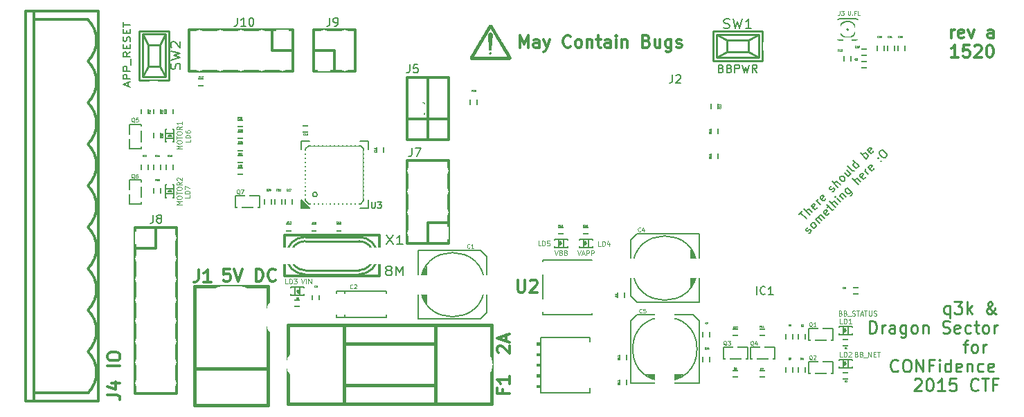
<source format=gbr>
G04 #@! TF.FileFunction,Legend,Top*
%FSLAX46Y46*%
G04 Gerber Fmt 4.6, Leading zero omitted, Abs format (unit mm)*
G04 Created by KiCad (PCBNEW (2015-05-11 BZR 5650)-product) date Mon 11 May 2015 08:58:08 PM *
%MOMM*%
G01*
G04 APERTURE LIST*
%ADD10C,0.100000*%
%ADD11C,0.150000*%
%ADD12C,0.300000*%
%ADD13C,0.250000*%
%ADD14C,0.304800*%
%ADD15C,0.127000*%
%ADD16C,0.381000*%
%ADD17C,0.254000*%
%ADD18C,0.149860*%
%ADD19C,0.299720*%
%ADD20C,0.200000*%
%ADD21C,0.002540*%
%ADD22C,0.203200*%
%ADD23C,0.119380*%
%ADD24C,0.040640*%
%ADD25C,0.099060*%
%ADD26C,0.152400*%
%ADD27R,1.600000X0.600000*%
%ADD28R,0.600000X1.600000*%
%ADD29R,1.998980X1.524000*%
%ADD30O,1.998980X1.524000*%
%ADD31R,2.199640X1.524000*%
%ADD32O,2.199640X1.524000*%
%ADD33R,3.500120X2.400300*%
%ADD34R,2.550160X2.499360*%
%ADD35R,1.000760X0.899160*%
%ADD36R,2.400300X3.500120*%
%ADD37R,0.899160X1.000760*%
%ADD38C,3.500120*%
%ADD39O,1.998980X4.000500*%
%ADD40O,4.000500X1.998980*%
%ADD41O,4.500880X1.998980*%
%ADD42R,1.700000X1.300000*%
%ADD43R,1.190000X2.340000*%
%ADD44R,1.140000X1.190000*%
%ADD45R,2.999740X2.999740*%
%ADD46C,2.999740*%
%ADD47R,0.797560X0.797560*%
%ADD48R,0.599440X1.000760*%
%ADD49R,1.000760X0.599440*%
%ADD50R,1.000760X1.000760*%
%ADD51R,1.998980X0.596900*%
%ADD52R,6.499860X5.598160*%
%ADD53R,3.200400X1.600200*%
%ADD54R,7.000240X6.499860*%
%ADD55R,0.299720X1.300480*%
%ADD56R,1.300480X0.299720*%
%ADD57R,5.499100X1.998980*%
%ADD58R,1.524000X1.998980*%
%ADD59O,1.524000X1.998980*%
G04 APERTURE END LIST*
D10*
D11*
X158635289Y-111782244D02*
X159039351Y-111378183D01*
X159544426Y-112287321D02*
X158837320Y-111580214D01*
X159982159Y-111849588D02*
X159275053Y-111142481D01*
X160285206Y-111546542D02*
X159914816Y-111176152D01*
X159813801Y-111142480D01*
X159712786Y-111176152D01*
X159611770Y-111277168D01*
X159578098Y-111378183D01*
X159578098Y-111445527D01*
X160857625Y-110906778D02*
X160823954Y-111007794D01*
X160689266Y-111142481D01*
X160588251Y-111176153D01*
X160487236Y-111142481D01*
X160217861Y-110873107D01*
X160184190Y-110772092D01*
X160217861Y-110671076D01*
X160352549Y-110536389D01*
X160453564Y-110502717D01*
X160554579Y-110536389D01*
X160621923Y-110603733D01*
X160352549Y-111007794D01*
X161228014Y-110603733D02*
X160756610Y-110132328D01*
X160891296Y-110267015D02*
X160857625Y-110166000D01*
X160857625Y-110098656D01*
X160891296Y-109997641D01*
X160958641Y-109930297D01*
X161901450Y-109862954D02*
X161867778Y-109963969D01*
X161733091Y-110098656D01*
X161632076Y-110132328D01*
X161531061Y-110098656D01*
X161261686Y-109829282D01*
X161228014Y-109728267D01*
X161261686Y-109627252D01*
X161396374Y-109492564D01*
X161497389Y-109458892D01*
X161598404Y-109492564D01*
X161665748Y-109559908D01*
X161396374Y-109963970D01*
X162743244Y-109021160D02*
X162844259Y-108987488D01*
X162978946Y-108852802D01*
X163012618Y-108751786D01*
X162978947Y-108650770D01*
X162945275Y-108617099D01*
X162844260Y-108583427D01*
X162743244Y-108617099D01*
X162642229Y-108718115D01*
X162541214Y-108751786D01*
X162440198Y-108718114D01*
X162406526Y-108684442D01*
X162372854Y-108583427D01*
X162406526Y-108482412D01*
X162507541Y-108381397D01*
X162608557Y-108347724D01*
X163383007Y-108448740D02*
X162675900Y-107741633D01*
X163686053Y-108145694D02*
X163315664Y-107775304D01*
X163214649Y-107741633D01*
X163113633Y-107775304D01*
X163012618Y-107876320D01*
X162978946Y-107977335D01*
X162978946Y-108044679D01*
X164123786Y-107707962D02*
X164022770Y-107741633D01*
X163955427Y-107741633D01*
X163854412Y-107707962D01*
X163652381Y-107505931D01*
X163618709Y-107404916D01*
X163618709Y-107337572D01*
X163652381Y-107236557D01*
X163753397Y-107135541D01*
X163854412Y-107101869D01*
X163921755Y-107101869D01*
X164022770Y-107135541D01*
X164224802Y-107337572D01*
X164258473Y-107438587D01*
X164258473Y-107505931D01*
X164224802Y-107606946D01*
X164123786Y-107707962D01*
X164494175Y-106394763D02*
X164965580Y-106866167D01*
X164191129Y-106697809D02*
X164561519Y-107068198D01*
X164662534Y-107101870D01*
X164763549Y-107068198D01*
X164864565Y-106967182D01*
X164898237Y-106866167D01*
X164898237Y-106798824D01*
X165403312Y-106428435D02*
X165302297Y-106462107D01*
X165201282Y-106428435D01*
X164595190Y-105822343D01*
X165975733Y-105856014D02*
X165268626Y-105148908D01*
X165942061Y-105822343D02*
X165908390Y-105923358D01*
X165773702Y-106058045D01*
X165672687Y-106091717D01*
X165605343Y-106091717D01*
X165504328Y-106058045D01*
X165302297Y-105856014D01*
X165268625Y-105754999D01*
X165268625Y-105687656D01*
X165302297Y-105586641D01*
X165436985Y-105451953D01*
X165538000Y-105418281D01*
X166851198Y-104980549D02*
X166144092Y-104273442D01*
X166413465Y-104542816D02*
X166447137Y-104441801D01*
X166581825Y-104307113D01*
X166682840Y-104273442D01*
X166750183Y-104273442D01*
X166851198Y-104307113D01*
X167053229Y-104509144D01*
X167086901Y-104610159D01*
X167086901Y-104677503D01*
X167053229Y-104778518D01*
X166918542Y-104913206D01*
X166817527Y-104946877D01*
X167726664Y-104037740D02*
X167692993Y-104138755D01*
X167558305Y-104273442D01*
X167457290Y-104307114D01*
X167356275Y-104273442D01*
X167086900Y-104004068D01*
X167053229Y-103903053D01*
X167086900Y-103802037D01*
X167221588Y-103667350D01*
X167322603Y-103633678D01*
X167423618Y-103667350D01*
X167490962Y-103734694D01*
X167221588Y-104138755D01*
X159865993Y-114090443D02*
X159967008Y-114056771D01*
X160101695Y-113922084D01*
X160135367Y-113821069D01*
X160101696Y-113720053D01*
X160068024Y-113686382D01*
X159967009Y-113652710D01*
X159865993Y-113686382D01*
X159764978Y-113787398D01*
X159663963Y-113821069D01*
X159562947Y-113787397D01*
X159529275Y-113753725D01*
X159495603Y-113652710D01*
X159529275Y-113551695D01*
X159630290Y-113450680D01*
X159731306Y-113417007D01*
X160606771Y-113417008D02*
X160505756Y-113450680D01*
X160438413Y-113450680D01*
X160337398Y-113417008D01*
X160135367Y-113214977D01*
X160101695Y-113113962D01*
X160101695Y-113046618D01*
X160135367Y-112945603D01*
X160236382Y-112844587D01*
X160337398Y-112810916D01*
X160404741Y-112810916D01*
X160505756Y-112844587D01*
X160707787Y-113046618D01*
X160741459Y-113147634D01*
X160741459Y-113214977D01*
X160707787Y-113315992D01*
X160606771Y-113417008D01*
X161145520Y-112878260D02*
X160674115Y-112406855D01*
X160741458Y-112474198D02*
X160741458Y-112406855D01*
X160775130Y-112305840D01*
X160876146Y-112204824D01*
X160977161Y-112171152D01*
X161078176Y-112204824D01*
X161448566Y-112575214D01*
X161078176Y-112204824D02*
X161044504Y-112103809D01*
X161078176Y-112002794D01*
X161179191Y-111901779D01*
X161280206Y-111868107D01*
X161381222Y-111901779D01*
X161751611Y-112272168D01*
X162324031Y-111632405D02*
X162290359Y-111733420D01*
X162155672Y-111868108D01*
X162054657Y-111901779D01*
X161953641Y-111868108D01*
X161684267Y-111598733D01*
X161650595Y-111497718D01*
X161684267Y-111396703D01*
X161818955Y-111262015D01*
X161919970Y-111228343D01*
X162020985Y-111262015D01*
X162088329Y-111329359D01*
X161818955Y-111733421D01*
X162122000Y-110958970D02*
X162391374Y-110689596D01*
X161987313Y-110622253D02*
X162593405Y-111228344D01*
X162694420Y-111262016D01*
X162795435Y-111228344D01*
X162862779Y-111161001D01*
X163098481Y-110925298D02*
X162391375Y-110218191D01*
X163401527Y-110622252D02*
X163031138Y-110251862D01*
X162930123Y-110218191D01*
X162829108Y-110251862D01*
X162728092Y-110352878D01*
X162694420Y-110453893D01*
X162694420Y-110521237D01*
X163738245Y-110285535D02*
X163266840Y-109814130D01*
X163031138Y-109578428D02*
X163031138Y-109645771D01*
X163098481Y-109645771D01*
X163098481Y-109578428D01*
X163031138Y-109578428D01*
X163098481Y-109645771D01*
X163603557Y-109477413D02*
X164074962Y-109948818D01*
X163670901Y-109544756D02*
X163670901Y-109477413D01*
X163704572Y-109376398D01*
X163805588Y-109275382D01*
X163906603Y-109241710D01*
X164007618Y-109275382D01*
X164378008Y-109645771D01*
X164546367Y-108534603D02*
X165118786Y-109107023D01*
X165152458Y-109208038D01*
X165152458Y-109275382D01*
X165118786Y-109376398D01*
X165017771Y-109477413D01*
X164916755Y-109511084D01*
X164984100Y-108972336D02*
X164950428Y-109073351D01*
X164815740Y-109208039D01*
X164714725Y-109241711D01*
X164647382Y-109241711D01*
X164546367Y-109208039D01*
X164344336Y-109006008D01*
X164310664Y-108904993D01*
X164310664Y-108837649D01*
X164344336Y-108736634D01*
X164479023Y-108601947D01*
X164580038Y-108568275D01*
X165893237Y-108130543D02*
X165186130Y-107423436D01*
X166196283Y-107827496D02*
X165825893Y-107457107D01*
X165724878Y-107423435D01*
X165623863Y-107457107D01*
X165522847Y-107558123D01*
X165489175Y-107659138D01*
X165489175Y-107726481D01*
X166768703Y-107187733D02*
X166735031Y-107288748D01*
X166600343Y-107423436D01*
X166499328Y-107457108D01*
X166398313Y-107423436D01*
X166128939Y-107154061D01*
X166095267Y-107053046D01*
X166128939Y-106952031D01*
X166263626Y-106817344D01*
X166364641Y-106783672D01*
X166465657Y-106817344D01*
X166533001Y-106884688D01*
X166263626Y-107288749D01*
X167139092Y-106884688D02*
X166667687Y-106413283D01*
X166802374Y-106547970D02*
X166768702Y-106446955D01*
X166768702Y-106379611D01*
X166802374Y-106278596D01*
X166869718Y-106211252D01*
X167812527Y-106143908D02*
X167778856Y-106244924D01*
X167644168Y-106379611D01*
X167543153Y-106413283D01*
X167442138Y-106379611D01*
X167172763Y-106110237D01*
X167139092Y-106009222D01*
X167172763Y-105908206D01*
X167307451Y-105773519D01*
X167408466Y-105739847D01*
X167509481Y-105773519D01*
X167576825Y-105840863D01*
X167307451Y-106244924D01*
X168654321Y-105234771D02*
X168721665Y-105234771D01*
X168721665Y-105302115D01*
X168654321Y-105302115D01*
X168654321Y-105234771D01*
X168721665Y-105302115D01*
X168283932Y-104864382D02*
X168351275Y-104864382D01*
X168351275Y-104931725D01*
X168283932Y-104931725D01*
X168283932Y-104864382D01*
X168351275Y-104931725D01*
X168485962Y-104123604D02*
X168620649Y-103988916D01*
X168721665Y-103955245D01*
X168856351Y-103955245D01*
X169024710Y-104056260D01*
X169260413Y-104291963D01*
X169361428Y-104460321D01*
X169361428Y-104595008D01*
X169327756Y-104696023D01*
X169193069Y-104830711D01*
X169092053Y-104864382D01*
X168957367Y-104864382D01*
X168789008Y-104763367D01*
X168553305Y-104527665D01*
X168452290Y-104359306D01*
X168452290Y-104224619D01*
X168485962Y-104123604D01*
D12*
X177260572Y-90156571D02*
X177260572Y-89156571D01*
X177260572Y-89442286D02*
X177332000Y-89299429D01*
X177403429Y-89228000D01*
X177546286Y-89156571D01*
X177689143Y-89156571D01*
X178760571Y-90085143D02*
X178617714Y-90156571D01*
X178332000Y-90156571D01*
X178189143Y-90085143D01*
X178117714Y-89942286D01*
X178117714Y-89370857D01*
X178189143Y-89228000D01*
X178332000Y-89156571D01*
X178617714Y-89156571D01*
X178760571Y-89228000D01*
X178832000Y-89370857D01*
X178832000Y-89513714D01*
X178117714Y-89656571D01*
X179332000Y-89156571D02*
X179689143Y-90156571D01*
X180046285Y-89156571D01*
X182403428Y-90156571D02*
X182403428Y-89370857D01*
X182331999Y-89228000D01*
X182189142Y-89156571D01*
X181903428Y-89156571D01*
X181760571Y-89228000D01*
X182403428Y-90085143D02*
X182260571Y-90156571D01*
X181903428Y-90156571D01*
X181760571Y-90085143D01*
X181689142Y-89942286D01*
X181689142Y-89799429D01*
X181760571Y-89656571D01*
X181903428Y-89585143D01*
X182260571Y-89585143D01*
X182403428Y-89513714D01*
X178117715Y-92556571D02*
X177260572Y-92556571D01*
X177689144Y-92556571D02*
X177689144Y-91056571D01*
X177546287Y-91270857D01*
X177403429Y-91413714D01*
X177260572Y-91485143D01*
X179474858Y-91056571D02*
X178760572Y-91056571D01*
X178689143Y-91770857D01*
X178760572Y-91699429D01*
X178903429Y-91628000D01*
X179260572Y-91628000D01*
X179403429Y-91699429D01*
X179474858Y-91770857D01*
X179546286Y-91913714D01*
X179546286Y-92270857D01*
X179474858Y-92413714D01*
X179403429Y-92485143D01*
X179260572Y-92556571D01*
X178903429Y-92556571D01*
X178760572Y-92485143D01*
X178689143Y-92413714D01*
X180117714Y-91199429D02*
X180189143Y-91128000D01*
X180332000Y-91056571D01*
X180689143Y-91056571D01*
X180832000Y-91128000D01*
X180903429Y-91199429D01*
X180974857Y-91342286D01*
X180974857Y-91485143D01*
X180903429Y-91699429D01*
X180046286Y-92556571D01*
X180974857Y-92556571D01*
X181903428Y-91056571D02*
X182046285Y-91056571D01*
X182189142Y-91128000D01*
X182260571Y-91199429D01*
X182332000Y-91342286D01*
X182403428Y-91628000D01*
X182403428Y-91985143D01*
X182332000Y-92270857D01*
X182260571Y-92413714D01*
X182189142Y-92485143D01*
X182046285Y-92556571D01*
X181903428Y-92556571D01*
X181760571Y-92485143D01*
X181689142Y-92413714D01*
X181617714Y-92270857D01*
X181546285Y-91985143D01*
X181546285Y-91628000D01*
X181617714Y-91342286D01*
X181689142Y-91199429D01*
X181760571Y-91128000D01*
X181903428Y-91056571D01*
D13*
X177077428Y-122994571D02*
X177077428Y-124494571D01*
X177077428Y-123923143D02*
X176934571Y-123994571D01*
X176648857Y-123994571D01*
X176505999Y-123923143D01*
X176434571Y-123851714D01*
X176363142Y-123708857D01*
X176363142Y-123280286D01*
X176434571Y-123137429D01*
X176505999Y-123066000D01*
X176648857Y-122994571D01*
X176934571Y-122994571D01*
X177077428Y-123066000D01*
X177648857Y-122494571D02*
X178577428Y-122494571D01*
X178077428Y-123066000D01*
X178291714Y-123066000D01*
X178434571Y-123137429D01*
X178506000Y-123208857D01*
X178577428Y-123351714D01*
X178577428Y-123708857D01*
X178506000Y-123851714D01*
X178434571Y-123923143D01*
X178291714Y-123994571D01*
X177863142Y-123994571D01*
X177720285Y-123923143D01*
X177648857Y-123851714D01*
X179220285Y-123994571D02*
X179220285Y-122494571D01*
X179363142Y-123423143D02*
X179791713Y-123994571D01*
X179791713Y-122994571D02*
X179220285Y-123566000D01*
X182791714Y-123994571D02*
X182720285Y-123994571D01*
X182577428Y-123923143D01*
X182363142Y-123708857D01*
X182005999Y-123280286D01*
X181863142Y-123066000D01*
X181791714Y-122851714D01*
X181791714Y-122708857D01*
X181863142Y-122566000D01*
X182005999Y-122494571D01*
X182077428Y-122494571D01*
X182220285Y-122566000D01*
X182291714Y-122708857D01*
X182291714Y-122780286D01*
X182220285Y-122923143D01*
X182148856Y-122994571D01*
X181720285Y-123280286D01*
X181648856Y-123351714D01*
X181577428Y-123494571D01*
X181577428Y-123708857D01*
X181648856Y-123851714D01*
X181720285Y-123923143D01*
X181863142Y-123994571D01*
X182077428Y-123994571D01*
X182220285Y-123923143D01*
X182291714Y-123851714D01*
X182505999Y-123566000D01*
X182577428Y-123351714D01*
X182577428Y-123208857D01*
X167291715Y-126344571D02*
X167291715Y-124844571D01*
X167648858Y-124844571D01*
X167863143Y-124916000D01*
X168006001Y-125058857D01*
X168077429Y-125201714D01*
X168148858Y-125487429D01*
X168148858Y-125701714D01*
X168077429Y-125987429D01*
X168006001Y-126130286D01*
X167863143Y-126273143D01*
X167648858Y-126344571D01*
X167291715Y-126344571D01*
X168791715Y-126344571D02*
X168791715Y-125344571D01*
X168791715Y-125630286D02*
X168863143Y-125487429D01*
X168934572Y-125416000D01*
X169077429Y-125344571D01*
X169220286Y-125344571D01*
X170363143Y-126344571D02*
X170363143Y-125558857D01*
X170291714Y-125416000D01*
X170148857Y-125344571D01*
X169863143Y-125344571D01*
X169720286Y-125416000D01*
X170363143Y-126273143D02*
X170220286Y-126344571D01*
X169863143Y-126344571D01*
X169720286Y-126273143D01*
X169648857Y-126130286D01*
X169648857Y-125987429D01*
X169720286Y-125844571D01*
X169863143Y-125773143D01*
X170220286Y-125773143D01*
X170363143Y-125701714D01*
X171720286Y-125344571D02*
X171720286Y-126558857D01*
X171648857Y-126701714D01*
X171577429Y-126773143D01*
X171434572Y-126844571D01*
X171220286Y-126844571D01*
X171077429Y-126773143D01*
X171720286Y-126273143D02*
X171577429Y-126344571D01*
X171291715Y-126344571D01*
X171148857Y-126273143D01*
X171077429Y-126201714D01*
X171006000Y-126058857D01*
X171006000Y-125630286D01*
X171077429Y-125487429D01*
X171148857Y-125416000D01*
X171291715Y-125344571D01*
X171577429Y-125344571D01*
X171720286Y-125416000D01*
X172648858Y-126344571D02*
X172506000Y-126273143D01*
X172434572Y-126201714D01*
X172363143Y-126058857D01*
X172363143Y-125630286D01*
X172434572Y-125487429D01*
X172506000Y-125416000D01*
X172648858Y-125344571D01*
X172863143Y-125344571D01*
X173006000Y-125416000D01*
X173077429Y-125487429D01*
X173148858Y-125630286D01*
X173148858Y-126058857D01*
X173077429Y-126201714D01*
X173006000Y-126273143D01*
X172863143Y-126344571D01*
X172648858Y-126344571D01*
X173791715Y-125344571D02*
X173791715Y-126344571D01*
X173791715Y-125487429D02*
X173863143Y-125416000D01*
X174006001Y-125344571D01*
X174220286Y-125344571D01*
X174363143Y-125416000D01*
X174434572Y-125558857D01*
X174434572Y-126344571D01*
X176220286Y-126273143D02*
X176434572Y-126344571D01*
X176791715Y-126344571D01*
X176934572Y-126273143D01*
X177006001Y-126201714D01*
X177077429Y-126058857D01*
X177077429Y-125916000D01*
X177006001Y-125773143D01*
X176934572Y-125701714D01*
X176791715Y-125630286D01*
X176506001Y-125558857D01*
X176363143Y-125487429D01*
X176291715Y-125416000D01*
X176220286Y-125273143D01*
X176220286Y-125130286D01*
X176291715Y-124987429D01*
X176363143Y-124916000D01*
X176506001Y-124844571D01*
X176863143Y-124844571D01*
X177077429Y-124916000D01*
X178291714Y-126273143D02*
X178148857Y-126344571D01*
X177863143Y-126344571D01*
X177720286Y-126273143D01*
X177648857Y-126130286D01*
X177648857Y-125558857D01*
X177720286Y-125416000D01*
X177863143Y-125344571D01*
X178148857Y-125344571D01*
X178291714Y-125416000D01*
X178363143Y-125558857D01*
X178363143Y-125701714D01*
X177648857Y-125844571D01*
X179648857Y-126273143D02*
X179506000Y-126344571D01*
X179220286Y-126344571D01*
X179077428Y-126273143D01*
X179006000Y-126201714D01*
X178934571Y-126058857D01*
X178934571Y-125630286D01*
X179006000Y-125487429D01*
X179077428Y-125416000D01*
X179220286Y-125344571D01*
X179506000Y-125344571D01*
X179648857Y-125416000D01*
X180077428Y-125344571D02*
X180648857Y-125344571D01*
X180291714Y-124844571D02*
X180291714Y-126130286D01*
X180363142Y-126273143D01*
X180506000Y-126344571D01*
X180648857Y-126344571D01*
X181363143Y-126344571D02*
X181220285Y-126273143D01*
X181148857Y-126201714D01*
X181077428Y-126058857D01*
X181077428Y-125630286D01*
X181148857Y-125487429D01*
X181220285Y-125416000D01*
X181363143Y-125344571D01*
X181577428Y-125344571D01*
X181720285Y-125416000D01*
X181791714Y-125487429D01*
X181863143Y-125630286D01*
X181863143Y-126058857D01*
X181791714Y-126201714D01*
X181720285Y-126273143D01*
X181577428Y-126344571D01*
X181363143Y-126344571D01*
X182506000Y-126344571D02*
X182506000Y-125344571D01*
X182506000Y-125630286D02*
X182577428Y-125487429D01*
X182648857Y-125416000D01*
X182791714Y-125344571D01*
X182934571Y-125344571D01*
X178720285Y-127694571D02*
X179291714Y-127694571D01*
X178934571Y-128694571D02*
X178934571Y-127408857D01*
X179005999Y-127266000D01*
X179148857Y-127194571D01*
X179291714Y-127194571D01*
X180006000Y-128694571D02*
X179863142Y-128623143D01*
X179791714Y-128551714D01*
X179720285Y-128408857D01*
X179720285Y-127980286D01*
X179791714Y-127837429D01*
X179863142Y-127766000D01*
X180006000Y-127694571D01*
X180220285Y-127694571D01*
X180363142Y-127766000D01*
X180434571Y-127837429D01*
X180506000Y-127980286D01*
X180506000Y-128408857D01*
X180434571Y-128551714D01*
X180363142Y-128623143D01*
X180220285Y-128694571D01*
X180006000Y-128694571D01*
X181148857Y-128694571D02*
X181148857Y-127694571D01*
X181148857Y-127980286D02*
X181220285Y-127837429D01*
X181291714Y-127766000D01*
X181434571Y-127694571D01*
X181577428Y-127694571D01*
X170756000Y-130901714D02*
X170684571Y-130973143D01*
X170470285Y-131044571D01*
X170327428Y-131044571D01*
X170113143Y-130973143D01*
X169970285Y-130830286D01*
X169898857Y-130687429D01*
X169827428Y-130401714D01*
X169827428Y-130187429D01*
X169898857Y-129901714D01*
X169970285Y-129758857D01*
X170113143Y-129616000D01*
X170327428Y-129544571D01*
X170470285Y-129544571D01*
X170684571Y-129616000D01*
X170756000Y-129687429D01*
X171684571Y-129544571D02*
X171970285Y-129544571D01*
X172113143Y-129616000D01*
X172256000Y-129758857D01*
X172327428Y-130044571D01*
X172327428Y-130544571D01*
X172256000Y-130830286D01*
X172113143Y-130973143D01*
X171970285Y-131044571D01*
X171684571Y-131044571D01*
X171541714Y-130973143D01*
X171398857Y-130830286D01*
X171327428Y-130544571D01*
X171327428Y-130044571D01*
X171398857Y-129758857D01*
X171541714Y-129616000D01*
X171684571Y-129544571D01*
X172970286Y-131044571D02*
X172970286Y-129544571D01*
X173827429Y-131044571D01*
X173827429Y-129544571D01*
X175041715Y-130258857D02*
X174541715Y-130258857D01*
X174541715Y-131044571D02*
X174541715Y-129544571D01*
X175256001Y-129544571D01*
X175827429Y-131044571D02*
X175827429Y-130044571D01*
X175827429Y-129544571D02*
X175756000Y-129616000D01*
X175827429Y-129687429D01*
X175898857Y-129616000D01*
X175827429Y-129544571D01*
X175827429Y-129687429D01*
X177184572Y-131044571D02*
X177184572Y-129544571D01*
X177184572Y-130973143D02*
X177041715Y-131044571D01*
X176756001Y-131044571D01*
X176613143Y-130973143D01*
X176541715Y-130901714D01*
X176470286Y-130758857D01*
X176470286Y-130330286D01*
X176541715Y-130187429D01*
X176613143Y-130116000D01*
X176756001Y-130044571D01*
X177041715Y-130044571D01*
X177184572Y-130116000D01*
X178470286Y-130973143D02*
X178327429Y-131044571D01*
X178041715Y-131044571D01*
X177898858Y-130973143D01*
X177827429Y-130830286D01*
X177827429Y-130258857D01*
X177898858Y-130116000D01*
X178041715Y-130044571D01*
X178327429Y-130044571D01*
X178470286Y-130116000D01*
X178541715Y-130258857D01*
X178541715Y-130401714D01*
X177827429Y-130544571D01*
X179184572Y-130044571D02*
X179184572Y-131044571D01*
X179184572Y-130187429D02*
X179256000Y-130116000D01*
X179398858Y-130044571D01*
X179613143Y-130044571D01*
X179756000Y-130116000D01*
X179827429Y-130258857D01*
X179827429Y-131044571D01*
X181184572Y-130973143D02*
X181041715Y-131044571D01*
X180756001Y-131044571D01*
X180613143Y-130973143D01*
X180541715Y-130901714D01*
X180470286Y-130758857D01*
X180470286Y-130330286D01*
X180541715Y-130187429D01*
X180613143Y-130116000D01*
X180756001Y-130044571D01*
X181041715Y-130044571D01*
X181184572Y-130116000D01*
X182398857Y-130973143D02*
X182256000Y-131044571D01*
X181970286Y-131044571D01*
X181827429Y-130973143D01*
X181756000Y-130830286D01*
X181756000Y-130258857D01*
X181827429Y-130116000D01*
X181970286Y-130044571D01*
X182256000Y-130044571D01*
X182398857Y-130116000D01*
X182470286Y-130258857D01*
X182470286Y-130401714D01*
X181756000Y-130544571D01*
X172756001Y-132037429D02*
X172827430Y-131966000D01*
X172970287Y-131894571D01*
X173327430Y-131894571D01*
X173470287Y-131966000D01*
X173541716Y-132037429D01*
X173613144Y-132180286D01*
X173613144Y-132323143D01*
X173541716Y-132537429D01*
X172684573Y-133394571D01*
X173613144Y-133394571D01*
X174541715Y-131894571D02*
X174684572Y-131894571D01*
X174827429Y-131966000D01*
X174898858Y-132037429D01*
X174970287Y-132180286D01*
X175041715Y-132466000D01*
X175041715Y-132823143D01*
X174970287Y-133108857D01*
X174898858Y-133251714D01*
X174827429Y-133323143D01*
X174684572Y-133394571D01*
X174541715Y-133394571D01*
X174398858Y-133323143D01*
X174327429Y-133251714D01*
X174256001Y-133108857D01*
X174184572Y-132823143D01*
X174184572Y-132466000D01*
X174256001Y-132180286D01*
X174327429Y-132037429D01*
X174398858Y-131966000D01*
X174541715Y-131894571D01*
X176470286Y-133394571D02*
X175613143Y-133394571D01*
X176041715Y-133394571D02*
X176041715Y-131894571D01*
X175898858Y-132108857D01*
X175756000Y-132251714D01*
X175613143Y-132323143D01*
X177827429Y-131894571D02*
X177113143Y-131894571D01*
X177041714Y-132608857D01*
X177113143Y-132537429D01*
X177256000Y-132466000D01*
X177613143Y-132466000D01*
X177756000Y-132537429D01*
X177827429Y-132608857D01*
X177898857Y-132751714D01*
X177898857Y-133108857D01*
X177827429Y-133251714D01*
X177756000Y-133323143D01*
X177613143Y-133394571D01*
X177256000Y-133394571D01*
X177113143Y-133323143D01*
X177041714Y-133251714D01*
X180541714Y-133251714D02*
X180470285Y-133323143D01*
X180255999Y-133394571D01*
X180113142Y-133394571D01*
X179898857Y-133323143D01*
X179755999Y-133180286D01*
X179684571Y-133037429D01*
X179613142Y-132751714D01*
X179613142Y-132537429D01*
X179684571Y-132251714D01*
X179755999Y-132108857D01*
X179898857Y-131966000D01*
X180113142Y-131894571D01*
X180255999Y-131894571D01*
X180470285Y-131966000D01*
X180541714Y-132037429D01*
X180970285Y-131894571D02*
X181827428Y-131894571D01*
X181398857Y-133394571D02*
X181398857Y-131894571D01*
X182827428Y-132608857D02*
X182327428Y-132608857D01*
X182327428Y-133394571D02*
X182327428Y-131894571D01*
X183041714Y-131894571D01*
D12*
X124508857Y-91356571D02*
X124508857Y-89856571D01*
X125008857Y-90928000D01*
X125508857Y-89856571D01*
X125508857Y-91356571D01*
X126866000Y-91356571D02*
X126866000Y-90570857D01*
X126794571Y-90428000D01*
X126651714Y-90356571D01*
X126366000Y-90356571D01*
X126223143Y-90428000D01*
X126866000Y-91285143D02*
X126723143Y-91356571D01*
X126366000Y-91356571D01*
X126223143Y-91285143D01*
X126151714Y-91142286D01*
X126151714Y-90999429D01*
X126223143Y-90856571D01*
X126366000Y-90785143D01*
X126723143Y-90785143D01*
X126866000Y-90713714D01*
X127437429Y-90356571D02*
X127794572Y-91356571D01*
X128151714Y-90356571D02*
X127794572Y-91356571D01*
X127651714Y-91713714D01*
X127580286Y-91785143D01*
X127437429Y-91856571D01*
X130723143Y-91213714D02*
X130651714Y-91285143D01*
X130437428Y-91356571D01*
X130294571Y-91356571D01*
X130080286Y-91285143D01*
X129937428Y-91142286D01*
X129866000Y-90999429D01*
X129794571Y-90713714D01*
X129794571Y-90499429D01*
X129866000Y-90213714D01*
X129937428Y-90070857D01*
X130080286Y-89928000D01*
X130294571Y-89856571D01*
X130437428Y-89856571D01*
X130651714Y-89928000D01*
X130723143Y-89999429D01*
X131580286Y-91356571D02*
X131437428Y-91285143D01*
X131366000Y-91213714D01*
X131294571Y-91070857D01*
X131294571Y-90642286D01*
X131366000Y-90499429D01*
X131437428Y-90428000D01*
X131580286Y-90356571D01*
X131794571Y-90356571D01*
X131937428Y-90428000D01*
X132008857Y-90499429D01*
X132080286Y-90642286D01*
X132080286Y-91070857D01*
X132008857Y-91213714D01*
X131937428Y-91285143D01*
X131794571Y-91356571D01*
X131580286Y-91356571D01*
X132723143Y-90356571D02*
X132723143Y-91356571D01*
X132723143Y-90499429D02*
X132794571Y-90428000D01*
X132937429Y-90356571D01*
X133151714Y-90356571D01*
X133294571Y-90428000D01*
X133366000Y-90570857D01*
X133366000Y-91356571D01*
X133866000Y-90356571D02*
X134437429Y-90356571D01*
X134080286Y-89856571D02*
X134080286Y-91142286D01*
X134151714Y-91285143D01*
X134294572Y-91356571D01*
X134437429Y-91356571D01*
X135580286Y-91356571D02*
X135580286Y-90570857D01*
X135508857Y-90428000D01*
X135366000Y-90356571D01*
X135080286Y-90356571D01*
X134937429Y-90428000D01*
X135580286Y-91285143D02*
X135437429Y-91356571D01*
X135080286Y-91356571D01*
X134937429Y-91285143D01*
X134866000Y-91142286D01*
X134866000Y-90999429D01*
X134937429Y-90856571D01*
X135080286Y-90785143D01*
X135437429Y-90785143D01*
X135580286Y-90713714D01*
X136294572Y-91356571D02*
X136294572Y-90356571D01*
X136294572Y-89856571D02*
X136223143Y-89928000D01*
X136294572Y-89999429D01*
X136366000Y-89928000D01*
X136294572Y-89856571D01*
X136294572Y-89999429D01*
X137008858Y-90356571D02*
X137008858Y-91356571D01*
X137008858Y-90499429D02*
X137080286Y-90428000D01*
X137223144Y-90356571D01*
X137437429Y-90356571D01*
X137580286Y-90428000D01*
X137651715Y-90570857D01*
X137651715Y-91356571D01*
X140008858Y-90570857D02*
X140223144Y-90642286D01*
X140294572Y-90713714D01*
X140366001Y-90856571D01*
X140366001Y-91070857D01*
X140294572Y-91213714D01*
X140223144Y-91285143D01*
X140080286Y-91356571D01*
X139508858Y-91356571D01*
X139508858Y-89856571D01*
X140008858Y-89856571D01*
X140151715Y-89928000D01*
X140223144Y-89999429D01*
X140294572Y-90142286D01*
X140294572Y-90285143D01*
X140223144Y-90428000D01*
X140151715Y-90499429D01*
X140008858Y-90570857D01*
X139508858Y-90570857D01*
X141651715Y-90356571D02*
X141651715Y-91356571D01*
X141008858Y-90356571D02*
X141008858Y-91142286D01*
X141080286Y-91285143D01*
X141223144Y-91356571D01*
X141437429Y-91356571D01*
X141580286Y-91285143D01*
X141651715Y-91213714D01*
X143008858Y-90356571D02*
X143008858Y-91570857D01*
X142937429Y-91713714D01*
X142866001Y-91785143D01*
X142723144Y-91856571D01*
X142508858Y-91856571D01*
X142366001Y-91785143D01*
X143008858Y-91285143D02*
X142866001Y-91356571D01*
X142580287Y-91356571D01*
X142437429Y-91285143D01*
X142366001Y-91213714D01*
X142294572Y-91070857D01*
X142294572Y-90642286D01*
X142366001Y-90499429D01*
X142437429Y-90428000D01*
X142580287Y-90356571D01*
X142866001Y-90356571D01*
X143008858Y-90428000D01*
X143651715Y-91285143D02*
X143794572Y-91356571D01*
X144080287Y-91356571D01*
X144223144Y-91285143D01*
X144294572Y-91142286D01*
X144294572Y-91070857D01*
X144223144Y-90928000D01*
X144080287Y-90856571D01*
X143866001Y-90856571D01*
X143723144Y-90785143D01*
X143651715Y-90642286D01*
X143651715Y-90570857D01*
X143723144Y-90428000D01*
X143866001Y-90356571D01*
X144080287Y-90356571D01*
X144223144Y-90428000D01*
D14*
X82550000Y-113411000D02*
X82550000Y-133731000D01*
X82550000Y-133731000D02*
X77470000Y-133731000D01*
X77470000Y-133731000D02*
X77470000Y-113411000D01*
X80010000Y-113411000D02*
X80010000Y-115951000D01*
X80010000Y-115951000D02*
X77470000Y-115951000D01*
X82550000Y-113411000D02*
X77470000Y-113411000D01*
X113284000Y-100076000D02*
X110744000Y-100076000D01*
X110744000Y-102616000D02*
X110744000Y-94996000D01*
X110744000Y-94996000D02*
X113284000Y-94996000D01*
X113284000Y-94996000D02*
X113284000Y-102616000D01*
X113284000Y-102616000D02*
X110744000Y-102616000D01*
D15*
X112458500Y-119380000D02*
X112458500Y-121412000D01*
X112585500Y-121793000D02*
X112585500Y-118999000D01*
X112712500Y-118745000D02*
X112712500Y-122047000D01*
X112839500Y-122301000D02*
X112839500Y-118491000D01*
X112966500Y-122428000D02*
X112966500Y-118364000D01*
X113093500Y-118110000D02*
X113093500Y-122682000D01*
X120205500Y-120396000D02*
G75*
G03X120205500Y-120396000I-3937000J0D01*
G01*
X112077500Y-116205000D02*
X112077500Y-124587000D01*
X112077500Y-124587000D02*
X119697500Y-124587000D01*
X119697500Y-124587000D02*
X120459500Y-123825000D01*
X120459500Y-123825000D02*
X120459500Y-116967000D01*
X120459500Y-116967000D02*
X119697500Y-116205000D01*
X119697500Y-116205000D02*
X112077500Y-116205000D01*
X119951500Y-120396000D02*
X119189500Y-120396000D01*
X119570500Y-120015000D02*
X119570500Y-120777000D01*
X103060500Y-124396500D02*
X103060500Y-121221500D01*
X108204000Y-124396500D02*
X108204000Y-121221500D01*
X108204000Y-121221500D02*
X102108000Y-121221500D01*
X102108000Y-121221500D02*
X102108000Y-124396500D01*
X102108000Y-124396500D02*
X108204000Y-124396500D01*
X99974400Y-121424700D02*
X99161600Y-121424700D01*
X99187000Y-122542300D02*
X99974400Y-122542300D01*
X99161600Y-122796300D02*
X99161600Y-121170700D01*
X99161600Y-121170700D02*
X99974400Y-121170700D01*
X99974400Y-121170700D02*
X99974400Y-122796300D01*
X99974400Y-122796300D02*
X99161600Y-122796300D01*
X146050000Y-119380000D02*
X146050000Y-117348000D01*
X145923000Y-116967000D02*
X145923000Y-119761000D01*
X145796000Y-120015000D02*
X145796000Y-116713000D01*
X145669000Y-116459000D02*
X145669000Y-120269000D01*
X145542000Y-116332000D02*
X145542000Y-120396000D01*
X145415000Y-120650000D02*
X145415000Y-116078000D01*
X146177000Y-118364000D02*
G75*
G03X146177000Y-118364000I-3937000J0D01*
G01*
X146431000Y-122555000D02*
X146431000Y-114173000D01*
X146431000Y-114173000D02*
X138811000Y-114173000D01*
X138811000Y-114173000D02*
X138049000Y-114935000D01*
X138049000Y-114935000D02*
X138049000Y-121793000D01*
X138049000Y-121793000D02*
X138811000Y-122555000D01*
X138811000Y-122555000D02*
X146431000Y-122555000D01*
X138557000Y-118364000D02*
X139319000Y-118364000D01*
X138938000Y-118745000D02*
X138938000Y-117983000D01*
X141224000Y-132080000D02*
X143256000Y-132080000D01*
X143637000Y-131953000D02*
X140843000Y-131953000D01*
X140589000Y-131826000D02*
X143891000Y-131826000D01*
X144145000Y-131699000D02*
X140335000Y-131699000D01*
X144272000Y-131572000D02*
X140208000Y-131572000D01*
X139954000Y-131445000D02*
X144526000Y-131445000D01*
X146177000Y-128270000D02*
G75*
G03X146177000Y-128270000I-3937000J0D01*
G01*
X138049000Y-132461000D02*
X146431000Y-132461000D01*
X146431000Y-132461000D02*
X146431000Y-124841000D01*
X146431000Y-124841000D02*
X145669000Y-124079000D01*
X145669000Y-124079000D02*
X138811000Y-124079000D01*
X138811000Y-124079000D02*
X138049000Y-124841000D01*
X138049000Y-124841000D02*
X138049000Y-132461000D01*
X142240000Y-124587000D02*
X142240000Y-125349000D01*
X141859000Y-124968000D02*
X142621000Y-124968000D01*
X137312400Y-121107200D02*
X136499600Y-121107200D01*
X136525000Y-122224800D02*
X137312400Y-122224800D01*
X136499600Y-122478800D02*
X136499600Y-120853200D01*
X136499600Y-120853200D02*
X137312400Y-120853200D01*
X137312400Y-120853200D02*
X137312400Y-122478800D01*
X137312400Y-122478800D02*
X136499600Y-122478800D01*
X147726400Y-125933200D02*
X146913600Y-125933200D01*
X146939000Y-127050800D02*
X147726400Y-127050800D01*
X146913600Y-127304800D02*
X146913600Y-125679200D01*
X146913600Y-125679200D02*
X147726400Y-125679200D01*
X147726400Y-125679200D02*
X147726400Y-127304800D01*
X147726400Y-127304800D02*
X146913600Y-127304800D01*
X165049200Y-120751600D02*
X165049200Y-121564400D01*
X166166800Y-121539000D02*
X166166800Y-120751600D01*
X166420800Y-121564400D02*
X164795200Y-121564400D01*
X164795200Y-121564400D02*
X164795200Y-120751600D01*
X164795200Y-120751600D02*
X166420800Y-120751600D01*
X166420800Y-120751600D02*
X166420800Y-121564400D01*
X166065200Y-93065600D02*
X166065200Y-93878400D01*
X167182800Y-93853000D02*
X167182800Y-93065600D01*
X167436800Y-93878400D02*
X165811200Y-93878400D01*
X165811200Y-93878400D02*
X165811200Y-93065600D01*
X165811200Y-93065600D02*
X167436800Y-93065600D01*
X167436800Y-93065600D02*
X167436800Y-93878400D01*
X166065200Y-91541600D02*
X166065200Y-92354400D01*
X167182800Y-92329000D02*
X167182800Y-91541600D01*
X167436800Y-92354400D02*
X165811200Y-92354400D01*
X165811200Y-92354400D02*
X165811200Y-91541600D01*
X165811200Y-91541600D02*
X167436800Y-91541600D01*
X167436800Y-91541600D02*
X167436800Y-92354400D01*
X147929600Y-99110800D02*
X148742400Y-99110800D01*
X148717000Y-97993200D02*
X147929600Y-97993200D01*
X148742400Y-97739200D02*
X148742400Y-99364800D01*
X148742400Y-99364800D02*
X147929600Y-99364800D01*
X147929600Y-99364800D02*
X147929600Y-97739200D01*
X147929600Y-97739200D02*
X148742400Y-97739200D01*
X86039960Y-96037400D02*
X86039960Y-95224600D01*
X84922360Y-95250000D02*
X84922360Y-96037400D01*
X84668360Y-95224600D02*
X86293960Y-95224600D01*
X86293960Y-95224600D02*
X86293960Y-96037400D01*
X86293960Y-96037400D02*
X84668360Y-96037400D01*
X84668360Y-96037400D02*
X84668360Y-95224600D01*
X96824800Y-113817400D02*
X96824800Y-113004600D01*
X95707200Y-113030000D02*
X95707200Y-113817400D01*
X95453200Y-113004600D02*
X97078800Y-113004600D01*
X97078800Y-113004600D02*
X97078800Y-113817400D01*
X97078800Y-113817400D02*
X95453200Y-113817400D01*
X95453200Y-113817400D02*
X95453200Y-113004600D01*
X101813360Y-113004600D02*
X101813360Y-113817400D01*
X102930960Y-113792000D02*
X102930960Y-113004600D01*
X103184960Y-113817400D02*
X101559360Y-113817400D01*
X101559360Y-113817400D02*
X101559360Y-113004600D01*
X101559360Y-113004600D02*
X103184960Y-113004600D01*
X103184960Y-113004600D02*
X103184960Y-113817400D01*
X97739200Y-100939600D02*
X97739200Y-101752400D01*
X98856800Y-101727000D02*
X98856800Y-100939600D01*
X99110800Y-101752400D02*
X97485200Y-101752400D01*
X97485200Y-101752400D02*
X97485200Y-100939600D01*
X97485200Y-100939600D02*
X99110800Y-100939600D01*
X99110800Y-100939600D02*
X99110800Y-101752400D01*
X107848400Y-103337360D02*
X107035600Y-103337360D01*
X107061000Y-104454960D02*
X107848400Y-104454960D01*
X107035600Y-104708960D02*
X107035600Y-103083360D01*
X107035600Y-103083360D02*
X107848400Y-103083360D01*
X107848400Y-103083360D02*
X107848400Y-104708960D01*
X107848400Y-104708960D02*
X107035600Y-104708960D01*
X95859600Y-110794800D02*
X96672400Y-110794800D01*
X96647000Y-109677200D02*
X95859600Y-109677200D01*
X96672400Y-109423200D02*
X96672400Y-111048800D01*
X96672400Y-111048800D02*
X95859600Y-111048800D01*
X95859600Y-111048800D02*
X95859600Y-109423200D01*
X95859600Y-109423200D02*
X96672400Y-109423200D01*
D16*
X114173000Y-127635000D02*
X102997000Y-127635000D01*
X102997000Y-132715000D02*
X114173000Y-132715000D01*
X102997000Y-135001000D02*
X102997000Y-125349000D01*
X114173000Y-125349000D02*
X114173000Y-135001000D01*
X121031000Y-125349000D02*
X121031000Y-135001000D01*
X121031000Y-135001000D02*
X96139000Y-135001000D01*
X96139000Y-135001000D02*
X96139000Y-125349000D01*
X96139000Y-125349000D02*
X121031000Y-125349000D01*
X84716620Y-130688080D02*
X93718380Y-130688080D01*
X84716620Y-135188960D02*
X93718380Y-135188960D01*
X93718380Y-135188960D02*
X93718380Y-120589040D01*
X93718380Y-120589040D02*
X84716620Y-120589040D01*
X84716620Y-120589040D02*
X84716620Y-135188960D01*
D11*
X164692000Y-89154000D02*
G75*
G03X164692000Y-89154000I-100000J0D01*
G01*
X165592000Y-89154000D02*
G75*
G03X165592000Y-89154000I-1000000J0D01*
G01*
X163292000Y-90154000D02*
X163292000Y-88154000D01*
X165592000Y-90454000D02*
X163592000Y-90454000D01*
X165892000Y-88154000D02*
X165892000Y-90154000D01*
X163592000Y-87854000D02*
X165592000Y-87854000D01*
X163292000Y-90154000D02*
G75*
G03X163592000Y-90454000I300000J0D01*
G01*
X165592000Y-90454000D02*
G75*
G03X165892000Y-90154000I0J300000D01*
G01*
X165892000Y-88154000D02*
G75*
G03X165592000Y-87854000I-300000J0D01*
G01*
X163592000Y-87854000D02*
G75*
G03X163292000Y-88154000I0J-300000D01*
G01*
D14*
X64071500Y-134683500D02*
X64071500Y-86931500D01*
X65087500Y-86931500D02*
X65087500Y-134683500D01*
X72961500Y-134683500D02*
X72961500Y-86931500D01*
X72961500Y-86931500D02*
X64071500Y-86931500D01*
X64071500Y-134683500D02*
X72961500Y-134683500D01*
X71691500Y-93027500D02*
G75*
G03X71691500Y-87947500I-2540000J2540000D01*
G01*
X71691500Y-98107500D02*
G75*
G03X71691500Y-93027500I-2540000J2540000D01*
G01*
X71691500Y-133667500D02*
X65087500Y-133667500D01*
X71691500Y-87947500D02*
X65087500Y-87947500D01*
X71691500Y-133667500D02*
G75*
G03X71691500Y-128587500I-2540000J2540000D01*
G01*
X71691500Y-103187500D02*
G75*
G03X71691500Y-98107500I-2540000J2540000D01*
G01*
X71691500Y-108267500D02*
G75*
G03X71691500Y-103187500I-2540000J2540000D01*
G01*
X71691500Y-113347500D02*
G75*
G03X71691500Y-108267500I-2540000J2540000D01*
G01*
X71691500Y-118427500D02*
G75*
G03X71691500Y-113347500I-2540000J2540000D01*
G01*
X71691500Y-123507500D02*
G75*
G03X71691500Y-118427500I-2540000J2540000D01*
G01*
X71691500Y-128587500D02*
G75*
G03X71691500Y-123507500I-2540000J2540000D01*
G01*
X115824000Y-100076000D02*
X113284000Y-100076000D01*
X113284000Y-102616000D02*
X113284000Y-94996000D01*
X113284000Y-94996000D02*
X115824000Y-94996000D01*
X115824000Y-94996000D02*
X115824000Y-102616000D01*
X115824000Y-102616000D02*
X113284000Y-102616000D01*
D15*
X97033080Y-120708420D02*
X97033080Y-121709180D01*
X97632520Y-121709180D02*
X97632520Y-120708420D01*
X97332800Y-121109740D02*
X97332800Y-121307860D01*
X97431860Y-121409460D02*
X97431860Y-121008140D01*
X97431860Y-121008140D02*
X97233740Y-121208800D01*
X97233740Y-121208800D02*
X97431860Y-121409460D01*
X98132900Y-121709180D02*
X96532700Y-121709180D01*
X96532700Y-121709180D02*
X96532700Y-120708420D01*
X96532700Y-120708420D02*
X98132900Y-120708420D01*
X98132900Y-120708420D02*
X98132900Y-121709180D01*
X132887720Y-115816380D02*
X132887720Y-114815620D01*
X132288280Y-114815620D02*
X132288280Y-115816380D01*
X132588000Y-115415060D02*
X132588000Y-115216940D01*
X132488940Y-115115340D02*
X132488940Y-115516660D01*
X132488940Y-115516660D02*
X132687060Y-115316000D01*
X132687060Y-115316000D02*
X132488940Y-115115340D01*
X131787900Y-114815620D02*
X133388100Y-114815620D01*
X133388100Y-114815620D02*
X133388100Y-115816380D01*
X133388100Y-115816380D02*
X131787900Y-115816380D01*
X131787900Y-115816380D02*
X131787900Y-114815620D01*
X129839720Y-115816380D02*
X129839720Y-114815620D01*
X129240280Y-114815620D02*
X129240280Y-115816380D01*
X129540000Y-115415060D02*
X129540000Y-115216940D01*
X129440940Y-115115340D02*
X129440940Y-115516660D01*
X129440940Y-115516660D02*
X129639060Y-115316000D01*
X129639060Y-115316000D02*
X129440940Y-115115340D01*
X128739900Y-114815620D02*
X130340100Y-114815620D01*
X130340100Y-114815620D02*
X130340100Y-115816380D01*
X130340100Y-115816380D02*
X128739900Y-115816380D01*
X128739900Y-115816380D02*
X128739900Y-114815620D01*
X82193130Y-101840030D02*
X81192370Y-101840030D01*
X81192370Y-102439470D02*
X82193130Y-102439470D01*
X81791810Y-102139750D02*
X81593690Y-102139750D01*
X81492090Y-102238810D02*
X81893410Y-102238810D01*
X81893410Y-102238810D02*
X81692750Y-102040690D01*
X81692750Y-102040690D02*
X81492090Y-102238810D01*
X81192370Y-102939850D02*
X81192370Y-101339650D01*
X81192370Y-101339650D02*
X82193130Y-101339650D01*
X82193130Y-101339650D02*
X82193130Y-102939850D01*
X82193130Y-102939850D02*
X81192370Y-102939850D01*
X82193130Y-108634530D02*
X81192370Y-108634530D01*
X81192370Y-109233970D02*
X82193130Y-109233970D01*
X81791810Y-108934250D02*
X81593690Y-108934250D01*
X81492090Y-109033310D02*
X81893410Y-109033310D01*
X81893410Y-109033310D02*
X81692750Y-108835190D01*
X81692750Y-108835190D02*
X81492090Y-109033310D01*
X81192370Y-109734350D02*
X81192370Y-108134150D01*
X81192370Y-108134150D02*
X82193130Y-108134150D01*
X82193130Y-108134150D02*
X82193130Y-109734350D01*
X82193130Y-109734350D02*
X81192370Y-109734350D01*
X151828500Y-129476500D02*
X151828500Y-130136900D01*
X149923500Y-129476500D02*
X149923500Y-130136900D01*
X150876000Y-128079500D02*
X150876000Y-127419100D01*
X149377400Y-128079500D02*
X152374600Y-128079500D01*
X152374600Y-128079500D02*
X152374600Y-129476500D01*
X152374600Y-129476500D02*
X149377400Y-129476500D01*
X149377400Y-129476500D02*
X149377400Y-128079500D01*
X155130500Y-129476500D02*
X155130500Y-130136900D01*
X153225500Y-129476500D02*
X153225500Y-130136900D01*
X154178000Y-128079500D02*
X154178000Y-127419100D01*
X152679400Y-128079500D02*
X155676600Y-128079500D01*
X155676600Y-128079500D02*
X155676600Y-129476500D01*
X155676600Y-129476500D02*
X152679400Y-129476500D01*
X152679400Y-129476500D02*
X152679400Y-128079500D01*
X78200250Y-101314250D02*
X78860650Y-101314250D01*
X78200250Y-103219250D02*
X78860650Y-103219250D01*
X76803250Y-102266750D02*
X76142850Y-102266750D01*
X76803250Y-103765350D02*
X76803250Y-100768150D01*
X76803250Y-100768150D02*
X78200250Y-100768150D01*
X78200250Y-100768150D02*
X78200250Y-103765350D01*
X78200250Y-103765350D02*
X76803250Y-103765350D01*
X78200250Y-108108750D02*
X78860650Y-108108750D01*
X78200250Y-110013750D02*
X78860650Y-110013750D01*
X76803250Y-109061250D02*
X76142850Y-109061250D01*
X76803250Y-110559850D02*
X76803250Y-107562650D01*
X76803250Y-107562650D02*
X78200250Y-107562650D01*
X78200250Y-107562650D02*
X78200250Y-110559850D01*
X78200250Y-110559850D02*
X76803250Y-110559850D01*
X92138500Y-110934500D02*
X92138500Y-111594900D01*
X90233500Y-110934500D02*
X90233500Y-111594900D01*
X91186000Y-109537500D02*
X91186000Y-108877100D01*
X89687400Y-109537500D02*
X92684600Y-109537500D01*
X92684600Y-109537500D02*
X92684600Y-110934500D01*
X92684600Y-110934500D02*
X89687400Y-110934500D01*
X89687400Y-110934500D02*
X89687400Y-109537500D01*
X97840800Y-123088400D02*
X97840800Y-122275600D01*
X96723200Y-122301000D02*
X96723200Y-123088400D01*
X96469200Y-122275600D02*
X98094800Y-122275600D01*
X98094800Y-122275600D02*
X98094800Y-123088400D01*
X98094800Y-123088400D02*
X96469200Y-123088400D01*
X96469200Y-123088400D02*
X96469200Y-122275600D01*
X150317200Y-130911600D02*
X150317200Y-131724400D01*
X151434800Y-131699000D02*
X151434800Y-130911600D01*
X151688800Y-131724400D02*
X150063200Y-131724400D01*
X150063200Y-131724400D02*
X150063200Y-130911600D01*
X150063200Y-130911600D02*
X151688800Y-130911600D01*
X151688800Y-130911600D02*
X151688800Y-131724400D01*
X153619200Y-130911600D02*
X153619200Y-131724400D01*
X154736800Y-131699000D02*
X154736800Y-130911600D01*
X154990800Y-131724400D02*
X153365200Y-131724400D01*
X153365200Y-131724400D02*
X153365200Y-130911600D01*
X153365200Y-130911600D02*
X154990800Y-130911600D01*
X154990800Y-130911600D02*
X154990800Y-131724400D01*
X150317200Y-125831600D02*
X150317200Y-126644400D01*
X151434800Y-126619000D02*
X151434800Y-125831600D01*
X151688800Y-126644400D02*
X150063200Y-126644400D01*
X150063200Y-126644400D02*
X150063200Y-125831600D01*
X150063200Y-125831600D02*
X151688800Y-125831600D01*
X151688800Y-125831600D02*
X151688800Y-126644400D01*
X153619200Y-125831600D02*
X153619200Y-126644400D01*
X154736800Y-126619000D02*
X154736800Y-125831600D01*
X154990800Y-126644400D02*
X153365200Y-126644400D01*
X153365200Y-126644400D02*
X153365200Y-125831600D01*
X153365200Y-125831600D02*
X154990800Y-125831600D01*
X154990800Y-125831600D02*
X154990800Y-126644400D01*
X137566400Y-128727200D02*
X136753600Y-128727200D01*
X136779000Y-129844800D02*
X137566400Y-129844800D01*
X136753600Y-130098800D02*
X136753600Y-128473200D01*
X136753600Y-128473200D02*
X137566400Y-128473200D01*
X137566400Y-128473200D02*
X137566400Y-130098800D01*
X137566400Y-130098800D02*
X136753600Y-130098800D01*
X137566400Y-131775200D02*
X136753600Y-131775200D01*
X136779000Y-132892800D02*
X137566400Y-132892800D01*
X136753600Y-133146800D02*
X136753600Y-131521200D01*
X136753600Y-131521200D02*
X137566400Y-131521200D01*
X137566400Y-131521200D02*
X137566400Y-133146800D01*
X137566400Y-133146800D02*
X136753600Y-133146800D01*
X146913600Y-130098800D02*
X147726400Y-130098800D01*
X147701000Y-128981200D02*
X146913600Y-128981200D01*
X147726400Y-128727200D02*
X147726400Y-130352800D01*
X147726400Y-130352800D02*
X146913600Y-130352800D01*
X146913600Y-130352800D02*
X146913600Y-128727200D01*
X146913600Y-128727200D02*
X147726400Y-128727200D01*
X132029200Y-113385600D02*
X132029200Y-114198400D01*
X133146800Y-114173000D02*
X133146800Y-113385600D01*
X133400800Y-114198400D02*
X131775200Y-114198400D01*
X131775200Y-114198400D02*
X131775200Y-113385600D01*
X131775200Y-113385600D02*
X133400800Y-113385600D01*
X133400800Y-113385600D02*
X133400800Y-114198400D01*
X128981200Y-113385600D02*
X128981200Y-114198400D01*
X130098800Y-114173000D02*
X130098800Y-113385600D01*
X130352800Y-114198400D02*
X128727200Y-114198400D01*
X128727200Y-114198400D02*
X128727200Y-113385600D01*
X128727200Y-113385600D02*
X130352800Y-113385600D01*
X130352800Y-113385600D02*
X130352800Y-114198400D01*
X148742400Y-101041200D02*
X147929600Y-101041200D01*
X147955000Y-102158800D02*
X148742400Y-102158800D01*
X147929600Y-102412800D02*
X147929600Y-100787200D01*
X147929600Y-100787200D02*
X148742400Y-100787200D01*
X148742400Y-100787200D02*
X148742400Y-102412800D01*
X148742400Y-102412800D02*
X147929600Y-102412800D01*
X148742400Y-104089200D02*
X147929600Y-104089200D01*
X147955000Y-105206800D02*
X148742400Y-105206800D01*
X147929600Y-105460800D02*
X147929600Y-103835200D01*
X147929600Y-103835200D02*
X148742400Y-103835200D01*
X148742400Y-103835200D02*
X148742400Y-105460800D01*
X148742400Y-105460800D02*
X147929600Y-105460800D01*
X164998400Y-92151200D02*
X164185600Y-92151200D01*
X164211000Y-93268800D02*
X164998400Y-93268800D01*
X164185600Y-93522800D02*
X164185600Y-91897200D01*
X164185600Y-91897200D02*
X164998400Y-91897200D01*
X164998400Y-91897200D02*
X164998400Y-93522800D01*
X164998400Y-93522800D02*
X164185600Y-93522800D01*
X119278400Y-97485200D02*
X118465600Y-97485200D01*
X118491000Y-98602800D02*
X119278400Y-98602800D01*
X118465600Y-98856800D02*
X118465600Y-97231200D01*
X118465600Y-97231200D02*
X119278400Y-97231200D01*
X119278400Y-97231200D02*
X119278400Y-98856800D01*
X119278400Y-98856800D02*
X118465600Y-98856800D01*
X78238350Y-99777550D02*
X79051150Y-99777550D01*
X79025750Y-98659950D02*
X78238350Y-98659950D01*
X79051150Y-98405950D02*
X79051150Y-100031550D01*
X79051150Y-100031550D02*
X78238350Y-100031550D01*
X78238350Y-100031550D02*
X78238350Y-98405950D01*
X78238350Y-98405950D02*
X79051150Y-98405950D01*
X78238350Y-106572050D02*
X79051150Y-106572050D01*
X79025750Y-105454450D02*
X78238350Y-105454450D01*
X79051150Y-105200450D02*
X79051150Y-106826050D01*
X79051150Y-106826050D02*
X78238350Y-106826050D01*
X78238350Y-106826050D02*
X78238350Y-105200450D01*
X78238350Y-105200450D02*
X79051150Y-105200450D01*
X79762350Y-99777550D02*
X80575150Y-99777550D01*
X80549750Y-98659950D02*
X79762350Y-98659950D01*
X80575150Y-98405950D02*
X80575150Y-100031550D01*
X80575150Y-100031550D02*
X79762350Y-100031550D01*
X79762350Y-100031550D02*
X79762350Y-98405950D01*
X79762350Y-98405950D02*
X80575150Y-98405950D01*
X79762350Y-106572050D02*
X80575150Y-106572050D01*
X80549750Y-105454450D02*
X79762350Y-105454450D01*
X80575150Y-105200450D02*
X80575150Y-106826050D01*
X80575150Y-106826050D02*
X79762350Y-106826050D01*
X79762350Y-106826050D02*
X79762350Y-105200450D01*
X79762350Y-105200450D02*
X80575150Y-105200450D01*
X79762350Y-102698550D02*
X80575150Y-102698550D01*
X80549750Y-101580950D02*
X79762350Y-101580950D01*
X80575150Y-101326950D02*
X80575150Y-102952550D01*
X80575150Y-102952550D02*
X79762350Y-102952550D01*
X79762350Y-102952550D02*
X79762350Y-101326950D01*
X79762350Y-101326950D02*
X80575150Y-101326950D01*
X79762350Y-109493050D02*
X80575150Y-109493050D01*
X80549750Y-108375450D02*
X79762350Y-108375450D01*
X80575150Y-108121450D02*
X80575150Y-109747050D01*
X80575150Y-109747050D02*
X79762350Y-109747050D01*
X79762350Y-109747050D02*
X79762350Y-108121450D01*
X79762350Y-108121450D02*
X80575150Y-108121450D01*
X82099150Y-98659950D02*
X81286350Y-98659950D01*
X81311750Y-99777550D02*
X82099150Y-99777550D01*
X81286350Y-100031550D02*
X81286350Y-98405950D01*
X81286350Y-98405950D02*
X82099150Y-98405950D01*
X82099150Y-98405950D02*
X82099150Y-100031550D01*
X82099150Y-100031550D02*
X81286350Y-100031550D01*
X82099150Y-105454450D02*
X81286350Y-105454450D01*
X81311750Y-106572050D02*
X82099150Y-106572050D01*
X81286350Y-106826050D02*
X81286350Y-105200450D01*
X81286350Y-105200450D02*
X82099150Y-105200450D01*
X82099150Y-105200450D02*
X82099150Y-106826050D01*
X82099150Y-106826050D02*
X81286350Y-106826050D01*
X99882960Y-113817400D02*
X99882960Y-113004600D01*
X98765360Y-113030000D02*
X98765360Y-113817400D01*
X98511360Y-113004600D02*
X100136960Y-113004600D01*
X100136960Y-113004600D02*
X100136960Y-113817400D01*
X100136960Y-113817400D02*
X98511360Y-113817400D01*
X98511360Y-113817400D02*
X98511360Y-113004600D01*
X93319600Y-110794800D02*
X94132400Y-110794800D01*
X94107000Y-109677200D02*
X93319600Y-109677200D01*
X94132400Y-109423200D02*
X94132400Y-111048800D01*
X94132400Y-111048800D02*
X93319600Y-111048800D01*
X93319600Y-111048800D02*
X93319600Y-109423200D01*
X93319600Y-109423200D02*
X94132400Y-109423200D01*
X95402400Y-109677200D02*
X94589600Y-109677200D01*
X94615000Y-110794800D02*
X95402400Y-110794800D01*
X94589600Y-111048800D02*
X94589600Y-109423200D01*
X94589600Y-109423200D02*
X95402400Y-109423200D01*
X95402400Y-109423200D02*
X95402400Y-111048800D01*
X95402400Y-111048800D02*
X94589600Y-111048800D01*
X89738200Y-106083100D02*
X89738200Y-106895900D01*
X90855800Y-106870500D02*
X90855800Y-106083100D01*
X91109800Y-106895900D02*
X89484200Y-106895900D01*
X89484200Y-106895900D02*
X89484200Y-106083100D01*
X89484200Y-106083100D02*
X91109800Y-106083100D01*
X91109800Y-106083100D02*
X91109800Y-106895900D01*
X89738200Y-104622600D02*
X89738200Y-105435400D01*
X90855800Y-105410000D02*
X90855800Y-104622600D01*
X91109800Y-105435400D02*
X89484200Y-105435400D01*
X89484200Y-105435400D02*
X89484200Y-104622600D01*
X89484200Y-104622600D02*
X91109800Y-104622600D01*
X91109800Y-104622600D02*
X91109800Y-105435400D01*
X89738200Y-103162100D02*
X89738200Y-103974900D01*
X90855800Y-103949500D02*
X90855800Y-103162100D01*
X91109800Y-103974900D02*
X89484200Y-103974900D01*
X89484200Y-103974900D02*
X89484200Y-103162100D01*
X89484200Y-103162100D02*
X91109800Y-103162100D01*
X91109800Y-103162100D02*
X91109800Y-103974900D01*
X89738200Y-101701600D02*
X89738200Y-102514400D01*
X90855800Y-102489000D02*
X90855800Y-101701600D01*
X91109800Y-102514400D02*
X89484200Y-102514400D01*
X89484200Y-102514400D02*
X89484200Y-101701600D01*
X89484200Y-101701600D02*
X91109800Y-101701600D01*
X91109800Y-101701600D02*
X91109800Y-102514400D01*
X89738200Y-100241100D02*
X89738200Y-101053900D01*
X90855800Y-101028500D02*
X90855800Y-100241100D01*
X91109800Y-101053900D02*
X89484200Y-101053900D01*
X89484200Y-101053900D02*
X89484200Y-100241100D01*
X89484200Y-100241100D02*
X91109800Y-100241100D01*
X91109800Y-100241100D02*
X91109800Y-101053900D01*
D17*
X152430480Y-90484960D02*
X153730960Y-89786460D01*
X152430480Y-91887040D02*
X153730960Y-92585540D01*
X149829520Y-91887040D02*
X148529040Y-92585540D01*
X148529040Y-89786460D02*
X149829520Y-90484960D01*
X148529040Y-89786460D02*
X153730960Y-89786460D01*
X153730960Y-89786460D02*
X153730960Y-92585540D01*
X153730960Y-92585540D02*
X148529040Y-92585540D01*
X148529040Y-92585540D02*
X148529040Y-89786460D01*
X149829520Y-90484960D02*
X152430480Y-90484960D01*
X152430480Y-90484960D02*
X152430480Y-91887040D01*
X152430480Y-91887040D02*
X149829520Y-91887040D01*
X149829520Y-91887040D02*
X149829520Y-90484960D01*
X148130260Y-89385140D02*
X154129740Y-89385140D01*
X154129740Y-89385140D02*
X154129740Y-92986860D01*
X154129740Y-92986860D02*
X148130260Y-92986860D01*
X148130260Y-92986860D02*
X148130260Y-89385140D01*
X80457040Y-93629480D02*
X81155540Y-94929960D01*
X79054960Y-93629480D02*
X78356460Y-94929960D01*
X79054960Y-91028520D02*
X78356460Y-89728040D01*
X81155540Y-89728040D02*
X80457040Y-91028520D01*
X81155540Y-89728040D02*
X81155540Y-94929960D01*
X81155540Y-94929960D02*
X78356460Y-94929960D01*
X78356460Y-94929960D02*
X78356460Y-89728040D01*
X78356460Y-89728040D02*
X81155540Y-89728040D01*
X80457040Y-91028520D02*
X80457040Y-93629480D01*
X80457040Y-93629480D02*
X79054960Y-93629480D01*
X79054960Y-93629480D02*
X79054960Y-91028520D01*
X79054960Y-91028520D02*
X80457040Y-91028520D01*
X81556860Y-89329260D02*
X81556860Y-95328740D01*
X81556860Y-95328740D02*
X77955140Y-95328740D01*
X77955140Y-95328740D02*
X77955140Y-89329260D01*
X77955140Y-89329260D02*
X81556860Y-89329260D01*
D18*
X127076200Y-132750560D02*
X125077220Y-132750560D01*
X125077220Y-132750560D02*
X125077220Y-132951220D01*
X125077220Y-132951220D02*
X127076200Y-132951220D01*
X127076200Y-132951220D02*
X127076200Y-132852160D01*
X127076200Y-132852160D02*
X125176280Y-132852160D01*
X127076200Y-131450080D02*
X125077220Y-131450080D01*
X125077220Y-131450080D02*
X125077220Y-131650740D01*
X125077220Y-131650740D02*
X127076200Y-131650740D01*
X127076200Y-131650740D02*
X127076200Y-131551680D01*
X127076200Y-131551680D02*
X125176280Y-131551680D01*
X125077220Y-127650240D02*
X125077220Y-127551180D01*
X125077220Y-127551180D02*
X127076200Y-127551180D01*
X125077220Y-128950720D02*
X127076200Y-128950720D01*
X125077220Y-129052320D02*
X125077220Y-128851660D01*
X125077220Y-128851660D02*
X127076200Y-128851660D01*
X127076200Y-130152140D02*
X125077220Y-130152140D01*
X125077220Y-130152140D02*
X125077220Y-130350260D01*
X125077220Y-130350260D02*
X127076200Y-130350260D01*
X127076200Y-130350260D02*
X127076200Y-130251200D01*
X127076200Y-130251200D02*
X125176280Y-130251200D01*
X125077220Y-129052320D02*
X127076200Y-129052320D01*
X125077220Y-127650240D02*
X125077220Y-127751840D01*
X125077220Y-127751840D02*
X127076200Y-127751840D01*
X127076200Y-127650240D02*
X125077220Y-127650240D01*
D15*
X133108700Y-127546100D02*
X134302500Y-127546100D01*
X134302500Y-127546100D02*
X134302500Y-132956300D01*
X134302500Y-132956300D02*
X133096000Y-132956300D01*
X127101600Y-133604000D02*
X133096000Y-133604000D01*
X133096000Y-133604000D02*
X133096000Y-126898400D01*
X133096000Y-126898400D02*
X127101600Y-126898400D01*
X127101600Y-133604000D02*
X127101600Y-126898400D01*
X133311900Y-117995700D02*
X134505700Y-117995700D01*
X134505700Y-117995700D02*
X134505700Y-123405900D01*
X134505700Y-123405900D02*
X133299200Y-123405900D01*
X127304800Y-122428000D02*
X124396500Y-122428000D01*
X124396500Y-123571000D02*
X127304800Y-123571000D01*
X124396500Y-122428000D02*
X124396500Y-123571000D01*
X124396500Y-117830600D02*
X124396500Y-118973600D01*
X124396500Y-118973600D02*
X127304800Y-118973600D01*
X127304800Y-117830600D02*
X124396500Y-117830600D01*
X127304800Y-124053600D02*
X133299200Y-124053600D01*
X133299200Y-124053600D02*
X133299200Y-117348000D01*
X133299200Y-117348000D02*
X127304800Y-117348000D01*
X127304800Y-124053600D02*
X127304800Y-117348000D01*
D18*
X97754440Y-110832900D02*
X97955100Y-111033560D01*
X98153220Y-111033560D02*
X97754440Y-110634780D01*
X97754440Y-110434120D02*
X98353880Y-111033560D01*
X98554540Y-111033560D02*
X97754440Y-110233460D01*
X98755200Y-111033560D02*
X97754440Y-111033560D01*
X97754440Y-111033560D02*
X97754440Y-110032800D01*
X97754440Y-110032800D02*
X98755200Y-111033560D01*
X105953560Y-110032800D02*
X105953560Y-111033560D01*
X105953560Y-111033560D02*
X104952800Y-111033560D01*
X104952800Y-102834440D02*
X105953560Y-102834440D01*
X105953560Y-102834440D02*
X105953560Y-103835200D01*
X97754440Y-103835200D02*
X97754440Y-102834440D01*
X97754440Y-102834440D02*
X98755200Y-102834440D01*
D15*
X99724981Y-109347000D02*
G75*
G03X99724981Y-109347000I-283981J0D01*
G01*
X105410000Y-110109000D02*
X105029000Y-110490000D01*
X105029000Y-110490000D02*
X98679000Y-110490000D01*
X98679000Y-110490000D02*
X98298000Y-110109000D01*
X98298000Y-110109000D02*
X98298000Y-103759000D01*
X98298000Y-103759000D02*
X98679000Y-103378000D01*
X98679000Y-103378000D02*
X105029000Y-103378000D01*
X105029000Y-103378000D02*
X105410000Y-103759000D01*
X105410000Y-103759000D02*
X105410000Y-110109000D01*
D19*
X95737680Y-114340640D02*
X95737680Y-119339360D01*
X95737680Y-119339360D02*
X107335320Y-119339360D01*
X107335320Y-119339360D02*
X107335320Y-114340640D01*
X107335320Y-114340640D02*
X95737680Y-114340640D01*
D17*
X107124500Y-116840000D02*
G75*
G03X104838500Y-114554000I-2286000J0D01*
G01*
X98234500Y-118618000D02*
X104838500Y-118618000D01*
X104838500Y-115062000D02*
X98234500Y-115062000D01*
X104838500Y-118618000D02*
G75*
G03X106616500Y-116840000I0J1778000D01*
G01*
X106616500Y-116840000D02*
G75*
G03X104838500Y-115062000I-1778000J0D01*
G01*
X96456500Y-116840000D02*
G75*
G03X98234500Y-118618000I1778000J0D01*
G01*
X98234500Y-115062000D02*
G75*
G03X96456500Y-116840000I0J-1778000D01*
G01*
X104838500Y-119126000D02*
G75*
G03X107124500Y-116840000I0J2286000D01*
G01*
X104838500Y-119126000D02*
X98234500Y-119126000D01*
X98234500Y-114554000D02*
X104838500Y-114554000D01*
X95948500Y-116840000D02*
G75*
G03X98234500Y-119126000I2286000J0D01*
G01*
X98234500Y-114554000D02*
G75*
G03X95948500Y-116840000I0J-2286000D01*
G01*
D14*
X96774000Y-94234000D02*
X84074000Y-94234000D01*
X84074000Y-94234000D02*
X84074000Y-89154000D01*
X84074000Y-89154000D02*
X96774000Y-89154000D01*
X96774000Y-91694000D02*
X94234000Y-91694000D01*
X94234000Y-91694000D02*
X94234000Y-89154000D01*
X96774000Y-94234000D02*
X96774000Y-89154000D01*
X99314000Y-89154000D02*
X104394000Y-89154000D01*
X104394000Y-89154000D02*
X104394000Y-94234000D01*
X104394000Y-94234000D02*
X99314000Y-94234000D01*
X99314000Y-91694000D02*
X101854000Y-91694000D01*
X101854000Y-91694000D02*
X101854000Y-94234000D01*
X99314000Y-89154000D02*
X99314000Y-94234000D01*
X110744000Y-115316000D02*
X110744000Y-105156000D01*
X110744000Y-105156000D02*
X115824000Y-105156000D01*
X115824000Y-105156000D02*
X115824000Y-115316000D01*
X113284000Y-115316000D02*
X113284000Y-112776000D01*
X113284000Y-112776000D02*
X115824000Y-112776000D01*
X110744000Y-115316000D02*
X115824000Y-115316000D01*
D15*
X164637720Y-126484380D02*
X164637720Y-125483620D01*
X164038280Y-125483620D02*
X164038280Y-126484380D01*
X164338000Y-126083060D02*
X164338000Y-125884940D01*
X164238940Y-125783340D02*
X164238940Y-126184660D01*
X164238940Y-126184660D02*
X164437060Y-125984000D01*
X164437060Y-125984000D02*
X164238940Y-125783340D01*
X163537900Y-125483620D02*
X165138100Y-125483620D01*
X165138100Y-125483620D02*
X165138100Y-126484380D01*
X165138100Y-126484380D02*
X163537900Y-126484380D01*
X163537900Y-126484380D02*
X163537900Y-125483620D01*
X164637720Y-130548380D02*
X164637720Y-129547620D01*
X164038280Y-129547620D02*
X164038280Y-130548380D01*
X164338000Y-130147060D02*
X164338000Y-129948940D01*
X164238940Y-129847340D02*
X164238940Y-130248660D01*
X164238940Y-130248660D02*
X164437060Y-130048000D01*
X164437060Y-130048000D02*
X164238940Y-129847340D01*
X163537900Y-129547620D02*
X165138100Y-129547620D01*
X165138100Y-129547620D02*
X165138100Y-130548380D01*
X165138100Y-130548380D02*
X163537900Y-130548380D01*
X163537900Y-130548380D02*
X163537900Y-129547620D01*
X162242500Y-127190500D02*
X162242500Y-127850900D01*
X160337500Y-127190500D02*
X160337500Y-127850900D01*
X161290000Y-125793500D02*
X161290000Y-125133100D01*
X159791400Y-125793500D02*
X162788600Y-125793500D01*
X162788600Y-125793500D02*
X162788600Y-127190500D01*
X162788600Y-127190500D02*
X159791400Y-127190500D01*
X159791400Y-127190500D02*
X159791400Y-125793500D01*
X162242500Y-131254500D02*
X162242500Y-131914900D01*
X160337500Y-131254500D02*
X160337500Y-131914900D01*
X161290000Y-129857500D02*
X161290000Y-129197100D01*
X159791400Y-129857500D02*
X162788600Y-129857500D01*
X162788600Y-129857500D02*
X162788600Y-131254500D01*
X162788600Y-131254500D02*
X159791400Y-131254500D01*
X159791400Y-131254500D02*
X159791400Y-129857500D01*
X163779200Y-127101600D02*
X163779200Y-127914400D01*
X164896800Y-127889000D02*
X164896800Y-127101600D01*
X165150800Y-127914400D02*
X163525200Y-127914400D01*
X163525200Y-127914400D02*
X163525200Y-127101600D01*
X163525200Y-127101600D02*
X165150800Y-127101600D01*
X165150800Y-127101600D02*
X165150800Y-127914400D01*
X163779200Y-131165600D02*
X163779200Y-131978400D01*
X164896800Y-131953000D02*
X164896800Y-131165600D01*
X165150800Y-131978400D02*
X163525200Y-131978400D01*
X163525200Y-131978400D02*
X163525200Y-131165600D01*
X163525200Y-131165600D02*
X165150800Y-131165600D01*
X165150800Y-131165600D02*
X165150800Y-131978400D01*
X158597600Y-127304800D02*
X159410400Y-127304800D01*
X159385000Y-126187200D02*
X158597600Y-126187200D01*
X159410400Y-125933200D02*
X159410400Y-127558800D01*
X159410400Y-127558800D02*
X158597600Y-127558800D01*
X158597600Y-127558800D02*
X158597600Y-125933200D01*
X158597600Y-125933200D02*
X159410400Y-125933200D01*
X158597600Y-131368800D02*
X159410400Y-131368800D01*
X159385000Y-130251200D02*
X158597600Y-130251200D01*
X159410400Y-129997200D02*
X159410400Y-131622800D01*
X159410400Y-131622800D02*
X158597600Y-131622800D01*
X158597600Y-131622800D02*
X158597600Y-129997200D01*
X158597600Y-129997200D02*
X159410400Y-129997200D01*
X157886400Y-126187200D02*
X157073600Y-126187200D01*
X157099000Y-127304800D02*
X157886400Y-127304800D01*
X157073600Y-127558800D02*
X157073600Y-125933200D01*
X157073600Y-125933200D02*
X157886400Y-125933200D01*
X157886400Y-125933200D02*
X157886400Y-127558800D01*
X157886400Y-127558800D02*
X157073600Y-127558800D01*
X157886400Y-130251200D02*
X157073600Y-130251200D01*
X157099000Y-131368800D02*
X157886400Y-131368800D01*
X157073600Y-131622800D02*
X157073600Y-129997200D01*
X157073600Y-129997200D02*
X157886400Y-129997200D01*
X157886400Y-129997200D02*
X157886400Y-131622800D01*
X157886400Y-131622800D02*
X157073600Y-131622800D01*
D11*
X120804000Y-91678000D02*
X120804000Y-89678000D01*
X120904000Y-89678000D02*
X120904000Y-91678000D01*
X121004000Y-91678000D02*
X121004000Y-89678000D01*
X120704000Y-89678000D02*
X120904000Y-89578000D01*
X120904000Y-89578000D02*
X121104000Y-89678000D01*
D20*
X121004000Y-92078000D02*
G75*
G03X121004000Y-92078000I-100000J0D01*
G01*
D11*
X120704000Y-89678000D02*
X120804000Y-91678000D01*
X120804000Y-91678000D02*
X121004000Y-91678000D01*
X121004000Y-91678000D02*
X121104000Y-89678000D01*
X121104000Y-89678000D02*
X120704000Y-89678000D01*
D21*
G36*
X123403360Y-92537280D02*
X123400820Y-92588080D01*
X123395740Y-92636340D01*
X123383040Y-92682060D01*
X123362720Y-92720160D01*
X123352560Y-92735400D01*
X123339860Y-92748100D01*
X123327160Y-92760800D01*
X123309380Y-92770960D01*
X123291600Y-92781120D01*
X123248420Y-92798900D01*
X123014740Y-92798900D01*
X123014740Y-92481400D01*
X123009660Y-92473780D01*
X123002040Y-92461080D01*
X122991880Y-92443300D01*
X122976640Y-92420440D01*
X122969020Y-92407740D01*
X122958860Y-92392500D01*
X122953780Y-92382340D01*
X122946160Y-92369640D01*
X122938540Y-92359480D01*
X122930920Y-92349320D01*
X122923300Y-92336620D01*
X122915680Y-92323920D01*
X122905520Y-92306140D01*
X122892820Y-92285820D01*
X122880120Y-92262960D01*
X122862340Y-92235020D01*
X122842020Y-92202000D01*
X122819160Y-92163900D01*
X122791220Y-92118180D01*
X122760740Y-92064840D01*
X122727720Y-92008960D01*
X122697240Y-91960700D01*
X122671840Y-91914980D01*
X122646440Y-91874340D01*
X122623580Y-91836240D01*
X122603260Y-91800680D01*
X122585480Y-91772740D01*
X122572780Y-91752420D01*
X122562620Y-91737180D01*
X122557540Y-91729560D01*
X122552460Y-91719400D01*
X122542300Y-91701620D01*
X122529600Y-91681300D01*
X122514360Y-91653360D01*
X122496580Y-91625420D01*
X122488960Y-91610180D01*
X122466100Y-91574620D01*
X122443240Y-91536520D01*
X122417840Y-91495880D01*
X122397520Y-91457780D01*
X122377200Y-91424760D01*
X122377200Y-91422220D01*
X122356880Y-91391740D01*
X122339100Y-91358720D01*
X122321320Y-91328240D01*
X122303540Y-91302840D01*
X122293380Y-91282520D01*
X122280680Y-91262200D01*
X122262900Y-91234260D01*
X122245120Y-91203780D01*
X122227340Y-91170760D01*
X122207020Y-91137740D01*
X122207020Y-91137740D01*
X122186700Y-91102180D01*
X122163840Y-91064080D01*
X122138440Y-91020900D01*
X122113040Y-90980260D01*
X122092720Y-90944700D01*
X122072400Y-90911680D01*
X122049540Y-90871040D01*
X122024140Y-90827860D01*
X121998740Y-90784680D01*
X121973340Y-90744040D01*
X121963180Y-90726260D01*
X121940320Y-90688160D01*
X121914920Y-90650060D01*
X121889520Y-90606880D01*
X121866660Y-90566240D01*
X121843800Y-90528140D01*
X121836180Y-90512900D01*
X121818400Y-90484960D01*
X121800620Y-90457020D01*
X121787920Y-90434160D01*
X121775220Y-90413840D01*
X121767600Y-90401140D01*
X121767600Y-90398600D01*
X121759980Y-90388440D01*
X121749820Y-90370660D01*
X121737120Y-90350340D01*
X121721880Y-90324940D01*
X121711720Y-90307160D01*
X121696480Y-90279220D01*
X121681240Y-90256360D01*
X121668540Y-90236040D01*
X121660920Y-90220800D01*
X121655840Y-90213180D01*
X121650760Y-90203020D01*
X121640600Y-90187780D01*
X121627900Y-90164920D01*
X121612660Y-90139520D01*
X121594880Y-90111580D01*
X121587260Y-90098880D01*
X121566940Y-90063320D01*
X121541540Y-90022680D01*
X121516140Y-89979500D01*
X121490740Y-89936320D01*
X121470420Y-89898220D01*
X121467880Y-89898220D01*
X121450100Y-89867740D01*
X121432320Y-89837260D01*
X121417080Y-89811860D01*
X121404380Y-89789000D01*
X121394220Y-89773760D01*
X121391680Y-89768680D01*
X121381520Y-89753440D01*
X121368820Y-89730580D01*
X121351040Y-89700100D01*
X121330720Y-89664540D01*
X121305320Y-89626440D01*
X121279920Y-89580720D01*
X121251980Y-89535000D01*
X121221500Y-89486740D01*
X121191020Y-89435940D01*
X121163080Y-89387680D01*
X121132600Y-89339420D01*
X121104660Y-89291160D01*
X121076720Y-89247980D01*
X121053860Y-89207340D01*
X121031000Y-89171780D01*
X121013220Y-89141300D01*
X121010680Y-89138760D01*
X120990360Y-89105740D01*
X120970040Y-89075260D01*
X120952260Y-89044780D01*
X120934480Y-89019380D01*
X120916700Y-88996520D01*
X120906540Y-88978740D01*
X120898920Y-88966040D01*
X120893840Y-88960960D01*
X120891300Y-88966040D01*
X120883680Y-88978740D01*
X120870980Y-88996520D01*
X120853200Y-89024460D01*
X120832880Y-89057480D01*
X120810020Y-89098120D01*
X120782080Y-89143840D01*
X120751600Y-89192100D01*
X120718580Y-89247980D01*
X120685560Y-89306400D01*
X120647460Y-89369900D01*
X120609360Y-89433400D01*
X120568720Y-89501980D01*
X120548400Y-89537540D01*
X120540780Y-89547700D01*
X120528080Y-89568020D01*
X120515380Y-89590880D01*
X120497600Y-89621360D01*
X120479820Y-89651840D01*
X120459500Y-89684860D01*
X120375680Y-89827100D01*
X120294400Y-89964260D01*
X120215660Y-90093800D01*
X120142000Y-90220800D01*
X120068340Y-90345260D01*
X119997220Y-90467180D01*
X119976900Y-90502740D01*
X119956580Y-90533220D01*
X119938800Y-90563700D01*
X119923560Y-90591640D01*
X119908320Y-90614500D01*
X119898160Y-90632280D01*
X119895620Y-90637360D01*
X119888000Y-90650060D01*
X119875300Y-90672920D01*
X119860060Y-90695780D01*
X119842280Y-90726260D01*
X119821960Y-90759280D01*
X119809260Y-90782140D01*
X119788940Y-90815160D01*
X119771160Y-90845640D01*
X119753380Y-90876120D01*
X119738140Y-90901520D01*
X119725440Y-90919300D01*
X119720360Y-90929460D01*
X119710200Y-90947240D01*
X119694960Y-90970100D01*
X119679720Y-90998040D01*
X119664480Y-91023440D01*
X119661940Y-91028520D01*
X119639080Y-91069160D01*
X119613680Y-91109800D01*
X119590820Y-91150440D01*
X119567960Y-91191080D01*
X119545100Y-91224100D01*
X119529860Y-91252040D01*
X119522240Y-91262200D01*
X119509540Y-91285060D01*
X119496840Y-91307920D01*
X119486680Y-91325700D01*
X119484140Y-91328240D01*
X119479060Y-91340940D01*
X119466360Y-91361260D01*
X119448580Y-91389200D01*
X119428260Y-91424760D01*
X119402860Y-91467940D01*
X119372380Y-91518740D01*
X119339360Y-91577160D01*
X119301260Y-91638120D01*
X119260620Y-91709240D01*
X119214900Y-91782900D01*
X119214900Y-91785440D01*
X119192040Y-91826080D01*
X119166640Y-91866720D01*
X119141240Y-91909900D01*
X119118380Y-91950540D01*
X119095520Y-91988640D01*
X119082820Y-92008960D01*
X119062500Y-92041980D01*
X119044720Y-92075000D01*
X119024400Y-92108020D01*
X119009160Y-92135960D01*
X118993920Y-92158820D01*
X118991380Y-92161360D01*
X118978680Y-92186760D01*
X118963440Y-92209620D01*
X118953280Y-92229940D01*
X118943120Y-92245180D01*
X118922800Y-92280740D01*
X118902480Y-92313760D01*
X118882160Y-92349320D01*
X118864380Y-92382340D01*
X118846600Y-92410280D01*
X118831360Y-92435680D01*
X118818660Y-92456000D01*
X118811040Y-92471240D01*
X118805960Y-92476320D01*
X118805960Y-92476320D01*
X118800880Y-92483940D01*
X118800880Y-92486480D01*
X118805960Y-92486480D01*
X118821200Y-92486480D01*
X118844060Y-92486480D01*
X118877080Y-92486480D01*
X118920260Y-92486480D01*
X118971060Y-92489020D01*
X119026940Y-92489020D01*
X119092980Y-92489020D01*
X119166640Y-92489020D01*
X119247920Y-92489020D01*
X119334280Y-92489020D01*
X119428260Y-92489020D01*
X119527320Y-92489020D01*
X119634000Y-92489020D01*
X119745760Y-92489020D01*
X119860060Y-92489020D01*
X119981980Y-92489020D01*
X120106440Y-92489020D01*
X120235980Y-92489020D01*
X120368060Y-92489020D01*
X120505220Y-92489020D01*
X120644920Y-92489020D01*
X120789700Y-92489020D01*
X120909080Y-92489020D01*
X121081800Y-92489020D01*
X121246900Y-92489020D01*
X121399300Y-92489020D01*
X121544080Y-92489020D01*
X121681240Y-92489020D01*
X121808240Y-92489020D01*
X121927620Y-92489020D01*
X122039380Y-92489020D01*
X122143520Y-92489020D01*
X122240040Y-92489020D01*
X122328940Y-92489020D01*
X122410220Y-92489020D01*
X122486420Y-92489020D01*
X122555000Y-92489020D01*
X122615960Y-92489020D01*
X122674380Y-92489020D01*
X122725180Y-92489020D01*
X122770900Y-92489020D01*
X122811540Y-92489020D01*
X122847100Y-92489020D01*
X122880120Y-92489020D01*
X122908060Y-92486480D01*
X122930920Y-92486480D01*
X122951240Y-92486480D01*
X122966480Y-92486480D01*
X122981720Y-92486480D01*
X122991880Y-92486480D01*
X122999500Y-92483940D01*
X123007120Y-92483940D01*
X123009660Y-92483940D01*
X123012200Y-92483940D01*
X123014740Y-92481400D01*
X123014740Y-92481400D01*
X123014740Y-92798900D01*
X120914160Y-92801440D01*
X118582440Y-92803980D01*
X118539260Y-92786200D01*
X118496080Y-92765880D01*
X118463060Y-92737940D01*
X118437660Y-92707460D01*
X118419880Y-92669360D01*
X118409720Y-92623640D01*
X118404640Y-92577920D01*
X118404640Y-92562680D01*
X118407180Y-92552520D01*
X118407180Y-92542360D01*
X118409720Y-92529660D01*
X118414800Y-92516960D01*
X118422420Y-92501720D01*
X118435120Y-92481400D01*
X118447820Y-92456000D01*
X118468140Y-92425520D01*
X118478300Y-92407740D01*
X118493540Y-92379800D01*
X118511320Y-92351860D01*
X118524020Y-92326460D01*
X118536720Y-92308680D01*
X118544340Y-92295980D01*
X118551960Y-92278200D01*
X118567200Y-92255340D01*
X118582440Y-92227400D01*
X118600220Y-92196920D01*
X118620540Y-92161360D01*
X118640860Y-92128340D01*
X118661180Y-92095320D01*
X118663720Y-92090240D01*
X118676420Y-92069920D01*
X118689120Y-92047060D01*
X118706900Y-92019120D01*
X118724680Y-91988640D01*
X118742460Y-91958160D01*
X118762780Y-91925140D01*
X118785640Y-91884500D01*
X118808500Y-91843860D01*
X118831360Y-91805760D01*
X118846600Y-91780360D01*
X118864380Y-91749880D01*
X118884700Y-91714320D01*
X118905020Y-91681300D01*
X118922800Y-91650820D01*
X118935500Y-91627960D01*
X118950740Y-91602560D01*
X118968520Y-91572080D01*
X118988840Y-91539060D01*
X119009160Y-91506040D01*
X119026940Y-91473020D01*
X119047260Y-91442540D01*
X119065040Y-91409520D01*
X119085360Y-91376500D01*
X119100600Y-91351100D01*
X119113300Y-91328240D01*
X119113300Y-91328240D01*
X119120920Y-91315540D01*
X119128540Y-91302840D01*
X119138700Y-91285060D01*
X119148860Y-91267280D01*
X119164100Y-91246960D01*
X119179340Y-91219020D01*
X119197120Y-91188540D01*
X119217440Y-91155520D01*
X119240300Y-91112340D01*
X119268240Y-91066620D01*
X119301260Y-91013280D01*
X119336820Y-90952320D01*
X119377460Y-90881200D01*
X119380000Y-90878660D01*
X119402860Y-90840560D01*
X119425720Y-90805000D01*
X119446040Y-90766900D01*
X119466360Y-90736420D01*
X119481600Y-90708480D01*
X119494300Y-90685620D01*
X119499380Y-90678000D01*
X119509540Y-90662760D01*
X119524780Y-90639900D01*
X119542560Y-90609420D01*
X119562880Y-90573860D01*
X119583200Y-90538300D01*
X119606060Y-90497660D01*
X119626380Y-90464640D01*
X119669560Y-90393520D01*
X119707660Y-90327480D01*
X119745760Y-90263980D01*
X119781320Y-90203020D01*
X119814340Y-90149680D01*
X119844820Y-90098880D01*
X119870220Y-90055700D01*
X119890540Y-90022680D01*
X119900700Y-90002360D01*
X119910860Y-89987120D01*
X119923560Y-89961720D01*
X119941340Y-89933780D01*
X119964200Y-89898220D01*
X119987060Y-89857580D01*
X120009920Y-89816940D01*
X120035320Y-89773760D01*
X120055640Y-89743280D01*
X120081040Y-89697560D01*
X120108980Y-89651840D01*
X120134380Y-89608660D01*
X120159780Y-89565480D01*
X120182640Y-89527380D01*
X120202960Y-89494360D01*
X120218200Y-89466420D01*
X120225820Y-89453720D01*
X120243600Y-89423240D01*
X120263920Y-89387680D01*
X120284240Y-89352120D01*
X120304560Y-89321640D01*
X120314720Y-89303860D01*
X120329960Y-89278460D01*
X120347740Y-89245440D01*
X120368060Y-89212420D01*
X120388380Y-89176860D01*
X120403620Y-89151460D01*
X120441720Y-89090500D01*
X120472200Y-89034620D01*
X120502680Y-88983820D01*
X120528080Y-88940640D01*
X120548400Y-88905080D01*
X120566180Y-88877140D01*
X120576340Y-88856820D01*
X120583960Y-88846660D01*
X120591580Y-88833960D01*
X120604280Y-88813640D01*
X120616980Y-88790780D01*
X120632220Y-88765380D01*
X120634760Y-88760300D01*
X120657620Y-88719660D01*
X120677940Y-88689180D01*
X120693180Y-88663780D01*
X120708420Y-88643460D01*
X120721120Y-88628220D01*
X120733820Y-88615520D01*
X120749060Y-88605360D01*
X120764300Y-88595200D01*
X120782080Y-88587580D01*
X120804940Y-88579960D01*
X120807480Y-88577420D01*
X120830340Y-88569800D01*
X120845580Y-88564720D01*
X120860820Y-88562180D01*
X120876060Y-88562180D01*
X120898920Y-88562180D01*
X120939560Y-88567260D01*
X120977660Y-88577420D01*
X121015760Y-88595200D01*
X121048780Y-88620600D01*
X121079260Y-88653620D01*
X121109740Y-88694260D01*
X121140220Y-88745060D01*
X121155460Y-88775540D01*
X121163080Y-88788240D01*
X121173240Y-88808560D01*
X121188480Y-88836500D01*
X121206260Y-88866980D01*
X121229120Y-88902540D01*
X121251980Y-88943180D01*
X121274840Y-88983820D01*
X121300240Y-89024460D01*
X121325640Y-89067640D01*
X121348500Y-89108280D01*
X121371360Y-89143840D01*
X121378980Y-89156540D01*
X121391680Y-89179400D01*
X121406920Y-89204800D01*
X121424700Y-89235280D01*
X121445020Y-89268300D01*
X121465340Y-89301320D01*
X121465340Y-89303860D01*
X121493280Y-89347040D01*
X121523760Y-89400380D01*
X121559320Y-89458800D01*
X121597420Y-89524840D01*
X121643140Y-89598500D01*
X121691400Y-89679780D01*
X121742200Y-89763600D01*
X121795540Y-89855040D01*
X121853960Y-89951560D01*
X121914920Y-90053160D01*
X121978420Y-90157300D01*
X122044460Y-90266520D01*
X122113040Y-90380820D01*
X122181620Y-90495120D01*
X122252740Y-90611960D01*
X122323860Y-90728800D01*
X122341640Y-90759280D01*
X122374660Y-90812620D01*
X122407680Y-90868500D01*
X122445780Y-90929460D01*
X122481340Y-90990420D01*
X122519440Y-91053920D01*
X122557540Y-91114880D01*
X122595640Y-91175840D01*
X122628660Y-91234260D01*
X122661680Y-91287600D01*
X122692160Y-91335860D01*
X122717560Y-91379040D01*
X122730260Y-91404440D01*
X122773440Y-91475560D01*
X122811540Y-91539060D01*
X122847100Y-91594940D01*
X122880120Y-91648280D01*
X122908060Y-91699080D01*
X122938540Y-91744800D01*
X122966480Y-91790520D01*
X122994420Y-91836240D01*
X123022360Y-91884500D01*
X123050300Y-91930220D01*
X123101100Y-92011500D01*
X123146820Y-92087700D01*
X123187460Y-92153740D01*
X123225560Y-92217240D01*
X123256040Y-92270580D01*
X123286520Y-92321380D01*
X123311920Y-92367100D01*
X123334780Y-92407740D01*
X123355100Y-92445840D01*
X123372880Y-92476320D01*
X123403360Y-92537280D01*
X123403360Y-92537280D01*
X123403360Y-92537280D01*
G37*
X123403360Y-92537280D02*
X123400820Y-92588080D01*
X123395740Y-92636340D01*
X123383040Y-92682060D01*
X123362720Y-92720160D01*
X123352560Y-92735400D01*
X123339860Y-92748100D01*
X123327160Y-92760800D01*
X123309380Y-92770960D01*
X123291600Y-92781120D01*
X123248420Y-92798900D01*
X123014740Y-92798900D01*
X123014740Y-92481400D01*
X123009660Y-92473780D01*
X123002040Y-92461080D01*
X122991880Y-92443300D01*
X122976640Y-92420440D01*
X122969020Y-92407740D01*
X122958860Y-92392500D01*
X122953780Y-92382340D01*
X122946160Y-92369640D01*
X122938540Y-92359480D01*
X122930920Y-92349320D01*
X122923300Y-92336620D01*
X122915680Y-92323920D01*
X122905520Y-92306140D01*
X122892820Y-92285820D01*
X122880120Y-92262960D01*
X122862340Y-92235020D01*
X122842020Y-92202000D01*
X122819160Y-92163900D01*
X122791220Y-92118180D01*
X122760740Y-92064840D01*
X122727720Y-92008960D01*
X122697240Y-91960700D01*
X122671840Y-91914980D01*
X122646440Y-91874340D01*
X122623580Y-91836240D01*
X122603260Y-91800680D01*
X122585480Y-91772740D01*
X122572780Y-91752420D01*
X122562620Y-91737180D01*
X122557540Y-91729560D01*
X122552460Y-91719400D01*
X122542300Y-91701620D01*
X122529600Y-91681300D01*
X122514360Y-91653360D01*
X122496580Y-91625420D01*
X122488960Y-91610180D01*
X122466100Y-91574620D01*
X122443240Y-91536520D01*
X122417840Y-91495880D01*
X122397520Y-91457780D01*
X122377200Y-91424760D01*
X122377200Y-91422220D01*
X122356880Y-91391740D01*
X122339100Y-91358720D01*
X122321320Y-91328240D01*
X122303540Y-91302840D01*
X122293380Y-91282520D01*
X122280680Y-91262200D01*
X122262900Y-91234260D01*
X122245120Y-91203780D01*
X122227340Y-91170760D01*
X122207020Y-91137740D01*
X122207020Y-91137740D01*
X122186700Y-91102180D01*
X122163840Y-91064080D01*
X122138440Y-91020900D01*
X122113040Y-90980260D01*
X122092720Y-90944700D01*
X122072400Y-90911680D01*
X122049540Y-90871040D01*
X122024140Y-90827860D01*
X121998740Y-90784680D01*
X121973340Y-90744040D01*
X121963180Y-90726260D01*
X121940320Y-90688160D01*
X121914920Y-90650060D01*
X121889520Y-90606880D01*
X121866660Y-90566240D01*
X121843800Y-90528140D01*
X121836180Y-90512900D01*
X121818400Y-90484960D01*
X121800620Y-90457020D01*
X121787920Y-90434160D01*
X121775220Y-90413840D01*
X121767600Y-90401140D01*
X121767600Y-90398600D01*
X121759980Y-90388440D01*
X121749820Y-90370660D01*
X121737120Y-90350340D01*
X121721880Y-90324940D01*
X121711720Y-90307160D01*
X121696480Y-90279220D01*
X121681240Y-90256360D01*
X121668540Y-90236040D01*
X121660920Y-90220800D01*
X121655840Y-90213180D01*
X121650760Y-90203020D01*
X121640600Y-90187780D01*
X121627900Y-90164920D01*
X121612660Y-90139520D01*
X121594880Y-90111580D01*
X121587260Y-90098880D01*
X121566940Y-90063320D01*
X121541540Y-90022680D01*
X121516140Y-89979500D01*
X121490740Y-89936320D01*
X121470420Y-89898220D01*
X121467880Y-89898220D01*
X121450100Y-89867740D01*
X121432320Y-89837260D01*
X121417080Y-89811860D01*
X121404380Y-89789000D01*
X121394220Y-89773760D01*
X121391680Y-89768680D01*
X121381520Y-89753440D01*
X121368820Y-89730580D01*
X121351040Y-89700100D01*
X121330720Y-89664540D01*
X121305320Y-89626440D01*
X121279920Y-89580720D01*
X121251980Y-89535000D01*
X121221500Y-89486740D01*
X121191020Y-89435940D01*
X121163080Y-89387680D01*
X121132600Y-89339420D01*
X121104660Y-89291160D01*
X121076720Y-89247980D01*
X121053860Y-89207340D01*
X121031000Y-89171780D01*
X121013220Y-89141300D01*
X121010680Y-89138760D01*
X120990360Y-89105740D01*
X120970040Y-89075260D01*
X120952260Y-89044780D01*
X120934480Y-89019380D01*
X120916700Y-88996520D01*
X120906540Y-88978740D01*
X120898920Y-88966040D01*
X120893840Y-88960960D01*
X120891300Y-88966040D01*
X120883680Y-88978740D01*
X120870980Y-88996520D01*
X120853200Y-89024460D01*
X120832880Y-89057480D01*
X120810020Y-89098120D01*
X120782080Y-89143840D01*
X120751600Y-89192100D01*
X120718580Y-89247980D01*
X120685560Y-89306400D01*
X120647460Y-89369900D01*
X120609360Y-89433400D01*
X120568720Y-89501980D01*
X120548400Y-89537540D01*
X120540780Y-89547700D01*
X120528080Y-89568020D01*
X120515380Y-89590880D01*
X120497600Y-89621360D01*
X120479820Y-89651840D01*
X120459500Y-89684860D01*
X120375680Y-89827100D01*
X120294400Y-89964260D01*
X120215660Y-90093800D01*
X120142000Y-90220800D01*
X120068340Y-90345260D01*
X119997220Y-90467180D01*
X119976900Y-90502740D01*
X119956580Y-90533220D01*
X119938800Y-90563700D01*
X119923560Y-90591640D01*
X119908320Y-90614500D01*
X119898160Y-90632280D01*
X119895620Y-90637360D01*
X119888000Y-90650060D01*
X119875300Y-90672920D01*
X119860060Y-90695780D01*
X119842280Y-90726260D01*
X119821960Y-90759280D01*
X119809260Y-90782140D01*
X119788940Y-90815160D01*
X119771160Y-90845640D01*
X119753380Y-90876120D01*
X119738140Y-90901520D01*
X119725440Y-90919300D01*
X119720360Y-90929460D01*
X119710200Y-90947240D01*
X119694960Y-90970100D01*
X119679720Y-90998040D01*
X119664480Y-91023440D01*
X119661940Y-91028520D01*
X119639080Y-91069160D01*
X119613680Y-91109800D01*
X119590820Y-91150440D01*
X119567960Y-91191080D01*
X119545100Y-91224100D01*
X119529860Y-91252040D01*
X119522240Y-91262200D01*
X119509540Y-91285060D01*
X119496840Y-91307920D01*
X119486680Y-91325700D01*
X119484140Y-91328240D01*
X119479060Y-91340940D01*
X119466360Y-91361260D01*
X119448580Y-91389200D01*
X119428260Y-91424760D01*
X119402860Y-91467940D01*
X119372380Y-91518740D01*
X119339360Y-91577160D01*
X119301260Y-91638120D01*
X119260620Y-91709240D01*
X119214900Y-91782900D01*
X119214900Y-91785440D01*
X119192040Y-91826080D01*
X119166640Y-91866720D01*
X119141240Y-91909900D01*
X119118380Y-91950540D01*
X119095520Y-91988640D01*
X119082820Y-92008960D01*
X119062500Y-92041980D01*
X119044720Y-92075000D01*
X119024400Y-92108020D01*
X119009160Y-92135960D01*
X118993920Y-92158820D01*
X118991380Y-92161360D01*
X118978680Y-92186760D01*
X118963440Y-92209620D01*
X118953280Y-92229940D01*
X118943120Y-92245180D01*
X118922800Y-92280740D01*
X118902480Y-92313760D01*
X118882160Y-92349320D01*
X118864380Y-92382340D01*
X118846600Y-92410280D01*
X118831360Y-92435680D01*
X118818660Y-92456000D01*
X118811040Y-92471240D01*
X118805960Y-92476320D01*
X118805960Y-92476320D01*
X118800880Y-92483940D01*
X118800880Y-92486480D01*
X118805960Y-92486480D01*
X118821200Y-92486480D01*
X118844060Y-92486480D01*
X118877080Y-92486480D01*
X118920260Y-92486480D01*
X118971060Y-92489020D01*
X119026940Y-92489020D01*
X119092980Y-92489020D01*
X119166640Y-92489020D01*
X119247920Y-92489020D01*
X119334280Y-92489020D01*
X119428260Y-92489020D01*
X119527320Y-92489020D01*
X119634000Y-92489020D01*
X119745760Y-92489020D01*
X119860060Y-92489020D01*
X119981980Y-92489020D01*
X120106440Y-92489020D01*
X120235980Y-92489020D01*
X120368060Y-92489020D01*
X120505220Y-92489020D01*
X120644920Y-92489020D01*
X120789700Y-92489020D01*
X120909080Y-92489020D01*
X121081800Y-92489020D01*
X121246900Y-92489020D01*
X121399300Y-92489020D01*
X121544080Y-92489020D01*
X121681240Y-92489020D01*
X121808240Y-92489020D01*
X121927620Y-92489020D01*
X122039380Y-92489020D01*
X122143520Y-92489020D01*
X122240040Y-92489020D01*
X122328940Y-92489020D01*
X122410220Y-92489020D01*
X122486420Y-92489020D01*
X122555000Y-92489020D01*
X122615960Y-92489020D01*
X122674380Y-92489020D01*
X122725180Y-92489020D01*
X122770900Y-92489020D01*
X122811540Y-92489020D01*
X122847100Y-92489020D01*
X122880120Y-92489020D01*
X122908060Y-92486480D01*
X122930920Y-92486480D01*
X122951240Y-92486480D01*
X122966480Y-92486480D01*
X122981720Y-92486480D01*
X122991880Y-92486480D01*
X122999500Y-92483940D01*
X123007120Y-92483940D01*
X123009660Y-92483940D01*
X123012200Y-92483940D01*
X123014740Y-92481400D01*
X123014740Y-92481400D01*
X123014740Y-92798900D01*
X120914160Y-92801440D01*
X118582440Y-92803980D01*
X118539260Y-92786200D01*
X118496080Y-92765880D01*
X118463060Y-92737940D01*
X118437660Y-92707460D01*
X118419880Y-92669360D01*
X118409720Y-92623640D01*
X118404640Y-92577920D01*
X118404640Y-92562680D01*
X118407180Y-92552520D01*
X118407180Y-92542360D01*
X118409720Y-92529660D01*
X118414800Y-92516960D01*
X118422420Y-92501720D01*
X118435120Y-92481400D01*
X118447820Y-92456000D01*
X118468140Y-92425520D01*
X118478300Y-92407740D01*
X118493540Y-92379800D01*
X118511320Y-92351860D01*
X118524020Y-92326460D01*
X118536720Y-92308680D01*
X118544340Y-92295980D01*
X118551960Y-92278200D01*
X118567200Y-92255340D01*
X118582440Y-92227400D01*
X118600220Y-92196920D01*
X118620540Y-92161360D01*
X118640860Y-92128340D01*
X118661180Y-92095320D01*
X118663720Y-92090240D01*
X118676420Y-92069920D01*
X118689120Y-92047060D01*
X118706900Y-92019120D01*
X118724680Y-91988640D01*
X118742460Y-91958160D01*
X118762780Y-91925140D01*
X118785640Y-91884500D01*
X118808500Y-91843860D01*
X118831360Y-91805760D01*
X118846600Y-91780360D01*
X118864380Y-91749880D01*
X118884700Y-91714320D01*
X118905020Y-91681300D01*
X118922800Y-91650820D01*
X118935500Y-91627960D01*
X118950740Y-91602560D01*
X118968520Y-91572080D01*
X118988840Y-91539060D01*
X119009160Y-91506040D01*
X119026940Y-91473020D01*
X119047260Y-91442540D01*
X119065040Y-91409520D01*
X119085360Y-91376500D01*
X119100600Y-91351100D01*
X119113300Y-91328240D01*
X119113300Y-91328240D01*
X119120920Y-91315540D01*
X119128540Y-91302840D01*
X119138700Y-91285060D01*
X119148860Y-91267280D01*
X119164100Y-91246960D01*
X119179340Y-91219020D01*
X119197120Y-91188540D01*
X119217440Y-91155520D01*
X119240300Y-91112340D01*
X119268240Y-91066620D01*
X119301260Y-91013280D01*
X119336820Y-90952320D01*
X119377460Y-90881200D01*
X119380000Y-90878660D01*
X119402860Y-90840560D01*
X119425720Y-90805000D01*
X119446040Y-90766900D01*
X119466360Y-90736420D01*
X119481600Y-90708480D01*
X119494300Y-90685620D01*
X119499380Y-90678000D01*
X119509540Y-90662760D01*
X119524780Y-90639900D01*
X119542560Y-90609420D01*
X119562880Y-90573860D01*
X119583200Y-90538300D01*
X119606060Y-90497660D01*
X119626380Y-90464640D01*
X119669560Y-90393520D01*
X119707660Y-90327480D01*
X119745760Y-90263980D01*
X119781320Y-90203020D01*
X119814340Y-90149680D01*
X119844820Y-90098880D01*
X119870220Y-90055700D01*
X119890540Y-90022680D01*
X119900700Y-90002360D01*
X119910860Y-89987120D01*
X119923560Y-89961720D01*
X119941340Y-89933780D01*
X119964200Y-89898220D01*
X119987060Y-89857580D01*
X120009920Y-89816940D01*
X120035320Y-89773760D01*
X120055640Y-89743280D01*
X120081040Y-89697560D01*
X120108980Y-89651840D01*
X120134380Y-89608660D01*
X120159780Y-89565480D01*
X120182640Y-89527380D01*
X120202960Y-89494360D01*
X120218200Y-89466420D01*
X120225820Y-89453720D01*
X120243600Y-89423240D01*
X120263920Y-89387680D01*
X120284240Y-89352120D01*
X120304560Y-89321640D01*
X120314720Y-89303860D01*
X120329960Y-89278460D01*
X120347740Y-89245440D01*
X120368060Y-89212420D01*
X120388380Y-89176860D01*
X120403620Y-89151460D01*
X120441720Y-89090500D01*
X120472200Y-89034620D01*
X120502680Y-88983820D01*
X120528080Y-88940640D01*
X120548400Y-88905080D01*
X120566180Y-88877140D01*
X120576340Y-88856820D01*
X120583960Y-88846660D01*
X120591580Y-88833960D01*
X120604280Y-88813640D01*
X120616980Y-88790780D01*
X120632220Y-88765380D01*
X120634760Y-88760300D01*
X120657620Y-88719660D01*
X120677940Y-88689180D01*
X120693180Y-88663780D01*
X120708420Y-88643460D01*
X120721120Y-88628220D01*
X120733820Y-88615520D01*
X120749060Y-88605360D01*
X120764300Y-88595200D01*
X120782080Y-88587580D01*
X120804940Y-88579960D01*
X120807480Y-88577420D01*
X120830340Y-88569800D01*
X120845580Y-88564720D01*
X120860820Y-88562180D01*
X120876060Y-88562180D01*
X120898920Y-88562180D01*
X120939560Y-88567260D01*
X120977660Y-88577420D01*
X121015760Y-88595200D01*
X121048780Y-88620600D01*
X121079260Y-88653620D01*
X121109740Y-88694260D01*
X121140220Y-88745060D01*
X121155460Y-88775540D01*
X121163080Y-88788240D01*
X121173240Y-88808560D01*
X121188480Y-88836500D01*
X121206260Y-88866980D01*
X121229120Y-88902540D01*
X121251980Y-88943180D01*
X121274840Y-88983820D01*
X121300240Y-89024460D01*
X121325640Y-89067640D01*
X121348500Y-89108280D01*
X121371360Y-89143840D01*
X121378980Y-89156540D01*
X121391680Y-89179400D01*
X121406920Y-89204800D01*
X121424700Y-89235280D01*
X121445020Y-89268300D01*
X121465340Y-89301320D01*
X121465340Y-89303860D01*
X121493280Y-89347040D01*
X121523760Y-89400380D01*
X121559320Y-89458800D01*
X121597420Y-89524840D01*
X121643140Y-89598500D01*
X121691400Y-89679780D01*
X121742200Y-89763600D01*
X121795540Y-89855040D01*
X121853960Y-89951560D01*
X121914920Y-90053160D01*
X121978420Y-90157300D01*
X122044460Y-90266520D01*
X122113040Y-90380820D01*
X122181620Y-90495120D01*
X122252740Y-90611960D01*
X122323860Y-90728800D01*
X122341640Y-90759280D01*
X122374660Y-90812620D01*
X122407680Y-90868500D01*
X122445780Y-90929460D01*
X122481340Y-90990420D01*
X122519440Y-91053920D01*
X122557540Y-91114880D01*
X122595640Y-91175840D01*
X122628660Y-91234260D01*
X122661680Y-91287600D01*
X122692160Y-91335860D01*
X122717560Y-91379040D01*
X122730260Y-91404440D01*
X122773440Y-91475560D01*
X122811540Y-91539060D01*
X122847100Y-91594940D01*
X122880120Y-91648280D01*
X122908060Y-91699080D01*
X122938540Y-91744800D01*
X122966480Y-91790520D01*
X122994420Y-91836240D01*
X123022360Y-91884500D01*
X123050300Y-91930220D01*
X123101100Y-92011500D01*
X123146820Y-92087700D01*
X123187460Y-92153740D01*
X123225560Y-92217240D01*
X123256040Y-92270580D01*
X123286520Y-92321380D01*
X123311920Y-92367100D01*
X123334780Y-92407740D01*
X123355100Y-92445840D01*
X123372880Y-92476320D01*
X123403360Y-92537280D01*
X123403360Y-92537280D01*
D15*
X169519600Y-91998800D02*
X170332400Y-91998800D01*
X170307000Y-90881200D02*
X169519600Y-90881200D01*
X170332400Y-90627200D02*
X170332400Y-92252800D01*
X170332400Y-92252800D02*
X169519600Y-92252800D01*
X169519600Y-92252800D02*
X169519600Y-90627200D01*
X169519600Y-90627200D02*
X170332400Y-90627200D01*
X168249600Y-91998800D02*
X169062400Y-91998800D01*
X169037000Y-90881200D02*
X168249600Y-90881200D01*
X169062400Y-90627200D02*
X169062400Y-92252800D01*
X169062400Y-92252800D02*
X168249600Y-92252800D01*
X168249600Y-92252800D02*
X168249600Y-90627200D01*
X168249600Y-90627200D02*
X169062400Y-90627200D01*
X170789600Y-91998800D02*
X171602400Y-91998800D01*
X171577000Y-90881200D02*
X170789600Y-90881200D01*
X171602400Y-90627200D02*
X171602400Y-92252800D01*
X171602400Y-92252800D02*
X170789600Y-92252800D01*
X170789600Y-92252800D02*
X170789600Y-90627200D01*
X170789600Y-90627200D02*
X171602400Y-90627200D01*
D11*
X153481210Y-121610381D02*
X153481210Y-120610381D01*
X154528829Y-121515143D02*
X154481210Y-121562762D01*
X154338353Y-121610381D01*
X154243115Y-121610381D01*
X154100257Y-121562762D01*
X154005019Y-121467524D01*
X153957400Y-121372286D01*
X153909781Y-121181810D01*
X153909781Y-121038952D01*
X153957400Y-120848476D01*
X154005019Y-120753238D01*
X154100257Y-120658000D01*
X154243115Y-120610381D01*
X154338353Y-120610381D01*
X154481210Y-120658000D01*
X154528829Y-120705619D01*
X155481210Y-121610381D02*
X154909781Y-121610381D01*
X155195495Y-121610381D02*
X155195495Y-120610381D01*
X155100257Y-120753238D01*
X155005019Y-120848476D01*
X154909781Y-120896095D01*
D22*
X79671333Y-111838619D02*
X79671333Y-112564333D01*
X79622953Y-112709476D01*
X79526191Y-112806238D01*
X79381048Y-112854619D01*
X79284286Y-112854619D01*
X80300286Y-112274048D02*
X80203524Y-112225667D01*
X80155143Y-112177286D01*
X80106762Y-112080524D01*
X80106762Y-112032143D01*
X80155143Y-111935381D01*
X80203524Y-111887000D01*
X80300286Y-111838619D01*
X80493809Y-111838619D01*
X80590571Y-111887000D01*
X80638952Y-111935381D01*
X80687333Y-112032143D01*
X80687333Y-112080524D01*
X80638952Y-112177286D01*
X80590571Y-112225667D01*
X80493809Y-112274048D01*
X80300286Y-112274048D01*
X80203524Y-112322429D01*
X80155143Y-112370810D01*
X80106762Y-112467571D01*
X80106762Y-112661095D01*
X80155143Y-112757857D01*
X80203524Y-112806238D01*
X80300286Y-112854619D01*
X80493809Y-112854619D01*
X80590571Y-112806238D01*
X80638952Y-112757857D01*
X80687333Y-112661095D01*
X80687333Y-112467571D01*
X80638952Y-112370810D01*
X80590571Y-112322429D01*
X80493809Y-112274048D01*
X111065733Y-93449019D02*
X111065733Y-94174733D01*
X111017353Y-94319876D01*
X110920591Y-94416638D01*
X110775448Y-94465019D01*
X110678686Y-94465019D01*
X112033352Y-93449019D02*
X111549543Y-93449019D01*
X111501162Y-93932829D01*
X111549543Y-93884448D01*
X111646305Y-93836067D01*
X111888209Y-93836067D01*
X111984971Y-93884448D01*
X112033352Y-93932829D01*
X112081733Y-94029590D01*
X112081733Y-94271495D01*
X112033352Y-94368257D01*
X111984971Y-94416638D01*
X111888209Y-94465019D01*
X111646305Y-94465019D01*
X111549543Y-94416638D01*
X111501162Y-94368257D01*
D23*
X118382204Y-115875707D02*
X118358376Y-115899535D01*
X118286893Y-115923362D01*
X118239238Y-115923362D01*
X118167755Y-115899535D01*
X118120100Y-115851880D01*
X118096272Y-115804224D01*
X118072444Y-115708914D01*
X118072444Y-115637431D01*
X118096272Y-115542120D01*
X118120100Y-115494465D01*
X118167755Y-115446810D01*
X118239238Y-115422982D01*
X118286893Y-115422982D01*
X118358376Y-115446810D01*
X118382204Y-115470638D01*
X118858756Y-115923362D02*
X118572824Y-115923362D01*
X118715790Y-115923362D02*
X118715790Y-115422982D01*
X118668135Y-115494465D01*
X118620480Y-115542120D01*
X118572824Y-115565948D01*
X104056604Y-120828707D02*
X104032776Y-120852535D01*
X103961293Y-120876362D01*
X103913638Y-120876362D01*
X103842155Y-120852535D01*
X103794500Y-120804880D01*
X103770672Y-120757224D01*
X103746844Y-120661914D01*
X103746844Y-120590431D01*
X103770672Y-120495120D01*
X103794500Y-120447465D01*
X103842155Y-120399810D01*
X103913638Y-120375982D01*
X103961293Y-120375982D01*
X104032776Y-120399810D01*
X104056604Y-120423638D01*
X104247224Y-120423638D02*
X104271052Y-120399810D01*
X104318707Y-120375982D01*
X104437845Y-120375982D01*
X104485501Y-120399810D01*
X104509328Y-120423638D01*
X104533156Y-120471293D01*
X104533156Y-120518948D01*
X104509328Y-120590431D01*
X104223397Y-120876362D01*
X104533156Y-120876362D01*
D24*
X99509157Y-120670864D02*
X99499602Y-120680420D01*
X99470936Y-120689975D01*
X99451826Y-120689975D01*
X99423160Y-120680420D01*
X99404049Y-120661309D01*
X99394494Y-120642199D01*
X99384939Y-120603978D01*
X99384939Y-120575312D01*
X99394494Y-120537091D01*
X99404049Y-120517980D01*
X99423160Y-120498870D01*
X99451826Y-120489315D01*
X99470936Y-120489315D01*
X99499602Y-120498870D01*
X99509157Y-120508425D01*
X99576044Y-120489315D02*
X99700262Y-120489315D01*
X99633375Y-120565757D01*
X99662041Y-120565757D01*
X99681151Y-120575312D01*
X99690707Y-120584867D01*
X99700262Y-120603978D01*
X99700262Y-120651754D01*
X99690707Y-120670864D01*
X99681151Y-120680420D01*
X99662041Y-120689975D01*
X99604709Y-120689975D01*
X99585599Y-120680420D01*
X99576044Y-120670864D01*
D23*
X139261004Y-113843707D02*
X139237176Y-113867535D01*
X139165693Y-113891362D01*
X139118038Y-113891362D01*
X139046555Y-113867535D01*
X138998900Y-113819880D01*
X138975072Y-113772224D01*
X138951244Y-113676914D01*
X138951244Y-113605431D01*
X138975072Y-113510120D01*
X138998900Y-113462465D01*
X139046555Y-113414810D01*
X139118038Y-113390982D01*
X139165693Y-113390982D01*
X139237176Y-113414810D01*
X139261004Y-113438638D01*
X139689901Y-113557776D02*
X139689901Y-113891362D01*
X139570763Y-113367155D02*
X139451624Y-113724569D01*
X139761384Y-113724569D01*
X139413404Y-123800507D02*
X139389576Y-123824335D01*
X139318093Y-123848162D01*
X139270438Y-123848162D01*
X139198955Y-123824335D01*
X139151300Y-123776680D01*
X139127472Y-123729024D01*
X139103644Y-123633714D01*
X139103644Y-123562231D01*
X139127472Y-123466920D01*
X139151300Y-123419265D01*
X139198955Y-123371610D01*
X139270438Y-123347782D01*
X139318093Y-123347782D01*
X139389576Y-123371610D01*
X139413404Y-123395438D01*
X139866128Y-123347782D02*
X139627852Y-123347782D01*
X139604024Y-123586059D01*
X139627852Y-123562231D01*
X139675507Y-123538403D01*
X139794645Y-123538403D01*
X139842301Y-123562231D01*
X139866128Y-123586059D01*
X139889956Y-123633714D01*
X139889956Y-123752852D01*
X139866128Y-123800507D01*
X139842301Y-123824335D01*
X139794645Y-123848162D01*
X139675507Y-123848162D01*
X139627852Y-123824335D01*
X139604024Y-123800507D01*
D24*
X136342664Y-121699443D02*
X136352220Y-121708998D01*
X136361775Y-121737664D01*
X136361775Y-121756774D01*
X136352220Y-121785440D01*
X136333109Y-121804551D01*
X136313999Y-121814106D01*
X136275778Y-121823661D01*
X136247112Y-121823661D01*
X136208891Y-121814106D01*
X136189780Y-121804551D01*
X136170670Y-121785440D01*
X136161115Y-121756774D01*
X136161115Y-121737664D01*
X136170670Y-121708998D01*
X136180225Y-121699443D01*
X136161115Y-121527449D02*
X136161115Y-121565670D01*
X136170670Y-121584780D01*
X136180225Y-121594335D01*
X136208891Y-121613446D01*
X136247112Y-121623001D01*
X136323554Y-121623001D01*
X136342664Y-121613446D01*
X136352220Y-121603891D01*
X136361775Y-121584780D01*
X136361775Y-121546559D01*
X136352220Y-121527449D01*
X136342664Y-121517893D01*
X136323554Y-121508338D01*
X136275778Y-121508338D01*
X136256667Y-121517893D01*
X136247112Y-121527449D01*
X136237557Y-121546559D01*
X136237557Y-121584780D01*
X136247112Y-121603891D01*
X136256667Y-121613446D01*
X136275778Y-121623001D01*
X147286557Y-125141264D02*
X147277002Y-125150820D01*
X147248336Y-125160375D01*
X147229226Y-125160375D01*
X147200560Y-125150820D01*
X147181449Y-125131709D01*
X147171894Y-125112599D01*
X147162339Y-125074378D01*
X147162339Y-125045712D01*
X147171894Y-125007491D01*
X147181449Y-124988380D01*
X147200560Y-124969270D01*
X147229226Y-124959715D01*
X147248336Y-124959715D01*
X147277002Y-124969270D01*
X147286557Y-124978825D01*
X147353444Y-124959715D02*
X147487217Y-124959715D01*
X147401220Y-125160375D01*
X164101357Y-120848664D02*
X164091802Y-120858220D01*
X164063136Y-120867775D01*
X164044026Y-120867775D01*
X164015360Y-120858220D01*
X163996249Y-120839109D01*
X163986694Y-120819999D01*
X163977139Y-120781778D01*
X163977139Y-120753112D01*
X163986694Y-120714891D01*
X163996249Y-120695780D01*
X164015360Y-120676670D01*
X164044026Y-120667115D01*
X164063136Y-120667115D01*
X164091802Y-120676670D01*
X164101357Y-120686225D01*
X164216020Y-120753112D02*
X164196909Y-120743557D01*
X164187354Y-120734001D01*
X164177799Y-120714891D01*
X164177799Y-120705336D01*
X164187354Y-120686225D01*
X164196909Y-120676670D01*
X164216020Y-120667115D01*
X164254241Y-120667115D01*
X164273351Y-120676670D01*
X164282907Y-120686225D01*
X164292462Y-120705336D01*
X164292462Y-120714891D01*
X164282907Y-120734001D01*
X164273351Y-120743557D01*
X164254241Y-120753112D01*
X164216020Y-120753112D01*
X164196909Y-120762667D01*
X164187354Y-120772222D01*
X164177799Y-120791333D01*
X164177799Y-120829554D01*
X164187354Y-120848664D01*
X164196909Y-120858220D01*
X164216020Y-120867775D01*
X164254241Y-120867775D01*
X164273351Y-120858220D01*
X164282907Y-120848664D01*
X164292462Y-120829554D01*
X164292462Y-120791333D01*
X164282907Y-120772222D01*
X164273351Y-120762667D01*
X164254241Y-120753112D01*
X165574557Y-92857864D02*
X165565002Y-92867420D01*
X165536336Y-92876975D01*
X165517226Y-92876975D01*
X165488560Y-92867420D01*
X165469449Y-92848309D01*
X165459894Y-92829199D01*
X165450339Y-92790978D01*
X165450339Y-92762312D01*
X165459894Y-92724091D01*
X165469449Y-92704980D01*
X165488560Y-92685870D01*
X165517226Y-92676315D01*
X165536336Y-92676315D01*
X165565002Y-92685870D01*
X165574557Y-92695425D01*
X165670109Y-92876975D02*
X165708330Y-92876975D01*
X165727441Y-92867420D01*
X165736996Y-92857864D01*
X165756107Y-92829199D01*
X165765662Y-92790978D01*
X165765662Y-92714536D01*
X165756107Y-92695425D01*
X165746551Y-92685870D01*
X165727441Y-92676315D01*
X165689220Y-92676315D01*
X165670109Y-92685870D01*
X165660554Y-92695425D01*
X165650999Y-92714536D01*
X165650999Y-92762312D01*
X165660554Y-92781422D01*
X165670109Y-92790978D01*
X165689220Y-92800533D01*
X165727441Y-92800533D01*
X165746551Y-92790978D01*
X165756107Y-92781422D01*
X165765662Y-92762312D01*
X165606004Y-91333864D02*
X165596449Y-91343420D01*
X165567783Y-91352975D01*
X165548673Y-91352975D01*
X165520007Y-91343420D01*
X165500896Y-91324309D01*
X165491341Y-91305199D01*
X165481786Y-91266978D01*
X165481786Y-91238312D01*
X165491341Y-91200091D01*
X165500896Y-91180980D01*
X165520007Y-91161870D01*
X165548673Y-91152315D01*
X165567783Y-91152315D01*
X165596449Y-91161870D01*
X165606004Y-91171425D01*
X165797109Y-91352975D02*
X165682446Y-91352975D01*
X165739777Y-91352975D02*
X165739777Y-91152315D01*
X165720667Y-91180980D01*
X165701556Y-91200091D01*
X165682446Y-91209646D01*
X165921327Y-91152315D02*
X165940438Y-91152315D01*
X165959548Y-91161870D01*
X165969103Y-91171425D01*
X165978659Y-91190536D01*
X165988214Y-91228757D01*
X165988214Y-91276533D01*
X165978659Y-91314754D01*
X165969103Y-91333864D01*
X165959548Y-91343420D01*
X165940438Y-91352975D01*
X165921327Y-91352975D01*
X165902217Y-91343420D01*
X165892661Y-91333864D01*
X165883106Y-91314754D01*
X165873551Y-91276533D01*
X165873551Y-91228757D01*
X165883106Y-91190536D01*
X165892661Y-91171425D01*
X165902217Y-91161870D01*
X165921327Y-91152315D01*
X149042664Y-98680996D02*
X149052220Y-98690551D01*
X149061775Y-98719217D01*
X149061775Y-98738327D01*
X149052220Y-98766993D01*
X149033109Y-98786104D01*
X149013999Y-98795659D01*
X148975778Y-98805214D01*
X148947112Y-98805214D01*
X148908891Y-98795659D01*
X148889780Y-98786104D01*
X148870670Y-98766993D01*
X148861115Y-98738327D01*
X148861115Y-98719217D01*
X148870670Y-98690551D01*
X148880225Y-98680996D01*
X149061775Y-98489891D02*
X149061775Y-98604554D01*
X149061775Y-98547223D02*
X148861115Y-98547223D01*
X148889780Y-98566333D01*
X148908891Y-98585444D01*
X148918446Y-98604554D01*
X149061775Y-98298786D02*
X149061775Y-98413449D01*
X149061775Y-98356118D02*
X148861115Y-98356118D01*
X148889780Y-98375228D01*
X148908891Y-98394339D01*
X148918446Y-98413449D01*
X85352164Y-95067664D02*
X85342609Y-95077220D01*
X85313943Y-95086775D01*
X85294833Y-95086775D01*
X85266167Y-95077220D01*
X85247056Y-95058109D01*
X85237501Y-95038999D01*
X85227946Y-95000778D01*
X85227946Y-94972112D01*
X85237501Y-94933891D01*
X85247056Y-94914780D01*
X85266167Y-94895670D01*
X85294833Y-94886115D01*
X85313943Y-94886115D01*
X85342609Y-94895670D01*
X85352164Y-94905225D01*
X85543269Y-95086775D02*
X85428606Y-95086775D01*
X85485937Y-95086775D02*
X85485937Y-94886115D01*
X85466827Y-94914780D01*
X85447716Y-94933891D01*
X85428606Y-94943446D01*
X85619711Y-94905225D02*
X85629266Y-94895670D01*
X85648377Y-94886115D01*
X85696153Y-94886115D01*
X85715263Y-94895670D01*
X85724819Y-94905225D01*
X85734374Y-94924336D01*
X85734374Y-94943446D01*
X85724819Y-94972112D01*
X85610156Y-95086775D01*
X85734374Y-95086775D01*
X96137004Y-112847664D02*
X96127449Y-112857220D01*
X96098783Y-112866775D01*
X96079673Y-112866775D01*
X96051007Y-112857220D01*
X96031896Y-112838109D01*
X96022341Y-112818999D01*
X96012786Y-112780778D01*
X96012786Y-112752112D01*
X96022341Y-112713891D01*
X96031896Y-112694780D01*
X96051007Y-112675670D01*
X96079673Y-112666115D01*
X96098783Y-112666115D01*
X96127449Y-112675670D01*
X96137004Y-112685225D01*
X96328109Y-112866775D02*
X96213446Y-112866775D01*
X96270777Y-112866775D02*
X96270777Y-112666115D01*
X96251667Y-112694780D01*
X96232556Y-112713891D01*
X96213446Y-112723446D01*
X96394996Y-112666115D02*
X96519214Y-112666115D01*
X96452327Y-112742557D01*
X96480993Y-112742557D01*
X96500103Y-112752112D01*
X96509659Y-112761667D01*
X96519214Y-112780778D01*
X96519214Y-112828554D01*
X96509659Y-112847664D01*
X96500103Y-112857220D01*
X96480993Y-112866775D01*
X96423661Y-112866775D01*
X96404551Y-112857220D01*
X96394996Y-112847664D01*
X102207604Y-112822264D02*
X102198049Y-112831820D01*
X102169383Y-112841375D01*
X102150273Y-112841375D01*
X102121607Y-112831820D01*
X102102496Y-112812709D01*
X102092941Y-112793599D01*
X102083386Y-112755378D01*
X102083386Y-112726712D01*
X102092941Y-112688491D01*
X102102496Y-112669380D01*
X102121607Y-112650270D01*
X102150273Y-112640715D01*
X102169383Y-112640715D01*
X102198049Y-112650270D01*
X102207604Y-112659825D01*
X102398709Y-112841375D02*
X102284046Y-112841375D01*
X102341377Y-112841375D02*
X102341377Y-112640715D01*
X102322267Y-112669380D01*
X102303156Y-112688491D01*
X102284046Y-112698046D01*
X102570703Y-112707601D02*
X102570703Y-112841375D01*
X102522927Y-112631160D02*
X102475151Y-112774488D01*
X102599369Y-112774488D01*
X98169004Y-102052664D02*
X98159449Y-102062220D01*
X98130783Y-102071775D01*
X98111673Y-102071775D01*
X98083007Y-102062220D01*
X98063896Y-102043109D01*
X98054341Y-102023999D01*
X98044786Y-101985778D01*
X98044786Y-101957112D01*
X98054341Y-101918891D01*
X98063896Y-101899780D01*
X98083007Y-101880670D01*
X98111673Y-101871115D01*
X98130783Y-101871115D01*
X98159449Y-101880670D01*
X98169004Y-101890225D01*
X98360109Y-102071775D02*
X98245446Y-102071775D01*
X98302777Y-102071775D02*
X98302777Y-101871115D01*
X98283667Y-101899780D01*
X98264556Y-101918891D01*
X98245446Y-101928446D01*
X98541659Y-101871115D02*
X98446106Y-101871115D01*
X98436551Y-101966667D01*
X98446106Y-101957112D01*
X98465217Y-101947557D01*
X98512993Y-101947557D01*
X98532103Y-101957112D01*
X98541659Y-101966667D01*
X98551214Y-101985778D01*
X98551214Y-102033554D01*
X98541659Y-102052664D01*
X98532103Y-102062220D01*
X98512993Y-102071775D01*
X98465217Y-102071775D01*
X98446106Y-102062220D01*
X98436551Y-102052664D01*
X106878664Y-104025156D02*
X106888220Y-104034711D01*
X106897775Y-104063377D01*
X106897775Y-104082487D01*
X106888220Y-104111153D01*
X106869109Y-104130264D01*
X106849999Y-104139819D01*
X106811778Y-104149374D01*
X106783112Y-104149374D01*
X106744891Y-104139819D01*
X106725780Y-104130264D01*
X106706670Y-104111153D01*
X106697115Y-104082487D01*
X106697115Y-104063377D01*
X106706670Y-104034711D01*
X106716225Y-104025156D01*
X106897775Y-103834051D02*
X106897775Y-103948714D01*
X106897775Y-103891383D02*
X106697115Y-103891383D01*
X106725780Y-103910493D01*
X106744891Y-103929604D01*
X106754446Y-103948714D01*
X106697115Y-103662057D02*
X106697115Y-103700278D01*
X106706670Y-103719388D01*
X106716225Y-103728943D01*
X106744891Y-103748054D01*
X106783112Y-103757609D01*
X106859554Y-103757609D01*
X106878664Y-103748054D01*
X106888220Y-103738499D01*
X106897775Y-103719388D01*
X106897775Y-103681167D01*
X106888220Y-103662057D01*
X106878664Y-103652501D01*
X106859554Y-103642946D01*
X106811778Y-103642946D01*
X106792667Y-103652501D01*
X106783112Y-103662057D01*
X106773557Y-103681167D01*
X106773557Y-103719388D01*
X106783112Y-103738499D01*
X106792667Y-103748054D01*
X106811778Y-103757609D01*
X96111604Y-108859864D02*
X96102049Y-108869420D01*
X96073383Y-108878975D01*
X96054273Y-108878975D01*
X96025607Y-108869420D01*
X96006496Y-108850309D01*
X95996941Y-108831199D01*
X95987386Y-108792978D01*
X95987386Y-108764312D01*
X95996941Y-108726091D01*
X96006496Y-108706980D01*
X96025607Y-108687870D01*
X96054273Y-108678315D01*
X96073383Y-108678315D01*
X96102049Y-108687870D01*
X96111604Y-108697425D01*
X96302709Y-108878975D02*
X96188046Y-108878975D01*
X96245377Y-108878975D02*
X96245377Y-108678315D01*
X96226267Y-108706980D01*
X96207156Y-108726091D01*
X96188046Y-108735646D01*
X96369596Y-108678315D02*
X96503369Y-108678315D01*
X96417372Y-108878975D01*
D14*
X122446143Y-133223000D02*
X122446143Y-133731000D01*
X123244429Y-133731000D02*
X121720429Y-133731000D01*
X121720429Y-133005286D01*
X123244429Y-131626428D02*
X123244429Y-132497285D01*
X123244429Y-132061857D02*
X121720429Y-132061857D01*
X121938143Y-132207000D01*
X122083286Y-132352142D01*
X122155857Y-132497285D01*
X121865571Y-128723571D02*
X121793000Y-128651000D01*
X121720429Y-128505857D01*
X121720429Y-128143000D01*
X121793000Y-127997857D01*
X121865571Y-127925286D01*
X122010714Y-127852714D01*
X122155857Y-127852714D01*
X122373571Y-127925286D01*
X123244429Y-128796143D01*
X123244429Y-127852714D01*
X122809000Y-127272142D02*
X122809000Y-126546428D01*
X123244429Y-127417285D02*
X121720429Y-126909285D01*
X123244429Y-126401285D01*
X85217000Y-118545429D02*
X85217000Y-119634000D01*
X85144428Y-119851714D01*
X84999285Y-119996857D01*
X84781571Y-120069429D01*
X84636428Y-120069429D01*
X86741000Y-120069429D02*
X85870143Y-120069429D01*
X86305571Y-120069429D02*
X86305571Y-118545429D01*
X86160428Y-118763143D01*
X86015286Y-118908286D01*
X85870143Y-118980857D01*
X89045142Y-118453989D02*
X88319428Y-118453989D01*
X88246857Y-119179703D01*
X88319428Y-119107131D01*
X88464571Y-119034560D01*
X88827428Y-119034560D01*
X88972571Y-119107131D01*
X89045142Y-119179703D01*
X89117714Y-119324846D01*
X89117714Y-119687703D01*
X89045142Y-119832846D01*
X88972571Y-119905417D01*
X88827428Y-119977989D01*
X88464571Y-119977989D01*
X88319428Y-119905417D01*
X88246857Y-119832846D01*
X89553143Y-118453989D02*
X90061143Y-119977989D01*
X90569143Y-118453989D01*
X92238286Y-119977989D02*
X92238286Y-118453989D01*
X92601143Y-118453989D01*
X92818858Y-118526560D01*
X92964000Y-118671703D01*
X93036572Y-118816846D01*
X93109143Y-119107131D01*
X93109143Y-119324846D01*
X93036572Y-119615131D01*
X92964000Y-119760274D01*
X92818858Y-119905417D01*
X92601143Y-119977989D01*
X92238286Y-119977989D01*
X94633143Y-119832846D02*
X94560572Y-119905417D01*
X94342858Y-119977989D01*
X94197715Y-119977989D01*
X93980000Y-119905417D01*
X93834858Y-119760274D01*
X93762286Y-119615131D01*
X93689715Y-119324846D01*
X93689715Y-119107131D01*
X93762286Y-118816846D01*
X93834858Y-118671703D01*
X93980000Y-118526560D01*
X94197715Y-118453989D01*
X94342858Y-118453989D01*
X94560572Y-118526560D01*
X94633143Y-118599131D01*
D11*
X143176667Y-94702381D02*
X143176667Y-95416667D01*
X143129047Y-95559524D01*
X143033809Y-95654762D01*
X142890952Y-95702381D01*
X142795714Y-95702381D01*
X143605238Y-94797619D02*
X143652857Y-94750000D01*
X143748095Y-94702381D01*
X143986191Y-94702381D01*
X144081429Y-94750000D01*
X144129048Y-94797619D01*
X144176667Y-94892857D01*
X144176667Y-94988095D01*
X144129048Y-95130952D01*
X143557619Y-95702381D01*
X144176667Y-95702381D01*
D10*
X163612534Y-86898990D02*
X163612534Y-87256133D01*
X163588724Y-87327562D01*
X163541105Y-87375181D01*
X163469677Y-87398990D01*
X163422058Y-87398990D01*
X163803010Y-86898990D02*
X164112533Y-86898990D01*
X163945867Y-87089467D01*
X164017295Y-87089467D01*
X164064914Y-87113276D01*
X164088724Y-87137086D01*
X164112533Y-87184705D01*
X164112533Y-87303752D01*
X164088724Y-87351371D01*
X164064914Y-87375181D01*
X164017295Y-87398990D01*
X163874438Y-87398990D01*
X163826819Y-87375181D01*
X163803010Y-87351371D01*
X164650029Y-86873590D02*
X164650029Y-87278352D01*
X164673838Y-87325971D01*
X164697648Y-87349781D01*
X164745267Y-87373590D01*
X164840505Y-87373590D01*
X164888124Y-87349781D01*
X164911933Y-87325971D01*
X164935743Y-87278352D01*
X164935743Y-86873590D01*
X165173839Y-87325971D02*
X165197648Y-87349781D01*
X165173839Y-87373590D01*
X165150029Y-87349781D01*
X165173839Y-87325971D01*
X165173839Y-87373590D01*
X165578600Y-87111686D02*
X165411934Y-87111686D01*
X165411934Y-87373590D02*
X165411934Y-86873590D01*
X165650029Y-86873590D01*
X166078600Y-87373590D02*
X165840505Y-87373590D01*
X165840505Y-86873590D01*
D14*
X74095429Y-133858000D02*
X75184000Y-133858000D01*
X75401714Y-133930572D01*
X75546857Y-134075715D01*
X75619429Y-134293429D01*
X75619429Y-134438572D01*
X74603429Y-132479143D02*
X75619429Y-132479143D01*
X74022857Y-132842000D02*
X75111429Y-133204857D01*
X75111429Y-132261429D01*
X75619429Y-130338285D02*
X74095429Y-130338285D01*
X74095429Y-129322285D02*
X74095429Y-129031999D01*
X74168000Y-128886857D01*
X74313143Y-128741714D01*
X74603429Y-128669142D01*
X75111429Y-128669142D01*
X75401714Y-128741714D01*
X75546857Y-128886857D01*
X75619429Y-129031999D01*
X75619429Y-129322285D01*
X75546857Y-129467428D01*
X75401714Y-129612571D01*
X75111429Y-129685142D01*
X74603429Y-129685142D01*
X74313143Y-129612571D01*
X74168000Y-129467428D01*
X74095429Y-129322285D01*
D22*
X111838619Y-99144667D02*
X112564333Y-99144667D01*
X112709476Y-99193047D01*
X112806238Y-99289809D01*
X112854619Y-99434952D01*
X112854619Y-99531714D01*
X111838619Y-98225429D02*
X111838619Y-98418952D01*
X111887000Y-98515714D01*
X111935381Y-98564095D01*
X112080524Y-98660857D01*
X112274048Y-98709238D01*
X112661095Y-98709238D01*
X112757857Y-98660857D01*
X112806238Y-98612476D01*
X112854619Y-98515714D01*
X112854619Y-98322191D01*
X112806238Y-98225429D01*
X112757857Y-98177048D01*
X112661095Y-98128667D01*
X112419190Y-98128667D01*
X112322429Y-98177048D01*
X112274048Y-98225429D01*
X112225667Y-98322191D01*
X112225667Y-98515714D01*
X112274048Y-98612476D01*
X112322429Y-98660857D01*
X112419190Y-98709238D01*
D23*
X96120373Y-120286175D02*
X95834926Y-120286175D01*
X95834926Y-119686735D01*
X96320187Y-120286175D02*
X96320187Y-119686735D01*
X96462911Y-119686735D01*
X96548545Y-119715280D01*
X96605634Y-119772370D01*
X96634179Y-119829459D01*
X96662724Y-119943638D01*
X96662724Y-120029272D01*
X96634179Y-120143451D01*
X96605634Y-120200541D01*
X96548545Y-120257630D01*
X96462911Y-120286175D01*
X96320187Y-120286175D01*
X96862537Y-119686735D02*
X97233619Y-119686735D01*
X97033806Y-119915093D01*
X97119440Y-119915093D01*
X97176530Y-119943638D01*
X97205074Y-119972183D01*
X97233619Y-120029272D01*
X97233619Y-120171996D01*
X97205074Y-120229086D01*
X97176530Y-120257630D01*
X97119440Y-120286175D01*
X96948172Y-120286175D01*
X96891082Y-120257630D01*
X96862537Y-120229086D01*
X97768471Y-119686735D02*
X97968284Y-120286175D01*
X98168097Y-119686735D01*
X98367911Y-120286175D02*
X98367911Y-119686735D01*
X98653359Y-120286175D02*
X98653359Y-119686735D01*
X98995896Y-120286175D01*
X98995896Y-119686735D01*
X134398173Y-115663375D02*
X134112726Y-115663375D01*
X134112726Y-115063935D01*
X134597987Y-115663375D02*
X134597987Y-115063935D01*
X134740711Y-115063935D01*
X134826345Y-115092480D01*
X134883434Y-115149570D01*
X134911979Y-115206659D01*
X134940524Y-115320838D01*
X134940524Y-115406472D01*
X134911979Y-115520651D01*
X134883434Y-115577741D01*
X134826345Y-115634830D01*
X134740711Y-115663375D01*
X134597987Y-115663375D01*
X135454330Y-115263749D02*
X135454330Y-115663375D01*
X135311606Y-115035390D02*
X135168882Y-115463562D01*
X135539964Y-115463562D01*
X131531844Y-116186615D02*
X131731657Y-116786055D01*
X131931470Y-116186615D01*
X132102739Y-116614787D02*
X132388187Y-116614787D01*
X132045650Y-116786055D02*
X132245463Y-116186615D01*
X132445276Y-116786055D01*
X132645090Y-116786055D02*
X132645090Y-116186615D01*
X132873448Y-116186615D01*
X132930537Y-116215160D01*
X132959082Y-116243705D01*
X132987627Y-116300794D01*
X132987627Y-116386429D01*
X132959082Y-116443518D01*
X132930537Y-116472063D01*
X132873448Y-116500608D01*
X132645090Y-116500608D01*
X133244530Y-116786055D02*
X133244530Y-116186615D01*
X133472888Y-116186615D01*
X133529977Y-116215160D01*
X133558522Y-116243705D01*
X133587067Y-116300794D01*
X133587067Y-116386429D01*
X133558522Y-116443518D01*
X133529977Y-116472063D01*
X133472888Y-116500608D01*
X133244530Y-116500608D01*
X127057573Y-115637975D02*
X126772126Y-115637975D01*
X126772126Y-115038535D01*
X127257387Y-115637975D02*
X127257387Y-115038535D01*
X127400111Y-115038535D01*
X127485745Y-115067080D01*
X127542834Y-115124170D01*
X127571379Y-115181259D01*
X127599924Y-115295438D01*
X127599924Y-115381072D01*
X127571379Y-115495251D01*
X127542834Y-115552341D01*
X127485745Y-115609430D01*
X127400111Y-115637975D01*
X127257387Y-115637975D01*
X128142274Y-115038535D02*
X127856827Y-115038535D01*
X127828282Y-115323983D01*
X127856827Y-115295438D01*
X127913916Y-115266893D01*
X128056640Y-115266893D01*
X128113730Y-115295438D01*
X128142274Y-115323983D01*
X128170819Y-115381072D01*
X128170819Y-115523796D01*
X128142274Y-115580886D01*
X128113730Y-115609430D01*
X128056640Y-115637975D01*
X127913916Y-115637975D01*
X127856827Y-115609430D01*
X127828282Y-115580886D01*
X128740747Y-116186615D02*
X128940560Y-116786055D01*
X129140373Y-116186615D01*
X129540000Y-116472063D02*
X129625634Y-116500608D01*
X129654179Y-116529152D01*
X129682724Y-116586242D01*
X129682724Y-116671876D01*
X129654179Y-116728966D01*
X129625634Y-116757510D01*
X129568545Y-116786055D01*
X129340187Y-116786055D01*
X129340187Y-116186615D01*
X129540000Y-116186615D01*
X129597090Y-116215160D01*
X129625634Y-116243705D01*
X129654179Y-116300794D01*
X129654179Y-116357884D01*
X129625634Y-116414973D01*
X129597090Y-116443518D01*
X129540000Y-116472063D01*
X129340187Y-116472063D01*
X130139440Y-116472063D02*
X130225074Y-116500608D01*
X130253619Y-116529152D01*
X130282164Y-116586242D01*
X130282164Y-116671876D01*
X130253619Y-116728966D01*
X130225074Y-116757510D01*
X130167985Y-116786055D01*
X129939627Y-116786055D01*
X129939627Y-116186615D01*
X130139440Y-116186615D01*
X130196530Y-116215160D01*
X130225074Y-116243705D01*
X130253619Y-116300794D01*
X130253619Y-116357884D01*
X130225074Y-116414973D01*
X130196530Y-116443518D01*
X130139440Y-116472063D01*
X129939627Y-116472063D01*
X84192775Y-102609227D02*
X84192775Y-102894674D01*
X83593335Y-102894674D01*
X84192775Y-102409413D02*
X83593335Y-102409413D01*
X83593335Y-102266689D01*
X83621880Y-102181055D01*
X83678970Y-102123966D01*
X83736059Y-102095421D01*
X83850238Y-102066876D01*
X83935872Y-102066876D01*
X84050051Y-102095421D01*
X84107141Y-102123966D01*
X84164230Y-102181055D01*
X84192775Y-102266689D01*
X84192775Y-102409413D01*
X83593335Y-101553070D02*
X83593335Y-101667249D01*
X83621880Y-101724339D01*
X83650425Y-101752884D01*
X83736059Y-101809973D01*
X83850238Y-101838518D01*
X84078596Y-101838518D01*
X84135686Y-101809973D01*
X84164230Y-101781428D01*
X84192775Y-101724339D01*
X84192775Y-101610160D01*
X84164230Y-101553070D01*
X84135686Y-101524526D01*
X84078596Y-101495981D01*
X83935872Y-101495981D01*
X83878783Y-101524526D01*
X83850238Y-101553070D01*
X83821693Y-101610160D01*
X83821693Y-101724339D01*
X83850238Y-101781428D01*
X83878783Y-101809973D01*
X83935872Y-101838518D01*
X83162805Y-103781073D02*
X82563365Y-103781073D01*
X82991537Y-103581260D01*
X82563365Y-103381447D01*
X83162805Y-103381447D01*
X82563365Y-102981820D02*
X82563365Y-102867641D01*
X82591910Y-102810552D01*
X82649000Y-102753462D01*
X82763179Y-102724917D01*
X82962992Y-102724917D01*
X83077171Y-102753462D01*
X83134260Y-102810552D01*
X83162805Y-102867641D01*
X83162805Y-102981820D01*
X83134260Y-103038910D01*
X83077171Y-103095999D01*
X82962992Y-103124544D01*
X82763179Y-103124544D01*
X82649000Y-103095999D01*
X82591910Y-103038910D01*
X82563365Y-102981820D01*
X82563365Y-102553648D02*
X82563365Y-102211111D01*
X83162805Y-102382380D02*
X82563365Y-102382380D01*
X82563365Y-101897119D02*
X82563365Y-101782940D01*
X82591910Y-101725851D01*
X82649000Y-101668761D01*
X82763179Y-101640216D01*
X82962992Y-101640216D01*
X83077171Y-101668761D01*
X83134260Y-101725851D01*
X83162805Y-101782940D01*
X83162805Y-101897119D01*
X83134260Y-101954209D01*
X83077171Y-102011298D01*
X82962992Y-102039843D01*
X82763179Y-102039843D01*
X82649000Y-102011298D01*
X82591910Y-101954209D01*
X82563365Y-101897119D01*
X83162805Y-101040776D02*
X82877358Y-101240589D01*
X83162805Y-101383313D02*
X82563365Y-101383313D01*
X82563365Y-101154955D01*
X82591910Y-101097866D01*
X82620455Y-101069321D01*
X82677544Y-101040776D01*
X82763179Y-101040776D01*
X82820268Y-101069321D01*
X82848813Y-101097866D01*
X82877358Y-101154955D01*
X82877358Y-101383313D01*
X83162805Y-100469881D02*
X83162805Y-100812418D01*
X83162805Y-100641149D02*
X82563365Y-100641149D01*
X82649000Y-100698239D01*
X82706089Y-100755328D01*
X82734634Y-100812418D01*
X84141975Y-109441827D02*
X84141975Y-109727274D01*
X83542535Y-109727274D01*
X84141975Y-109242013D02*
X83542535Y-109242013D01*
X83542535Y-109099289D01*
X83571080Y-109013655D01*
X83628170Y-108956566D01*
X83685259Y-108928021D01*
X83799438Y-108899476D01*
X83885072Y-108899476D01*
X83999251Y-108928021D01*
X84056341Y-108956566D01*
X84113430Y-109013655D01*
X84141975Y-109099289D01*
X84141975Y-109242013D01*
X83542535Y-108699663D02*
X83542535Y-108300036D01*
X84141975Y-108556939D01*
X83162805Y-110575573D02*
X82563365Y-110575573D01*
X82991537Y-110375760D01*
X82563365Y-110175947D01*
X83162805Y-110175947D01*
X82563365Y-109776320D02*
X82563365Y-109662141D01*
X82591910Y-109605052D01*
X82649000Y-109547962D01*
X82763179Y-109519417D01*
X82962992Y-109519417D01*
X83077171Y-109547962D01*
X83134260Y-109605052D01*
X83162805Y-109662141D01*
X83162805Y-109776320D01*
X83134260Y-109833410D01*
X83077171Y-109890499D01*
X82962992Y-109919044D01*
X82763179Y-109919044D01*
X82649000Y-109890499D01*
X82591910Y-109833410D01*
X82563365Y-109776320D01*
X82563365Y-109348148D02*
X82563365Y-109005611D01*
X83162805Y-109176880D02*
X82563365Y-109176880D01*
X82563365Y-108691619D02*
X82563365Y-108577440D01*
X82591910Y-108520351D01*
X82649000Y-108463261D01*
X82763179Y-108434716D01*
X82962992Y-108434716D01*
X83077171Y-108463261D01*
X83134260Y-108520351D01*
X83162805Y-108577440D01*
X83162805Y-108691619D01*
X83134260Y-108748709D01*
X83077171Y-108805798D01*
X82962992Y-108834343D01*
X82763179Y-108834343D01*
X82649000Y-108805798D01*
X82591910Y-108748709D01*
X82563365Y-108691619D01*
X83162805Y-107835276D02*
X82877358Y-108035089D01*
X83162805Y-108177813D02*
X82563365Y-108177813D01*
X82563365Y-107949455D01*
X82591910Y-107892366D01*
X82620455Y-107863821D01*
X82677544Y-107835276D01*
X82763179Y-107835276D01*
X82820268Y-107863821D01*
X82848813Y-107892366D01*
X82877358Y-107949455D01*
X82877358Y-108177813D01*
X82620455Y-107606918D02*
X82591910Y-107578373D01*
X82563365Y-107521284D01*
X82563365Y-107378560D01*
X82591910Y-107321470D01*
X82620455Y-107292926D01*
X82677544Y-107264381D01*
X82734634Y-107264381D01*
X82820268Y-107292926D01*
X83162805Y-107635463D01*
X83162805Y-107264381D01*
D25*
X149786945Y-127807418D02*
X149739290Y-127783590D01*
X149691634Y-127735935D01*
X149620151Y-127664452D01*
X149572496Y-127640624D01*
X149524841Y-127640624D01*
X149548669Y-127759762D02*
X149501013Y-127735935D01*
X149453358Y-127688280D01*
X149429530Y-127592969D01*
X149429530Y-127426176D01*
X149453358Y-127330865D01*
X149501013Y-127283210D01*
X149548669Y-127259382D01*
X149643979Y-127259382D01*
X149691634Y-127283210D01*
X149739290Y-127330865D01*
X149763117Y-127426176D01*
X149763117Y-127592969D01*
X149739290Y-127688280D01*
X149691634Y-127735935D01*
X149643979Y-127759762D01*
X149548669Y-127759762D01*
X149929911Y-127259382D02*
X150239670Y-127259382D01*
X150072877Y-127450003D01*
X150144359Y-127450003D01*
X150192015Y-127473831D01*
X150215842Y-127497659D01*
X150239670Y-127545314D01*
X150239670Y-127664452D01*
X150215842Y-127712107D01*
X150192015Y-127735935D01*
X150144359Y-127759762D01*
X150001394Y-127759762D01*
X149953738Y-127735935D01*
X149929911Y-127712107D01*
X153088945Y-127858218D02*
X153041290Y-127834390D01*
X152993634Y-127786735D01*
X152922151Y-127715252D01*
X152874496Y-127691424D01*
X152826841Y-127691424D01*
X152850669Y-127810562D02*
X152803013Y-127786735D01*
X152755358Y-127739080D01*
X152731530Y-127643769D01*
X152731530Y-127476976D01*
X152755358Y-127381665D01*
X152803013Y-127334010D01*
X152850669Y-127310182D01*
X152945979Y-127310182D01*
X152993634Y-127334010D01*
X153041290Y-127381665D01*
X153065117Y-127476976D01*
X153065117Y-127643769D01*
X153041290Y-127739080D01*
X152993634Y-127786735D01*
X152945979Y-127810562D01*
X152850669Y-127810562D01*
X153494015Y-127476976D02*
X153494015Y-127810562D01*
X153374877Y-127286355D02*
X153255738Y-127643769D01*
X153565498Y-127643769D01*
X77396945Y-100502418D02*
X77349290Y-100478590D01*
X77301634Y-100430935D01*
X77230151Y-100359452D01*
X77182496Y-100335624D01*
X77134841Y-100335624D01*
X77158669Y-100454762D02*
X77111013Y-100430935D01*
X77063358Y-100383280D01*
X77039530Y-100287969D01*
X77039530Y-100121176D01*
X77063358Y-100025865D01*
X77111013Y-99978210D01*
X77158669Y-99954382D01*
X77253979Y-99954382D01*
X77301634Y-99978210D01*
X77349290Y-100025865D01*
X77373117Y-100121176D01*
X77373117Y-100287969D01*
X77349290Y-100383280D01*
X77301634Y-100430935D01*
X77253979Y-100454762D01*
X77158669Y-100454762D01*
X77825842Y-99954382D02*
X77587566Y-99954382D01*
X77563738Y-100192659D01*
X77587566Y-100168831D01*
X77635221Y-100145003D01*
X77754359Y-100145003D01*
X77802015Y-100168831D01*
X77825842Y-100192659D01*
X77849670Y-100240314D01*
X77849670Y-100359452D01*
X77825842Y-100407107D01*
X77802015Y-100430935D01*
X77754359Y-100454762D01*
X77635221Y-100454762D01*
X77587566Y-100430935D01*
X77563738Y-100407107D01*
X77371545Y-107385818D02*
X77323890Y-107361990D01*
X77276234Y-107314335D01*
X77204751Y-107242852D01*
X77157096Y-107219024D01*
X77109441Y-107219024D01*
X77133269Y-107338162D02*
X77085613Y-107314335D01*
X77037958Y-107266680D01*
X77014130Y-107171369D01*
X77014130Y-107004576D01*
X77037958Y-106909265D01*
X77085613Y-106861610D01*
X77133269Y-106837782D01*
X77228579Y-106837782D01*
X77276234Y-106861610D01*
X77323890Y-106909265D01*
X77347717Y-107004576D01*
X77347717Y-107171369D01*
X77323890Y-107266680D01*
X77276234Y-107314335D01*
X77228579Y-107338162D01*
X77133269Y-107338162D01*
X77776615Y-106837782D02*
X77681304Y-106837782D01*
X77633649Y-106861610D01*
X77609821Y-106885438D01*
X77562166Y-106956920D01*
X77538338Y-107052231D01*
X77538338Y-107242852D01*
X77562166Y-107290507D01*
X77585994Y-107314335D01*
X77633649Y-107338162D01*
X77728959Y-107338162D01*
X77776615Y-107314335D01*
X77800442Y-107290507D01*
X77824270Y-107242852D01*
X77824270Y-107123714D01*
X77800442Y-107076059D01*
X77776615Y-107052231D01*
X77728959Y-107028403D01*
X77633649Y-107028403D01*
X77585994Y-107052231D01*
X77562166Y-107076059D01*
X77538338Y-107123714D01*
X90249345Y-109290818D02*
X90201690Y-109266990D01*
X90154034Y-109219335D01*
X90082551Y-109147852D01*
X90034896Y-109124024D01*
X89987241Y-109124024D01*
X90011069Y-109243162D02*
X89963413Y-109219335D01*
X89915758Y-109171680D01*
X89891930Y-109076369D01*
X89891930Y-108909576D01*
X89915758Y-108814265D01*
X89963413Y-108766610D01*
X90011069Y-108742782D01*
X90106379Y-108742782D01*
X90154034Y-108766610D01*
X90201690Y-108814265D01*
X90225517Y-108909576D01*
X90225517Y-109076369D01*
X90201690Y-109171680D01*
X90154034Y-109219335D01*
X90106379Y-109243162D01*
X90011069Y-109243162D01*
X90392311Y-108742782D02*
X90725898Y-108742782D01*
X90511449Y-109243162D01*
D24*
X97248557Y-122163175D02*
X97181670Y-122067622D01*
X97133894Y-122163175D02*
X97133894Y-121962515D01*
X97210336Y-121962515D01*
X97229447Y-121972070D01*
X97239002Y-121981625D01*
X97248557Y-122000736D01*
X97248557Y-122029401D01*
X97239002Y-122048512D01*
X97229447Y-122058067D01*
X97210336Y-122067622D01*
X97133894Y-122067622D01*
X97430107Y-121962515D02*
X97334554Y-121962515D01*
X97324999Y-122058067D01*
X97334554Y-122048512D01*
X97353665Y-122038957D01*
X97401441Y-122038957D01*
X97420551Y-122048512D01*
X97430107Y-122058067D01*
X97439662Y-122077178D01*
X97439662Y-122124954D01*
X97430107Y-122144064D01*
X97420551Y-122153620D01*
X97401441Y-122163175D01*
X97353665Y-122163175D01*
X97334554Y-122153620D01*
X97324999Y-122144064D01*
X150791757Y-130722975D02*
X150724870Y-130627422D01*
X150677094Y-130722975D02*
X150677094Y-130522315D01*
X150753536Y-130522315D01*
X150772647Y-130531870D01*
X150782202Y-130541425D01*
X150791757Y-130560536D01*
X150791757Y-130589201D01*
X150782202Y-130608312D01*
X150772647Y-130617867D01*
X150753536Y-130627422D01*
X150677094Y-130627422D01*
X150963751Y-130522315D02*
X150925530Y-130522315D01*
X150906420Y-130531870D01*
X150896865Y-130541425D01*
X150877754Y-130570091D01*
X150868199Y-130608312D01*
X150868199Y-130684754D01*
X150877754Y-130703864D01*
X150887309Y-130713420D01*
X150906420Y-130722975D01*
X150944641Y-130722975D01*
X150963751Y-130713420D01*
X150973307Y-130703864D01*
X150982862Y-130684754D01*
X150982862Y-130636978D01*
X150973307Y-130617867D01*
X150963751Y-130608312D01*
X150944641Y-130598757D01*
X150906420Y-130598757D01*
X150887309Y-130608312D01*
X150877754Y-130617867D01*
X150868199Y-130636978D01*
X154017557Y-130748375D02*
X153950670Y-130652822D01*
X153902894Y-130748375D02*
X153902894Y-130547715D01*
X153979336Y-130547715D01*
X153998447Y-130557270D01*
X154008002Y-130566825D01*
X154017557Y-130585936D01*
X154017557Y-130614601D01*
X154008002Y-130633712D01*
X153998447Y-130643267D01*
X153979336Y-130652822D01*
X153902894Y-130652822D01*
X154084444Y-130547715D02*
X154218217Y-130547715D01*
X154132220Y-130748375D01*
X150696204Y-125668375D02*
X150629317Y-125572822D01*
X150581541Y-125668375D02*
X150581541Y-125467715D01*
X150657983Y-125467715D01*
X150677094Y-125477270D01*
X150686649Y-125486825D01*
X150696204Y-125505936D01*
X150696204Y-125534601D01*
X150686649Y-125553712D01*
X150677094Y-125563267D01*
X150657983Y-125572822D01*
X150581541Y-125572822D01*
X150887309Y-125668375D02*
X150772646Y-125668375D01*
X150829977Y-125668375D02*
X150829977Y-125467715D01*
X150810867Y-125496380D01*
X150791756Y-125515491D01*
X150772646Y-125525046D01*
X151011527Y-125467715D02*
X151030638Y-125467715D01*
X151049748Y-125477270D01*
X151059303Y-125486825D01*
X151068859Y-125505936D01*
X151078414Y-125544157D01*
X151078414Y-125591933D01*
X151068859Y-125630154D01*
X151059303Y-125649264D01*
X151049748Y-125658820D01*
X151030638Y-125668375D01*
X151011527Y-125668375D01*
X150992417Y-125658820D01*
X150982861Y-125649264D01*
X150973306Y-125630154D01*
X150963751Y-125591933D01*
X150963751Y-125544157D01*
X150973306Y-125505936D01*
X150982861Y-125486825D01*
X150992417Y-125477270D01*
X151011527Y-125467715D01*
X153947404Y-125617575D02*
X153880517Y-125522022D01*
X153832741Y-125617575D02*
X153832741Y-125416915D01*
X153909183Y-125416915D01*
X153928294Y-125426470D01*
X153937849Y-125436025D01*
X153947404Y-125455136D01*
X153947404Y-125483801D01*
X153937849Y-125502912D01*
X153928294Y-125512467D01*
X153909183Y-125522022D01*
X153832741Y-125522022D01*
X154138509Y-125617575D02*
X154023846Y-125617575D01*
X154081177Y-125617575D02*
X154081177Y-125416915D01*
X154062067Y-125445580D01*
X154042956Y-125464691D01*
X154023846Y-125474246D01*
X154329614Y-125617575D02*
X154214951Y-125617575D01*
X154272282Y-125617575D02*
X154272282Y-125416915D01*
X154253172Y-125445580D01*
X154234061Y-125464691D01*
X154214951Y-125474246D01*
X136641175Y-129414996D02*
X136545622Y-129481883D01*
X136641175Y-129529659D02*
X136440515Y-129529659D01*
X136440515Y-129453217D01*
X136450070Y-129434106D01*
X136459625Y-129424551D01*
X136478736Y-129414996D01*
X136507401Y-129414996D01*
X136526512Y-129424551D01*
X136536067Y-129434106D01*
X136545622Y-129453217D01*
X136545622Y-129529659D01*
X136641175Y-129223891D02*
X136641175Y-129338554D01*
X136641175Y-129281223D02*
X136440515Y-129281223D01*
X136469180Y-129300333D01*
X136488291Y-129319444D01*
X136497846Y-129338554D01*
X136459625Y-129147449D02*
X136450070Y-129137894D01*
X136440515Y-129118783D01*
X136440515Y-129071007D01*
X136450070Y-129051897D01*
X136459625Y-129042341D01*
X136478736Y-129032786D01*
X136497846Y-129032786D01*
X136526512Y-129042341D01*
X136641175Y-129157004D01*
X136641175Y-129032786D01*
X136641175Y-132462996D02*
X136545622Y-132529883D01*
X136641175Y-132577659D02*
X136440515Y-132577659D01*
X136440515Y-132501217D01*
X136450070Y-132482106D01*
X136459625Y-132472551D01*
X136478736Y-132462996D01*
X136507401Y-132462996D01*
X136526512Y-132472551D01*
X136536067Y-132482106D01*
X136545622Y-132501217D01*
X136545622Y-132577659D01*
X136641175Y-132271891D02*
X136641175Y-132386554D01*
X136641175Y-132329223D02*
X136440515Y-132329223D01*
X136469180Y-132348333D01*
X136488291Y-132367444D01*
X136497846Y-132386554D01*
X136440515Y-132205004D02*
X136440515Y-132080786D01*
X136516957Y-132147673D01*
X136516957Y-132119007D01*
X136526512Y-132099897D01*
X136536067Y-132090341D01*
X136555178Y-132080786D01*
X136602954Y-132080786D01*
X136622064Y-132090341D01*
X136631620Y-132099897D01*
X136641175Y-132119007D01*
X136641175Y-132176339D01*
X136631620Y-132195449D01*
X136622064Y-132205004D01*
X147216404Y-128259175D02*
X147149517Y-128163622D01*
X147101741Y-128259175D02*
X147101741Y-128058515D01*
X147178183Y-128058515D01*
X147197294Y-128068070D01*
X147206849Y-128077625D01*
X147216404Y-128096736D01*
X147216404Y-128125401D01*
X147206849Y-128144512D01*
X147197294Y-128154067D01*
X147178183Y-128163622D01*
X147101741Y-128163622D01*
X147407509Y-128259175D02*
X147292846Y-128259175D01*
X147350177Y-128259175D02*
X147350177Y-128058515D01*
X147331067Y-128087180D01*
X147311956Y-128106291D01*
X147292846Y-128115846D01*
X147579503Y-128125401D02*
X147579503Y-128259175D01*
X147531727Y-128048960D02*
X147483951Y-128192288D01*
X147608169Y-128192288D01*
X132332004Y-113222375D02*
X132265117Y-113126822D01*
X132217341Y-113222375D02*
X132217341Y-113021715D01*
X132293783Y-113021715D01*
X132312894Y-113031270D01*
X132322449Y-113040825D01*
X132332004Y-113059936D01*
X132332004Y-113088601D01*
X132322449Y-113107712D01*
X132312894Y-113117267D01*
X132293783Y-113126822D01*
X132217341Y-113126822D01*
X132523109Y-113222375D02*
X132408446Y-113222375D01*
X132465777Y-113222375D02*
X132465777Y-113021715D01*
X132446667Y-113050380D01*
X132427556Y-113069491D01*
X132408446Y-113079046D01*
X132704659Y-113021715D02*
X132609106Y-113021715D01*
X132599551Y-113117267D01*
X132609106Y-113107712D01*
X132628217Y-113098157D01*
X132675993Y-113098157D01*
X132695103Y-113107712D01*
X132704659Y-113117267D01*
X132714214Y-113136378D01*
X132714214Y-113184154D01*
X132704659Y-113203264D01*
X132695103Y-113212820D01*
X132675993Y-113222375D01*
X132628217Y-113222375D01*
X132609106Y-113212820D01*
X132599551Y-113203264D01*
X129334804Y-113222375D02*
X129267917Y-113126822D01*
X129220141Y-113222375D02*
X129220141Y-113021715D01*
X129296583Y-113021715D01*
X129315694Y-113031270D01*
X129325249Y-113040825D01*
X129334804Y-113059936D01*
X129334804Y-113088601D01*
X129325249Y-113107712D01*
X129315694Y-113117267D01*
X129296583Y-113126822D01*
X129220141Y-113126822D01*
X129525909Y-113222375D02*
X129411246Y-113222375D01*
X129468577Y-113222375D02*
X129468577Y-113021715D01*
X129449467Y-113050380D01*
X129430356Y-113069491D01*
X129411246Y-113079046D01*
X129697903Y-113021715D02*
X129659682Y-113021715D01*
X129640572Y-113031270D01*
X129631017Y-113040825D01*
X129611906Y-113069491D01*
X129602351Y-113107712D01*
X129602351Y-113184154D01*
X129611906Y-113203264D01*
X129621461Y-113212820D01*
X129640572Y-113222375D01*
X129678793Y-113222375D01*
X129697903Y-113212820D01*
X129707459Y-113203264D01*
X129717014Y-113184154D01*
X129717014Y-113136378D01*
X129707459Y-113117267D01*
X129697903Y-113107712D01*
X129678793Y-113098157D01*
X129640572Y-113098157D01*
X129621461Y-113107712D01*
X129611906Y-113117267D01*
X129602351Y-113136378D01*
X147817175Y-101728996D02*
X147721622Y-101795883D01*
X147817175Y-101843659D02*
X147616515Y-101843659D01*
X147616515Y-101767217D01*
X147626070Y-101748106D01*
X147635625Y-101738551D01*
X147654736Y-101728996D01*
X147683401Y-101728996D01*
X147702512Y-101738551D01*
X147712067Y-101748106D01*
X147721622Y-101767217D01*
X147721622Y-101843659D01*
X147817175Y-101537891D02*
X147817175Y-101652554D01*
X147817175Y-101595223D02*
X147616515Y-101595223D01*
X147645180Y-101614333D01*
X147664291Y-101633444D01*
X147673846Y-101652554D01*
X147616515Y-101471004D02*
X147616515Y-101337231D01*
X147817175Y-101423228D01*
X147817175Y-104776996D02*
X147721622Y-104843883D01*
X147817175Y-104891659D02*
X147616515Y-104891659D01*
X147616515Y-104815217D01*
X147626070Y-104796106D01*
X147635625Y-104786551D01*
X147654736Y-104776996D01*
X147683401Y-104776996D01*
X147702512Y-104786551D01*
X147712067Y-104796106D01*
X147721622Y-104815217D01*
X147721622Y-104891659D01*
X147817175Y-104585891D02*
X147817175Y-104700554D01*
X147817175Y-104643223D02*
X147616515Y-104643223D01*
X147645180Y-104662333D01*
X147664291Y-104681444D01*
X147673846Y-104700554D01*
X147702512Y-104471228D02*
X147692957Y-104490339D01*
X147683401Y-104499894D01*
X147664291Y-104509449D01*
X147654736Y-104509449D01*
X147635625Y-104499894D01*
X147626070Y-104490339D01*
X147616515Y-104471228D01*
X147616515Y-104433007D01*
X147626070Y-104413897D01*
X147635625Y-104404341D01*
X147654736Y-104394786D01*
X147664291Y-104394786D01*
X147683401Y-104404341D01*
X147692957Y-104413897D01*
X147702512Y-104433007D01*
X147702512Y-104471228D01*
X147712067Y-104490339D01*
X147721622Y-104499894D01*
X147740733Y-104509449D01*
X147778954Y-104509449D01*
X147798064Y-104499894D01*
X147807620Y-104490339D01*
X147817175Y-104471228D01*
X147817175Y-104433007D01*
X147807620Y-104413897D01*
X147798064Y-104404341D01*
X147778954Y-104394786D01*
X147740733Y-104394786D01*
X147721622Y-104404341D01*
X147712067Y-104413897D01*
X147702512Y-104433007D01*
X163523204Y-91784775D02*
X163456317Y-91689222D01*
X163408541Y-91784775D02*
X163408541Y-91584115D01*
X163484983Y-91584115D01*
X163504094Y-91593670D01*
X163513649Y-91603225D01*
X163523204Y-91622336D01*
X163523204Y-91651001D01*
X163513649Y-91670112D01*
X163504094Y-91679667D01*
X163484983Y-91689222D01*
X163408541Y-91689222D01*
X163714309Y-91784775D02*
X163599646Y-91784775D01*
X163656977Y-91784775D02*
X163656977Y-91584115D01*
X163637867Y-91612780D01*
X163618756Y-91631891D01*
X163599646Y-91641446D01*
X163809861Y-91784775D02*
X163848082Y-91784775D01*
X163867193Y-91775220D01*
X163876748Y-91765664D01*
X163895859Y-91736999D01*
X163905414Y-91698778D01*
X163905414Y-91622336D01*
X163895859Y-91603225D01*
X163886303Y-91593670D01*
X163867193Y-91584115D01*
X163828972Y-91584115D01*
X163809861Y-91593670D01*
X163800306Y-91603225D01*
X163790751Y-91622336D01*
X163790751Y-91670112D01*
X163800306Y-91689222D01*
X163809861Y-91698778D01*
X163828972Y-91708333D01*
X163867193Y-91708333D01*
X163886303Y-91698778D01*
X163895859Y-91689222D01*
X163905414Y-91670112D01*
X118743004Y-96737775D02*
X118676117Y-96642222D01*
X118628341Y-96737775D02*
X118628341Y-96537115D01*
X118704783Y-96537115D01*
X118723894Y-96546670D01*
X118733449Y-96556225D01*
X118743004Y-96575336D01*
X118743004Y-96604001D01*
X118733449Y-96623112D01*
X118723894Y-96632667D01*
X118704783Y-96642222D01*
X118628341Y-96642222D01*
X118819446Y-96556225D02*
X118829001Y-96546670D01*
X118848112Y-96537115D01*
X118895888Y-96537115D01*
X118914998Y-96546670D01*
X118924554Y-96556225D01*
X118934109Y-96575336D01*
X118934109Y-96594446D01*
X118924554Y-96623112D01*
X118809891Y-96737775D01*
X118934109Y-96737775D01*
X119058327Y-96537115D02*
X119077438Y-96537115D01*
X119096548Y-96546670D01*
X119106103Y-96556225D01*
X119115659Y-96575336D01*
X119125214Y-96613557D01*
X119125214Y-96661333D01*
X119115659Y-96699554D01*
X119106103Y-96718664D01*
X119096548Y-96728220D01*
X119077438Y-96737775D01*
X119058327Y-96737775D01*
X119039217Y-96728220D01*
X119029661Y-96718664D01*
X119020106Y-96699554D01*
X119010551Y-96661333D01*
X119010551Y-96613557D01*
X119020106Y-96575336D01*
X119029661Y-96556225D01*
X119039217Y-96546670D01*
X119058327Y-96537115D01*
X79345125Y-99347746D02*
X79249572Y-99414633D01*
X79345125Y-99462409D02*
X79144465Y-99462409D01*
X79144465Y-99385967D01*
X79154020Y-99366856D01*
X79163575Y-99357301D01*
X79182686Y-99347746D01*
X79211351Y-99347746D01*
X79230462Y-99357301D01*
X79240017Y-99366856D01*
X79249572Y-99385967D01*
X79249572Y-99462409D01*
X79163575Y-99271304D02*
X79154020Y-99261749D01*
X79144465Y-99242638D01*
X79144465Y-99194862D01*
X79154020Y-99175752D01*
X79163575Y-99166196D01*
X79182686Y-99156641D01*
X79201796Y-99156641D01*
X79230462Y-99166196D01*
X79345125Y-99280859D01*
X79345125Y-99156641D01*
X79345125Y-98965536D02*
X79345125Y-99080199D01*
X79345125Y-99022868D02*
X79144465Y-99022868D01*
X79173130Y-99041978D01*
X79192241Y-99061089D01*
X79201796Y-99080199D01*
X78458604Y-104687975D02*
X78391717Y-104592422D01*
X78343941Y-104687975D02*
X78343941Y-104487315D01*
X78420383Y-104487315D01*
X78439494Y-104496870D01*
X78449049Y-104506425D01*
X78458604Y-104525536D01*
X78458604Y-104554201D01*
X78449049Y-104573312D01*
X78439494Y-104582867D01*
X78420383Y-104592422D01*
X78343941Y-104592422D01*
X78535046Y-104506425D02*
X78544601Y-104496870D01*
X78563712Y-104487315D01*
X78611488Y-104487315D01*
X78630598Y-104496870D01*
X78640154Y-104506425D01*
X78649709Y-104525536D01*
X78649709Y-104544646D01*
X78640154Y-104573312D01*
X78525491Y-104687975D01*
X78649709Y-104687975D01*
X78726151Y-104506425D02*
X78735706Y-104496870D01*
X78754817Y-104487315D01*
X78802593Y-104487315D01*
X78821703Y-104496870D01*
X78831259Y-104506425D01*
X78840814Y-104525536D01*
X78840814Y-104544646D01*
X78831259Y-104573312D01*
X78716596Y-104687975D01*
X78840814Y-104687975D01*
X80869125Y-99347746D02*
X80773572Y-99414633D01*
X80869125Y-99462409D02*
X80668465Y-99462409D01*
X80668465Y-99385967D01*
X80678020Y-99366856D01*
X80687575Y-99357301D01*
X80706686Y-99347746D01*
X80735351Y-99347746D01*
X80754462Y-99357301D01*
X80764017Y-99366856D01*
X80773572Y-99385967D01*
X80773572Y-99462409D01*
X80687575Y-99271304D02*
X80678020Y-99261749D01*
X80668465Y-99242638D01*
X80668465Y-99194862D01*
X80678020Y-99175752D01*
X80687575Y-99166196D01*
X80706686Y-99156641D01*
X80725796Y-99156641D01*
X80754462Y-99166196D01*
X80869125Y-99280859D01*
X80869125Y-99156641D01*
X80668465Y-99089754D02*
X80668465Y-98965536D01*
X80744907Y-99032423D01*
X80744907Y-99003757D01*
X80754462Y-98984647D01*
X80764017Y-98975091D01*
X80783128Y-98965536D01*
X80830904Y-98965536D01*
X80850014Y-98975091D01*
X80859570Y-98984647D01*
X80869125Y-99003757D01*
X80869125Y-99061089D01*
X80859570Y-99080199D01*
X80850014Y-99089754D01*
X80008004Y-104713375D02*
X79941117Y-104617822D01*
X79893341Y-104713375D02*
X79893341Y-104512715D01*
X79969783Y-104512715D01*
X79988894Y-104522270D01*
X79998449Y-104531825D01*
X80008004Y-104550936D01*
X80008004Y-104579601D01*
X79998449Y-104598712D01*
X79988894Y-104608267D01*
X79969783Y-104617822D01*
X79893341Y-104617822D01*
X80084446Y-104531825D02*
X80094001Y-104522270D01*
X80113112Y-104512715D01*
X80160888Y-104512715D01*
X80179998Y-104522270D01*
X80189554Y-104531825D01*
X80199109Y-104550936D01*
X80199109Y-104570046D01*
X80189554Y-104598712D01*
X80074891Y-104713375D01*
X80199109Y-104713375D01*
X80371103Y-104579601D02*
X80371103Y-104713375D01*
X80323327Y-104503160D02*
X80275551Y-104646488D01*
X80399769Y-104646488D01*
X80869125Y-102268746D02*
X80773572Y-102335633D01*
X80869125Y-102383409D02*
X80668465Y-102383409D01*
X80668465Y-102306967D01*
X80678020Y-102287856D01*
X80687575Y-102278301D01*
X80706686Y-102268746D01*
X80735351Y-102268746D01*
X80754462Y-102278301D01*
X80764017Y-102287856D01*
X80773572Y-102306967D01*
X80773572Y-102383409D01*
X80687575Y-102192304D02*
X80678020Y-102182749D01*
X80668465Y-102163638D01*
X80668465Y-102115862D01*
X80678020Y-102096752D01*
X80687575Y-102087196D01*
X80706686Y-102077641D01*
X80725796Y-102077641D01*
X80754462Y-102087196D01*
X80869125Y-102201859D01*
X80869125Y-102077641D01*
X80668465Y-101896091D02*
X80668465Y-101991644D01*
X80764017Y-102001199D01*
X80754462Y-101991644D01*
X80744907Y-101972533D01*
X80744907Y-101924757D01*
X80754462Y-101905647D01*
X80764017Y-101896091D01*
X80783128Y-101886536D01*
X80830904Y-101886536D01*
X80850014Y-101896091D01*
X80859570Y-101905647D01*
X80869125Y-101924757D01*
X80869125Y-101972533D01*
X80859570Y-101991644D01*
X80850014Y-102001199D01*
X80033404Y-107659775D02*
X79966517Y-107564222D01*
X79918741Y-107659775D02*
X79918741Y-107459115D01*
X79995183Y-107459115D01*
X80014294Y-107468670D01*
X80023849Y-107478225D01*
X80033404Y-107497336D01*
X80033404Y-107526001D01*
X80023849Y-107545112D01*
X80014294Y-107554667D01*
X79995183Y-107564222D01*
X79918741Y-107564222D01*
X80109846Y-107478225D02*
X80119401Y-107468670D01*
X80138512Y-107459115D01*
X80186288Y-107459115D01*
X80205398Y-107468670D01*
X80214954Y-107478225D01*
X80224509Y-107497336D01*
X80224509Y-107516446D01*
X80214954Y-107545112D01*
X80100291Y-107659775D01*
X80224509Y-107659775D01*
X80396503Y-107459115D02*
X80358282Y-107459115D01*
X80339172Y-107468670D01*
X80329617Y-107478225D01*
X80310506Y-107506891D01*
X80300951Y-107545112D01*
X80300951Y-107621554D01*
X80310506Y-107640664D01*
X80320061Y-107650220D01*
X80339172Y-107659775D01*
X80377393Y-107659775D01*
X80396503Y-107650220D01*
X80406059Y-107640664D01*
X80415614Y-107621554D01*
X80415614Y-107573778D01*
X80406059Y-107554667D01*
X80396503Y-107545112D01*
X80377393Y-107535557D01*
X80339172Y-107535557D01*
X80320061Y-107545112D01*
X80310506Y-107554667D01*
X80300951Y-107573778D01*
X81173925Y-99347746D02*
X81078372Y-99414633D01*
X81173925Y-99462409D02*
X80973265Y-99462409D01*
X80973265Y-99385967D01*
X80982820Y-99366856D01*
X80992375Y-99357301D01*
X81011486Y-99347746D01*
X81040151Y-99347746D01*
X81059262Y-99357301D01*
X81068817Y-99366856D01*
X81078372Y-99385967D01*
X81078372Y-99462409D01*
X80992375Y-99271304D02*
X80982820Y-99261749D01*
X80973265Y-99242638D01*
X80973265Y-99194862D01*
X80982820Y-99175752D01*
X80992375Y-99166196D01*
X81011486Y-99156641D01*
X81030596Y-99156641D01*
X81059262Y-99166196D01*
X81173925Y-99280859D01*
X81173925Y-99156641D01*
X80973265Y-99089754D02*
X80973265Y-98955981D01*
X81173925Y-99041978D01*
X81532004Y-104713375D02*
X81465117Y-104617822D01*
X81417341Y-104713375D02*
X81417341Y-104512715D01*
X81493783Y-104512715D01*
X81512894Y-104522270D01*
X81522449Y-104531825D01*
X81532004Y-104550936D01*
X81532004Y-104579601D01*
X81522449Y-104598712D01*
X81512894Y-104608267D01*
X81493783Y-104617822D01*
X81417341Y-104617822D01*
X81608446Y-104531825D02*
X81618001Y-104522270D01*
X81637112Y-104512715D01*
X81684888Y-104512715D01*
X81703998Y-104522270D01*
X81713554Y-104531825D01*
X81723109Y-104550936D01*
X81723109Y-104570046D01*
X81713554Y-104598712D01*
X81598891Y-104713375D01*
X81723109Y-104713375D01*
X81837772Y-104598712D02*
X81818661Y-104589157D01*
X81809106Y-104579601D01*
X81799551Y-104560491D01*
X81799551Y-104550936D01*
X81809106Y-104531825D01*
X81818661Y-104522270D01*
X81837772Y-104512715D01*
X81875993Y-104512715D01*
X81895103Y-104522270D01*
X81904659Y-104531825D01*
X81914214Y-104550936D01*
X81914214Y-104560491D01*
X81904659Y-104579601D01*
X81895103Y-104589157D01*
X81875993Y-104598712D01*
X81837772Y-104598712D01*
X81818661Y-104608267D01*
X81809106Y-104617822D01*
X81799551Y-104636933D01*
X81799551Y-104675154D01*
X81809106Y-104694264D01*
X81818661Y-104703820D01*
X81837772Y-104713375D01*
X81875993Y-104713375D01*
X81895103Y-104703820D01*
X81904659Y-104694264D01*
X81914214Y-104675154D01*
X81914214Y-104636933D01*
X81904659Y-104617822D01*
X81895103Y-104608267D01*
X81875993Y-104598712D01*
X99195164Y-112892175D02*
X99128277Y-112796622D01*
X99080501Y-112892175D02*
X99080501Y-112691515D01*
X99156943Y-112691515D01*
X99176054Y-112701070D01*
X99185609Y-112710625D01*
X99195164Y-112729736D01*
X99195164Y-112758401D01*
X99185609Y-112777512D01*
X99176054Y-112787067D01*
X99156943Y-112796622D01*
X99080501Y-112796622D01*
X99271606Y-112710625D02*
X99281161Y-112701070D01*
X99300272Y-112691515D01*
X99348048Y-112691515D01*
X99367158Y-112701070D01*
X99376714Y-112710625D01*
X99386269Y-112729736D01*
X99386269Y-112748846D01*
X99376714Y-112777512D01*
X99262051Y-112892175D01*
X99386269Y-112892175D01*
X99481821Y-112892175D02*
X99520042Y-112892175D01*
X99539153Y-112882620D01*
X99548708Y-112873064D01*
X99567819Y-112844399D01*
X99577374Y-112806178D01*
X99577374Y-112729736D01*
X99567819Y-112710625D01*
X99558263Y-112701070D01*
X99539153Y-112691515D01*
X99500932Y-112691515D01*
X99481821Y-112701070D01*
X99472266Y-112710625D01*
X99462711Y-112729736D01*
X99462711Y-112777512D01*
X99472266Y-112796622D01*
X99481821Y-112806178D01*
X99500932Y-112815733D01*
X99539153Y-112815733D01*
X99558263Y-112806178D01*
X99567819Y-112796622D01*
X99577374Y-112777512D01*
X93622404Y-108878975D02*
X93555517Y-108783422D01*
X93507741Y-108878975D02*
X93507741Y-108678315D01*
X93584183Y-108678315D01*
X93603294Y-108687870D01*
X93612849Y-108697425D01*
X93622404Y-108716536D01*
X93622404Y-108745201D01*
X93612849Y-108764312D01*
X93603294Y-108773867D01*
X93584183Y-108783422D01*
X93507741Y-108783422D01*
X93689291Y-108678315D02*
X93813509Y-108678315D01*
X93746622Y-108754757D01*
X93775288Y-108754757D01*
X93794398Y-108764312D01*
X93803954Y-108773867D01*
X93813509Y-108792978D01*
X93813509Y-108840754D01*
X93803954Y-108859864D01*
X93794398Y-108869420D01*
X93775288Y-108878975D01*
X93717956Y-108878975D01*
X93698846Y-108869420D01*
X93689291Y-108859864D01*
X93937727Y-108678315D02*
X93956838Y-108678315D01*
X93975948Y-108687870D01*
X93985503Y-108697425D01*
X93995059Y-108716536D01*
X94004614Y-108754757D01*
X94004614Y-108802533D01*
X93995059Y-108840754D01*
X93985503Y-108859864D01*
X93975948Y-108869420D01*
X93956838Y-108878975D01*
X93937727Y-108878975D01*
X93918617Y-108869420D01*
X93909061Y-108859864D01*
X93899506Y-108840754D01*
X93889951Y-108802533D01*
X93889951Y-108754757D01*
X93899506Y-108716536D01*
X93909061Y-108697425D01*
X93918617Y-108687870D01*
X93937727Y-108678315D01*
X94867004Y-108878975D02*
X94800117Y-108783422D01*
X94752341Y-108878975D02*
X94752341Y-108678315D01*
X94828783Y-108678315D01*
X94847894Y-108687870D01*
X94857449Y-108697425D01*
X94867004Y-108716536D01*
X94867004Y-108745201D01*
X94857449Y-108764312D01*
X94847894Y-108773867D01*
X94828783Y-108783422D01*
X94752341Y-108783422D01*
X94933891Y-108678315D02*
X95058109Y-108678315D01*
X94991222Y-108754757D01*
X95019888Y-108754757D01*
X95038998Y-108764312D01*
X95048554Y-108773867D01*
X95058109Y-108792978D01*
X95058109Y-108840754D01*
X95048554Y-108859864D01*
X95038998Y-108869420D01*
X95019888Y-108878975D01*
X94962556Y-108878975D01*
X94943446Y-108869420D01*
X94933891Y-108859864D01*
X95249214Y-108878975D02*
X95134551Y-108878975D01*
X95191882Y-108878975D02*
X95191882Y-108678315D01*
X95172772Y-108706980D01*
X95153661Y-108726091D01*
X95134551Y-108735646D01*
X90142604Y-105932575D02*
X90075717Y-105837022D01*
X90027941Y-105932575D02*
X90027941Y-105731915D01*
X90104383Y-105731915D01*
X90123494Y-105741470D01*
X90133049Y-105751025D01*
X90142604Y-105770136D01*
X90142604Y-105798801D01*
X90133049Y-105817912D01*
X90123494Y-105827467D01*
X90104383Y-105837022D01*
X90027941Y-105837022D01*
X90209491Y-105731915D02*
X90333709Y-105731915D01*
X90266822Y-105808357D01*
X90295488Y-105808357D01*
X90314598Y-105817912D01*
X90324154Y-105827467D01*
X90333709Y-105846578D01*
X90333709Y-105894354D01*
X90324154Y-105913464D01*
X90314598Y-105923020D01*
X90295488Y-105932575D01*
X90238156Y-105932575D01*
X90219046Y-105923020D01*
X90209491Y-105913464D01*
X90410151Y-105751025D02*
X90419706Y-105741470D01*
X90438817Y-105731915D01*
X90486593Y-105731915D01*
X90505703Y-105741470D01*
X90515259Y-105751025D01*
X90524814Y-105770136D01*
X90524814Y-105789246D01*
X90515259Y-105817912D01*
X90400596Y-105932575D01*
X90524814Y-105932575D01*
X90142604Y-104459375D02*
X90075717Y-104363822D01*
X90027941Y-104459375D02*
X90027941Y-104258715D01*
X90104383Y-104258715D01*
X90123494Y-104268270D01*
X90133049Y-104277825D01*
X90142604Y-104296936D01*
X90142604Y-104325601D01*
X90133049Y-104344712D01*
X90123494Y-104354267D01*
X90104383Y-104363822D01*
X90027941Y-104363822D01*
X90209491Y-104258715D02*
X90333709Y-104258715D01*
X90266822Y-104335157D01*
X90295488Y-104335157D01*
X90314598Y-104344712D01*
X90324154Y-104354267D01*
X90333709Y-104373378D01*
X90333709Y-104421154D01*
X90324154Y-104440264D01*
X90314598Y-104449820D01*
X90295488Y-104459375D01*
X90238156Y-104459375D01*
X90219046Y-104449820D01*
X90209491Y-104440264D01*
X90400596Y-104258715D02*
X90524814Y-104258715D01*
X90457927Y-104335157D01*
X90486593Y-104335157D01*
X90505703Y-104344712D01*
X90515259Y-104354267D01*
X90524814Y-104373378D01*
X90524814Y-104421154D01*
X90515259Y-104440264D01*
X90505703Y-104449820D01*
X90486593Y-104459375D01*
X90429261Y-104459375D01*
X90410151Y-104449820D01*
X90400596Y-104440264D01*
X90168004Y-103036975D02*
X90101117Y-102941422D01*
X90053341Y-103036975D02*
X90053341Y-102836315D01*
X90129783Y-102836315D01*
X90148894Y-102845870D01*
X90158449Y-102855425D01*
X90168004Y-102874536D01*
X90168004Y-102903201D01*
X90158449Y-102922312D01*
X90148894Y-102931867D01*
X90129783Y-102941422D01*
X90053341Y-102941422D01*
X90234891Y-102836315D02*
X90359109Y-102836315D01*
X90292222Y-102912757D01*
X90320888Y-102912757D01*
X90339998Y-102922312D01*
X90349554Y-102931867D01*
X90359109Y-102950978D01*
X90359109Y-102998754D01*
X90349554Y-103017864D01*
X90339998Y-103027420D01*
X90320888Y-103036975D01*
X90263556Y-103036975D01*
X90244446Y-103027420D01*
X90234891Y-103017864D01*
X90531103Y-102903201D02*
X90531103Y-103036975D01*
X90483327Y-102826760D02*
X90435551Y-102970088D01*
X90559769Y-102970088D01*
X90168004Y-101538375D02*
X90101117Y-101442822D01*
X90053341Y-101538375D02*
X90053341Y-101337715D01*
X90129783Y-101337715D01*
X90148894Y-101347270D01*
X90158449Y-101356825D01*
X90168004Y-101375936D01*
X90168004Y-101404601D01*
X90158449Y-101423712D01*
X90148894Y-101433267D01*
X90129783Y-101442822D01*
X90053341Y-101442822D01*
X90234891Y-101337715D02*
X90359109Y-101337715D01*
X90292222Y-101414157D01*
X90320888Y-101414157D01*
X90339998Y-101423712D01*
X90349554Y-101433267D01*
X90359109Y-101452378D01*
X90359109Y-101500154D01*
X90349554Y-101519264D01*
X90339998Y-101528820D01*
X90320888Y-101538375D01*
X90263556Y-101538375D01*
X90244446Y-101528820D01*
X90234891Y-101519264D01*
X90540659Y-101337715D02*
X90445106Y-101337715D01*
X90435551Y-101433267D01*
X90445106Y-101423712D01*
X90464217Y-101414157D01*
X90511993Y-101414157D01*
X90531103Y-101423712D01*
X90540659Y-101433267D01*
X90550214Y-101452378D01*
X90550214Y-101500154D01*
X90540659Y-101519264D01*
X90531103Y-101528820D01*
X90511993Y-101538375D01*
X90464217Y-101538375D01*
X90445106Y-101528820D01*
X90435551Y-101519264D01*
X90117204Y-100090575D02*
X90050317Y-99995022D01*
X90002541Y-100090575D02*
X90002541Y-99889915D01*
X90078983Y-99889915D01*
X90098094Y-99899470D01*
X90107649Y-99909025D01*
X90117204Y-99928136D01*
X90117204Y-99956801D01*
X90107649Y-99975912D01*
X90098094Y-99985467D01*
X90078983Y-99995022D01*
X90002541Y-99995022D01*
X90184091Y-99889915D02*
X90308309Y-99889915D01*
X90241422Y-99966357D01*
X90270088Y-99966357D01*
X90289198Y-99975912D01*
X90298754Y-99985467D01*
X90308309Y-100004578D01*
X90308309Y-100052354D01*
X90298754Y-100071464D01*
X90289198Y-100081020D01*
X90270088Y-100090575D01*
X90212756Y-100090575D01*
X90193646Y-100081020D01*
X90184091Y-100071464D01*
X90480303Y-99889915D02*
X90442082Y-99889915D01*
X90422972Y-99899470D01*
X90413417Y-99909025D01*
X90394306Y-99937691D01*
X90384751Y-99975912D01*
X90384751Y-100052354D01*
X90394306Y-100071464D01*
X90403861Y-100081020D01*
X90422972Y-100090575D01*
X90461193Y-100090575D01*
X90480303Y-100081020D01*
X90489859Y-100071464D01*
X90499414Y-100052354D01*
X90499414Y-100004578D01*
X90489859Y-99985467D01*
X90480303Y-99975912D01*
X90461193Y-99966357D01*
X90422972Y-99966357D01*
X90403861Y-99975912D01*
X90394306Y-99985467D01*
X90384751Y-100004578D01*
D26*
X149436667Y-88948623D02*
X149618095Y-89003051D01*
X149920476Y-89003051D01*
X150041429Y-88948623D01*
X150101905Y-88894194D01*
X150162381Y-88785337D01*
X150162381Y-88676480D01*
X150101905Y-88567623D01*
X150041429Y-88513194D01*
X149920476Y-88458766D01*
X149678572Y-88404337D01*
X149557619Y-88349909D01*
X149497143Y-88295480D01*
X149436667Y-88186623D01*
X149436667Y-88077766D01*
X149497143Y-87968909D01*
X149557619Y-87914480D01*
X149678572Y-87860051D01*
X149980952Y-87860051D01*
X150162381Y-87914480D01*
X150585715Y-87860051D02*
X150888096Y-89003051D01*
X151130000Y-88186623D01*
X151371905Y-89003051D01*
X151674286Y-87860051D01*
X152823334Y-89003051D02*
X152097620Y-89003051D01*
X152460477Y-89003051D02*
X152460477Y-87860051D01*
X152339525Y-88023337D01*
X152218572Y-88132194D01*
X152097620Y-88186623D01*
X149130001Y-93920794D02*
X149272858Y-93963651D01*
X149320477Y-94006509D01*
X149368096Y-94092223D01*
X149368096Y-94220794D01*
X149320477Y-94306509D01*
X149272858Y-94349366D01*
X149177620Y-94392223D01*
X148796667Y-94392223D01*
X148796667Y-93492223D01*
X149130001Y-93492223D01*
X149225239Y-93535080D01*
X149272858Y-93577937D01*
X149320477Y-93663651D01*
X149320477Y-93749366D01*
X149272858Y-93835080D01*
X149225239Y-93877937D01*
X149130001Y-93920794D01*
X148796667Y-93920794D01*
X150130001Y-93920794D02*
X150272858Y-93963651D01*
X150320477Y-94006509D01*
X150368096Y-94092223D01*
X150368096Y-94220794D01*
X150320477Y-94306509D01*
X150272858Y-94349366D01*
X150177620Y-94392223D01*
X149796667Y-94392223D01*
X149796667Y-93492223D01*
X150130001Y-93492223D01*
X150225239Y-93535080D01*
X150272858Y-93577937D01*
X150320477Y-93663651D01*
X150320477Y-93749366D01*
X150272858Y-93835080D01*
X150225239Y-93877937D01*
X150130001Y-93920794D01*
X149796667Y-93920794D01*
X150796667Y-94392223D02*
X150796667Y-93492223D01*
X151177620Y-93492223D01*
X151272858Y-93535080D01*
X151320477Y-93577937D01*
X151368096Y-93663651D01*
X151368096Y-93792223D01*
X151320477Y-93877937D01*
X151272858Y-93920794D01*
X151177620Y-93963651D01*
X150796667Y-93963651D01*
X151701429Y-93492223D02*
X151939524Y-94392223D01*
X152130001Y-93749366D01*
X152320477Y-94392223D01*
X152558572Y-93492223D01*
X153510953Y-94392223D02*
X153177619Y-93963651D01*
X152939524Y-94392223D02*
X152939524Y-93492223D01*
X153320477Y-93492223D01*
X153415715Y-93535080D01*
X153463334Y-93577937D01*
X153510953Y-93663651D01*
X153510953Y-93792223D01*
X153463334Y-93877937D01*
X153415715Y-93920794D01*
X153320477Y-93963651D01*
X152939524Y-93963651D01*
X82918663Y-94022333D02*
X82973091Y-93840905D01*
X82973091Y-93538524D01*
X82918663Y-93417571D01*
X82864234Y-93357095D01*
X82755377Y-93296619D01*
X82646520Y-93296619D01*
X82537663Y-93357095D01*
X82483234Y-93417571D01*
X82428806Y-93538524D01*
X82374377Y-93780428D01*
X82319949Y-93901381D01*
X82265520Y-93961857D01*
X82156663Y-94022333D01*
X82047806Y-94022333D01*
X81938949Y-93961857D01*
X81884520Y-93901381D01*
X81830091Y-93780428D01*
X81830091Y-93478048D01*
X81884520Y-93296619D01*
X81830091Y-92873285D02*
X82973091Y-92570904D01*
X82156663Y-92329000D01*
X82973091Y-92087095D01*
X81830091Y-91784714D01*
X81938949Y-91361380D02*
X81884520Y-91300904D01*
X81830091Y-91179952D01*
X81830091Y-90877571D01*
X81884520Y-90756618D01*
X81938949Y-90696142D01*
X82047806Y-90635666D01*
X82156663Y-90635666D01*
X82319949Y-90696142D01*
X82973091Y-91421856D01*
X82973091Y-90635666D01*
X76629400Y-96133753D02*
X76629400Y-95657562D01*
X76886543Y-96228991D02*
X75986543Y-95895658D01*
X76886543Y-95562324D01*
X76886543Y-95228991D02*
X75986543Y-95228991D01*
X75986543Y-94848038D01*
X76029400Y-94752800D01*
X76072257Y-94705181D01*
X76157971Y-94657562D01*
X76286543Y-94657562D01*
X76372257Y-94705181D01*
X76415114Y-94752800D01*
X76457971Y-94848038D01*
X76457971Y-95228991D01*
X76886543Y-94228991D02*
X75986543Y-94228991D01*
X75986543Y-93848038D01*
X76029400Y-93752800D01*
X76072257Y-93705181D01*
X76157971Y-93657562D01*
X76286543Y-93657562D01*
X76372257Y-93705181D01*
X76415114Y-93752800D01*
X76457971Y-93848038D01*
X76457971Y-94228991D01*
X76972257Y-93467086D02*
X76972257Y-92705181D01*
X76886543Y-91895657D02*
X76457971Y-92228991D01*
X76886543Y-92467086D02*
X75986543Y-92467086D01*
X75986543Y-92086133D01*
X76029400Y-91990895D01*
X76072257Y-91943276D01*
X76157971Y-91895657D01*
X76286543Y-91895657D01*
X76372257Y-91943276D01*
X76415114Y-91990895D01*
X76457971Y-92086133D01*
X76457971Y-92467086D01*
X76415114Y-91467086D02*
X76415114Y-91133752D01*
X76886543Y-90990895D02*
X76886543Y-91467086D01*
X75986543Y-91467086D01*
X75986543Y-90990895D01*
X76843686Y-90609943D02*
X76886543Y-90467086D01*
X76886543Y-90228990D01*
X76843686Y-90133752D01*
X76800829Y-90086133D01*
X76715114Y-90038514D01*
X76629400Y-90038514D01*
X76543686Y-90086133D01*
X76500829Y-90133752D01*
X76457971Y-90228990D01*
X76415114Y-90419467D01*
X76372257Y-90514705D01*
X76329400Y-90562324D01*
X76243686Y-90609943D01*
X76157971Y-90609943D01*
X76072257Y-90562324D01*
X76029400Y-90514705D01*
X75986543Y-90419467D01*
X75986543Y-90181371D01*
X76029400Y-90038514D01*
X76415114Y-89609943D02*
X76415114Y-89276609D01*
X76886543Y-89133752D02*
X76886543Y-89609943D01*
X75986543Y-89609943D01*
X75986543Y-89133752D01*
X75986543Y-88848038D02*
X75986543Y-88276609D01*
X76886543Y-88562324D02*
X75986543Y-88562324D01*
D14*
X124238657Y-119790029D02*
X124238657Y-121023743D01*
X124311229Y-121168886D01*
X124383800Y-121241457D01*
X124528943Y-121314029D01*
X124819229Y-121314029D01*
X124964371Y-121241457D01*
X125036943Y-121168886D01*
X125109514Y-121023743D01*
X125109514Y-119790029D01*
X125762657Y-119935171D02*
X125835228Y-119862600D01*
X125980371Y-119790029D01*
X126343228Y-119790029D01*
X126488371Y-119862600D01*
X126560942Y-119935171D01*
X126633514Y-120080314D01*
X126633514Y-120225457D01*
X126560942Y-120443171D01*
X125690085Y-121314029D01*
X126633514Y-121314029D01*
D18*
X106388505Y-110282869D02*
X106388505Y-110889445D01*
X106424186Y-110960807D01*
X106459867Y-110996488D01*
X106531229Y-111032169D01*
X106673952Y-111032169D01*
X106745314Y-110996488D01*
X106780995Y-110960807D01*
X106816676Y-110889445D01*
X106816676Y-110282869D01*
X107102124Y-110282869D02*
X107565976Y-110282869D01*
X107316210Y-110568317D01*
X107423252Y-110568317D01*
X107494614Y-110603998D01*
X107530295Y-110639679D01*
X107565976Y-110711040D01*
X107565976Y-110889445D01*
X107530295Y-110960807D01*
X107494614Y-110996488D01*
X107423252Y-111032169D01*
X107209167Y-111032169D01*
X107137805Y-110996488D01*
X107102124Y-110960807D01*
D26*
X108191905Y-114309071D02*
X109038571Y-115452071D01*
X109038571Y-114309071D02*
X108191905Y-115452071D01*
X110187619Y-115452071D02*
X109461905Y-115452071D01*
X109824762Y-115452071D02*
X109824762Y-114309071D01*
X109703810Y-114472357D01*
X109582857Y-114581214D01*
X109461905Y-114635643D01*
X108373334Y-118608929D02*
X108252381Y-118554500D01*
X108191905Y-118500071D01*
X108131429Y-118391214D01*
X108131429Y-118336786D01*
X108191905Y-118227929D01*
X108252381Y-118173500D01*
X108373334Y-118119071D01*
X108615238Y-118119071D01*
X108736191Y-118173500D01*
X108796667Y-118227929D01*
X108857143Y-118336786D01*
X108857143Y-118391214D01*
X108796667Y-118500071D01*
X108736191Y-118554500D01*
X108615238Y-118608929D01*
X108373334Y-118608929D01*
X108252381Y-118663357D01*
X108191905Y-118717786D01*
X108131429Y-118826643D01*
X108131429Y-119044357D01*
X108191905Y-119153214D01*
X108252381Y-119207643D01*
X108373334Y-119262071D01*
X108615238Y-119262071D01*
X108736191Y-119207643D01*
X108796667Y-119153214D01*
X108857143Y-119044357D01*
X108857143Y-118826643D01*
X108796667Y-118717786D01*
X108736191Y-118663357D01*
X108615238Y-118608929D01*
X109401429Y-119262071D02*
X109401429Y-118119071D01*
X109824762Y-118935500D01*
X110248096Y-118119071D01*
X110248096Y-119262071D01*
D22*
X89982524Y-87708619D02*
X89982524Y-88434333D01*
X89934144Y-88579476D01*
X89837382Y-88676238D01*
X89692239Y-88724619D01*
X89595477Y-88724619D01*
X90998524Y-88724619D02*
X90417953Y-88724619D01*
X90708239Y-88724619D02*
X90708239Y-87708619D01*
X90611477Y-87853762D01*
X90514715Y-87950524D01*
X90417953Y-87998905D01*
X91627477Y-87708619D02*
X91724238Y-87708619D01*
X91821000Y-87757000D01*
X91869381Y-87805381D01*
X91917762Y-87902143D01*
X91966143Y-88095667D01*
X91966143Y-88337571D01*
X91917762Y-88531095D01*
X91869381Y-88627857D01*
X91821000Y-88676238D01*
X91724238Y-88724619D01*
X91627477Y-88724619D01*
X91530715Y-88676238D01*
X91482334Y-88627857D01*
X91433953Y-88531095D01*
X91385572Y-88337571D01*
X91385572Y-88095667D01*
X91433953Y-87902143D01*
X91482334Y-87805381D01*
X91530715Y-87757000D01*
X91627477Y-87708619D01*
X101261333Y-87708619D02*
X101261333Y-88434333D01*
X101212953Y-88579476D01*
X101116191Y-88676238D01*
X100971048Y-88724619D01*
X100874286Y-88724619D01*
X101793524Y-88724619D02*
X101987048Y-88724619D01*
X102083809Y-88676238D01*
X102132190Y-88627857D01*
X102228952Y-88482714D01*
X102277333Y-88289190D01*
X102277333Y-87902143D01*
X102228952Y-87805381D01*
X102180571Y-87757000D01*
X102083809Y-87708619D01*
X101890286Y-87708619D01*
X101793524Y-87757000D01*
X101745143Y-87805381D01*
X101696762Y-87902143D01*
X101696762Y-88144048D01*
X101745143Y-88240810D01*
X101793524Y-88289190D01*
X101890286Y-88337571D01*
X102083809Y-88337571D01*
X102180571Y-88289190D01*
X102228952Y-88240810D01*
X102277333Y-88144048D01*
X111319733Y-103685219D02*
X111319733Y-104410933D01*
X111271353Y-104556076D01*
X111174591Y-104652838D01*
X111029448Y-104701219D01*
X110932686Y-104701219D01*
X111706781Y-103685219D02*
X112384114Y-103685219D01*
X111948686Y-104701219D01*
D23*
X163938373Y-125155355D02*
X163652926Y-125155355D01*
X163652926Y-124555915D01*
X164138187Y-125155355D02*
X164138187Y-124555915D01*
X164280911Y-124555915D01*
X164366545Y-124584460D01*
X164423634Y-124641550D01*
X164452179Y-124698639D01*
X164480724Y-124812818D01*
X164480724Y-124898452D01*
X164452179Y-125012631D01*
X164423634Y-125069721D01*
X164366545Y-125126810D01*
X164280911Y-125155355D01*
X164138187Y-125155355D01*
X165051619Y-125155355D02*
X164709082Y-125155355D01*
X164880351Y-125155355D02*
X164880351Y-124555915D01*
X164823261Y-124641550D01*
X164766172Y-124698639D01*
X164709082Y-124727184D01*
X163727433Y-123883783D02*
X163813067Y-123912328D01*
X163841612Y-123940872D01*
X163870157Y-123997962D01*
X163870157Y-124083596D01*
X163841612Y-124140686D01*
X163813067Y-124169230D01*
X163755978Y-124197775D01*
X163527620Y-124197775D01*
X163527620Y-123598335D01*
X163727433Y-123598335D01*
X163784523Y-123626880D01*
X163813067Y-123655425D01*
X163841612Y-123712514D01*
X163841612Y-123769604D01*
X163813067Y-123826693D01*
X163784523Y-123855238D01*
X163727433Y-123883783D01*
X163527620Y-123883783D01*
X164326873Y-123883783D02*
X164412507Y-123912328D01*
X164441052Y-123940872D01*
X164469597Y-123997962D01*
X164469597Y-124083596D01*
X164441052Y-124140686D01*
X164412507Y-124169230D01*
X164355418Y-124197775D01*
X164127060Y-124197775D01*
X164127060Y-123598335D01*
X164326873Y-123598335D01*
X164383963Y-123626880D01*
X164412507Y-123655425D01*
X164441052Y-123712514D01*
X164441052Y-123769604D01*
X164412507Y-123826693D01*
X164383963Y-123855238D01*
X164326873Y-123883783D01*
X164127060Y-123883783D01*
X164583776Y-124254865D02*
X165040492Y-124254865D01*
X165154671Y-124169230D02*
X165240305Y-124197775D01*
X165383029Y-124197775D01*
X165440119Y-124169230D01*
X165468663Y-124140686D01*
X165497208Y-124083596D01*
X165497208Y-124026507D01*
X165468663Y-123969417D01*
X165440119Y-123940872D01*
X165383029Y-123912328D01*
X165268850Y-123883783D01*
X165211761Y-123855238D01*
X165183216Y-123826693D01*
X165154671Y-123769604D01*
X165154671Y-123712514D01*
X165183216Y-123655425D01*
X165211761Y-123626880D01*
X165268850Y-123598335D01*
X165411574Y-123598335D01*
X165497208Y-123626880D01*
X165668477Y-123598335D02*
X166011014Y-123598335D01*
X165839745Y-124197775D02*
X165839745Y-123598335D01*
X166182282Y-124026507D02*
X166467730Y-124026507D01*
X166125193Y-124197775D02*
X166325006Y-123598335D01*
X166524819Y-124197775D01*
X166638999Y-123598335D02*
X166981536Y-123598335D01*
X166810267Y-124197775D02*
X166810267Y-123598335D01*
X167181349Y-123598335D02*
X167181349Y-124083596D01*
X167209894Y-124140686D01*
X167238438Y-124169230D01*
X167295528Y-124197775D01*
X167409707Y-124197775D01*
X167466796Y-124169230D01*
X167495341Y-124140686D01*
X167523886Y-124083596D01*
X167523886Y-123598335D01*
X167780789Y-124169230D02*
X167866423Y-124197775D01*
X168009147Y-124197775D01*
X168066237Y-124169230D01*
X168094781Y-124140686D01*
X168123326Y-124083596D01*
X168123326Y-124026507D01*
X168094781Y-123969417D01*
X168066237Y-123940872D01*
X168009147Y-123912328D01*
X167894968Y-123883783D01*
X167837879Y-123855238D01*
X167809334Y-123826693D01*
X167780789Y-123769604D01*
X167780789Y-123712514D01*
X167809334Y-123655425D01*
X167837879Y-123626880D01*
X167894968Y-123598335D01*
X168037692Y-123598335D01*
X168123326Y-123626880D01*
X163938373Y-129219355D02*
X163652926Y-129219355D01*
X163652926Y-128619915D01*
X164138187Y-129219355D02*
X164138187Y-128619915D01*
X164280911Y-128619915D01*
X164366545Y-128648460D01*
X164423634Y-128705550D01*
X164452179Y-128762639D01*
X164480724Y-128876818D01*
X164480724Y-128962452D01*
X164452179Y-129076631D01*
X164423634Y-129133721D01*
X164366545Y-129190810D01*
X164280911Y-129219355D01*
X164138187Y-129219355D01*
X164709082Y-128677005D02*
X164737627Y-128648460D01*
X164794716Y-128619915D01*
X164937440Y-128619915D01*
X164994530Y-128648460D01*
X165023074Y-128677005D01*
X165051619Y-128734094D01*
X165051619Y-128791184D01*
X165023074Y-128876818D01*
X164680537Y-129219355D01*
X165051619Y-129219355D01*
X165680814Y-128912983D02*
X165766448Y-128941528D01*
X165794993Y-128970072D01*
X165823538Y-129027162D01*
X165823538Y-129112796D01*
X165794993Y-129169886D01*
X165766448Y-129198430D01*
X165709359Y-129226975D01*
X165481001Y-129226975D01*
X165481001Y-128627535D01*
X165680814Y-128627535D01*
X165737904Y-128656080D01*
X165766448Y-128684625D01*
X165794993Y-128741714D01*
X165794993Y-128798804D01*
X165766448Y-128855893D01*
X165737904Y-128884438D01*
X165680814Y-128912983D01*
X165481001Y-128912983D01*
X166280254Y-128912983D02*
X166365888Y-128941528D01*
X166394433Y-128970072D01*
X166422978Y-129027162D01*
X166422978Y-129112796D01*
X166394433Y-129169886D01*
X166365888Y-129198430D01*
X166308799Y-129226975D01*
X166080441Y-129226975D01*
X166080441Y-128627535D01*
X166280254Y-128627535D01*
X166337344Y-128656080D01*
X166365888Y-128684625D01*
X166394433Y-128741714D01*
X166394433Y-128798804D01*
X166365888Y-128855893D01*
X166337344Y-128884438D01*
X166280254Y-128912983D01*
X166080441Y-128912983D01*
X166537157Y-129284065D02*
X166993873Y-129284065D01*
X167136597Y-129226975D02*
X167136597Y-128627535D01*
X167479134Y-129226975D01*
X167479134Y-128627535D01*
X167764582Y-128912983D02*
X167964395Y-128912983D01*
X168050029Y-129226975D02*
X167764582Y-129226975D01*
X167764582Y-128627535D01*
X168050029Y-128627535D01*
X168221298Y-128627535D02*
X168563835Y-128627535D01*
X168392566Y-129226975D02*
X168392566Y-128627535D01*
D25*
X160251745Y-125546818D02*
X160204090Y-125522990D01*
X160156434Y-125475335D01*
X160084951Y-125403852D01*
X160037296Y-125380024D01*
X159989641Y-125380024D01*
X160013469Y-125499162D02*
X159965813Y-125475335D01*
X159918158Y-125427680D01*
X159894330Y-125332369D01*
X159894330Y-125165576D01*
X159918158Y-125070265D01*
X159965813Y-125022610D01*
X160013469Y-124998782D01*
X160108779Y-124998782D01*
X160156434Y-125022610D01*
X160204090Y-125070265D01*
X160227917Y-125165576D01*
X160227917Y-125332369D01*
X160204090Y-125427680D01*
X160156434Y-125475335D01*
X160108779Y-125499162D01*
X160013469Y-125499162D01*
X160704470Y-125499162D02*
X160418538Y-125499162D01*
X160561504Y-125499162D02*
X160561504Y-124998782D01*
X160513849Y-125070265D01*
X160466194Y-125117920D01*
X160418538Y-125141748D01*
X160251745Y-129585418D02*
X160204090Y-129561590D01*
X160156434Y-129513935D01*
X160084951Y-129442452D01*
X160037296Y-129418624D01*
X159989641Y-129418624D01*
X160013469Y-129537762D02*
X159965813Y-129513935D01*
X159918158Y-129466280D01*
X159894330Y-129370969D01*
X159894330Y-129204176D01*
X159918158Y-129108865D01*
X159965813Y-129061210D01*
X160013469Y-129037382D01*
X160108779Y-129037382D01*
X160156434Y-129061210D01*
X160204090Y-129108865D01*
X160227917Y-129204176D01*
X160227917Y-129370969D01*
X160204090Y-129466280D01*
X160156434Y-129513935D01*
X160108779Y-129537762D01*
X160013469Y-129537762D01*
X160418538Y-129085038D02*
X160442366Y-129061210D01*
X160490021Y-129037382D01*
X160609159Y-129037382D01*
X160656815Y-129061210D01*
X160680642Y-129085038D01*
X160704470Y-129132693D01*
X160704470Y-129180348D01*
X160680642Y-129251831D01*
X160394711Y-129537762D01*
X160704470Y-129537762D01*
D24*
X164304557Y-128208375D02*
X164237670Y-128112822D01*
X164189894Y-128208375D02*
X164189894Y-128007715D01*
X164266336Y-128007715D01*
X164285447Y-128017270D01*
X164295002Y-128026825D01*
X164304557Y-128045936D01*
X164304557Y-128074601D01*
X164295002Y-128093712D01*
X164285447Y-128103267D01*
X164266336Y-128112822D01*
X164189894Y-128112822D01*
X164495662Y-128208375D02*
X164380999Y-128208375D01*
X164438330Y-128208375D02*
X164438330Y-128007715D01*
X164419220Y-128036380D01*
X164400109Y-128055491D01*
X164380999Y-128065046D01*
X164304557Y-132272375D02*
X164237670Y-132176822D01*
X164189894Y-132272375D02*
X164189894Y-132071715D01*
X164266336Y-132071715D01*
X164285447Y-132081270D01*
X164295002Y-132090825D01*
X164304557Y-132109936D01*
X164304557Y-132138601D01*
X164295002Y-132157712D01*
X164285447Y-132167267D01*
X164266336Y-132176822D01*
X164189894Y-132176822D01*
X164380999Y-132090825D02*
X164390554Y-132081270D01*
X164409665Y-132071715D01*
X164457441Y-132071715D01*
X164476551Y-132081270D01*
X164486107Y-132090825D01*
X164495662Y-132109936D01*
X164495662Y-132129046D01*
X164486107Y-132157712D01*
X164371444Y-132272375D01*
X164495662Y-132272375D01*
X158995957Y-125465175D02*
X158929070Y-125369622D01*
X158881294Y-125465175D02*
X158881294Y-125264515D01*
X158957736Y-125264515D01*
X158976847Y-125274070D01*
X158986402Y-125283625D01*
X158995957Y-125302736D01*
X158995957Y-125331401D01*
X158986402Y-125350512D01*
X158976847Y-125360067D01*
X158957736Y-125369622D01*
X158881294Y-125369622D01*
X159062844Y-125264515D02*
X159187062Y-125264515D01*
X159120175Y-125340957D01*
X159148841Y-125340957D01*
X159167951Y-125350512D01*
X159177507Y-125360067D01*
X159187062Y-125379178D01*
X159187062Y-125426954D01*
X159177507Y-125446064D01*
X159167951Y-125455620D01*
X159148841Y-125465175D01*
X159091509Y-125465175D01*
X159072399Y-125455620D01*
X159062844Y-125446064D01*
X158945157Y-129529175D02*
X158878270Y-129433622D01*
X158830494Y-129529175D02*
X158830494Y-129328515D01*
X158906936Y-129328515D01*
X158926047Y-129338070D01*
X158935602Y-129347625D01*
X158945157Y-129366736D01*
X158945157Y-129395401D01*
X158935602Y-129414512D01*
X158926047Y-129424067D01*
X158906936Y-129433622D01*
X158830494Y-129433622D01*
X159117151Y-129395401D02*
X159117151Y-129529175D01*
X159069375Y-129318960D02*
X159021599Y-129462288D01*
X159145817Y-129462288D01*
X157446557Y-125439775D02*
X157379670Y-125344222D01*
X157331894Y-125439775D02*
X157331894Y-125239115D01*
X157408336Y-125239115D01*
X157427447Y-125248670D01*
X157437002Y-125258225D01*
X157446557Y-125277336D01*
X157446557Y-125306001D01*
X157437002Y-125325112D01*
X157427447Y-125334667D01*
X157408336Y-125344222D01*
X157331894Y-125344222D01*
X157561220Y-125325112D02*
X157542109Y-125315557D01*
X157532554Y-125306001D01*
X157522999Y-125286891D01*
X157522999Y-125277336D01*
X157532554Y-125258225D01*
X157542109Y-125248670D01*
X157561220Y-125239115D01*
X157599441Y-125239115D01*
X157618551Y-125248670D01*
X157628107Y-125258225D01*
X157637662Y-125277336D01*
X157637662Y-125286891D01*
X157628107Y-125306001D01*
X157618551Y-125315557D01*
X157599441Y-125325112D01*
X157561220Y-125325112D01*
X157542109Y-125334667D01*
X157532554Y-125344222D01*
X157522999Y-125363333D01*
X157522999Y-125401554D01*
X157532554Y-125420664D01*
X157542109Y-125430220D01*
X157561220Y-125439775D01*
X157599441Y-125439775D01*
X157618551Y-125430220D01*
X157628107Y-125420664D01*
X157637662Y-125401554D01*
X157637662Y-125363333D01*
X157628107Y-125344222D01*
X157618551Y-125334667D01*
X157599441Y-125325112D01*
X157446557Y-129529175D02*
X157379670Y-129433622D01*
X157331894Y-129529175D02*
X157331894Y-129328515D01*
X157408336Y-129328515D01*
X157427447Y-129338070D01*
X157437002Y-129347625D01*
X157446557Y-129366736D01*
X157446557Y-129395401D01*
X157437002Y-129414512D01*
X157427447Y-129424067D01*
X157408336Y-129433622D01*
X157331894Y-129433622D01*
X157542109Y-129529175D02*
X157580330Y-129529175D01*
X157599441Y-129519620D01*
X157608996Y-129510064D01*
X157628107Y-129481399D01*
X157637662Y-129443178D01*
X157637662Y-129366736D01*
X157628107Y-129347625D01*
X157618551Y-129338070D01*
X157599441Y-129328515D01*
X157561220Y-129328515D01*
X157542109Y-129338070D01*
X157532554Y-129347625D01*
X157522999Y-129366736D01*
X157522999Y-129414512D01*
X157532554Y-129433622D01*
X157542109Y-129443178D01*
X157561220Y-129452733D01*
X157599441Y-129452733D01*
X157618551Y-129443178D01*
X157628107Y-129433622D01*
X157637662Y-129414512D01*
X169593804Y-90114664D02*
X169584249Y-90124220D01*
X169555583Y-90133775D01*
X169536473Y-90133775D01*
X169507807Y-90124220D01*
X169488696Y-90105109D01*
X169479141Y-90085999D01*
X169469586Y-90047778D01*
X169469586Y-90019112D01*
X169479141Y-89980891D01*
X169488696Y-89961780D01*
X169507807Y-89942670D01*
X169536473Y-89933115D01*
X169555583Y-89933115D01*
X169584249Y-89942670D01*
X169593804Y-89952225D01*
X169670246Y-89952225D02*
X169679801Y-89942670D01*
X169698912Y-89933115D01*
X169746688Y-89933115D01*
X169765798Y-89942670D01*
X169775354Y-89952225D01*
X169784909Y-89971336D01*
X169784909Y-89990446D01*
X169775354Y-90019112D01*
X169660691Y-90133775D01*
X169784909Y-90133775D01*
X169976014Y-90133775D02*
X169861351Y-90133775D01*
X169918682Y-90133775D02*
X169918682Y-89933115D01*
X169899572Y-89961780D01*
X169880461Y-89980891D01*
X169861351Y-89990446D01*
X168323804Y-90124824D02*
X168314249Y-90134380D01*
X168285583Y-90143935D01*
X168266473Y-90143935D01*
X168237807Y-90134380D01*
X168218696Y-90115269D01*
X168209141Y-90096159D01*
X168199586Y-90057938D01*
X168199586Y-90029272D01*
X168209141Y-89991051D01*
X168218696Y-89971940D01*
X168237807Y-89952830D01*
X168266473Y-89943275D01*
X168285583Y-89943275D01*
X168314249Y-89952830D01*
X168323804Y-89962385D01*
X168400246Y-89962385D02*
X168409801Y-89952830D01*
X168428912Y-89943275D01*
X168476688Y-89943275D01*
X168495798Y-89952830D01*
X168505354Y-89962385D01*
X168514909Y-89981496D01*
X168514909Y-90000606D01*
X168505354Y-90029272D01*
X168390691Y-90143935D01*
X168514909Y-90143935D01*
X168591351Y-89962385D02*
X168600906Y-89952830D01*
X168620017Y-89943275D01*
X168667793Y-89943275D01*
X168686903Y-89952830D01*
X168696459Y-89962385D01*
X168706014Y-89981496D01*
X168706014Y-90000606D01*
X168696459Y-90029272D01*
X168581796Y-90143935D01*
X168706014Y-90143935D01*
X170863804Y-90114664D02*
X170854249Y-90124220D01*
X170825583Y-90133775D01*
X170806473Y-90133775D01*
X170777807Y-90124220D01*
X170758696Y-90105109D01*
X170749141Y-90085999D01*
X170739586Y-90047778D01*
X170739586Y-90019112D01*
X170749141Y-89980891D01*
X170758696Y-89961780D01*
X170777807Y-89942670D01*
X170806473Y-89933115D01*
X170825583Y-89933115D01*
X170854249Y-89942670D01*
X170863804Y-89952225D01*
X170940246Y-89952225D02*
X170949801Y-89942670D01*
X170968912Y-89933115D01*
X171016688Y-89933115D01*
X171035798Y-89942670D01*
X171045354Y-89952225D01*
X171054909Y-89971336D01*
X171054909Y-89990446D01*
X171045354Y-90019112D01*
X170930691Y-90133775D01*
X171054909Y-90133775D01*
X171121796Y-89933115D02*
X171246014Y-89933115D01*
X171179127Y-90009557D01*
X171207793Y-90009557D01*
X171226903Y-90019112D01*
X171236459Y-90028667D01*
X171246014Y-90047778D01*
X171246014Y-90095554D01*
X171236459Y-90114664D01*
X171226903Y-90124220D01*
X171207793Y-90133775D01*
X171150461Y-90133775D01*
X171131351Y-90124220D01*
X171121796Y-90114664D01*
%LPC*%
D11*
X126820000Y-96706000D02*
G75*
G03X126820000Y-96706000I-1310000J0D01*
G01*
X142330000Y-108706000D02*
G75*
G03X142330000Y-108706000I-820000J0D01*
G01*
D27*
X152654000Y-99250000D03*
X152654000Y-100250000D03*
X152654000Y-101250000D03*
X152654000Y-102250000D03*
X152654000Y-103250000D03*
X152654000Y-104250000D03*
X152654000Y-105250000D03*
X152654000Y-106250000D03*
X152654000Y-107250000D03*
X152654000Y-108250000D03*
X152654000Y-109250000D03*
X152654000Y-110250000D03*
X152654000Y-111250000D03*
X152654000Y-112250000D03*
X152654000Y-113250000D03*
X152654000Y-114250000D03*
X152654000Y-115250000D03*
D28*
X156654000Y-119250000D03*
X157654000Y-119250000D03*
X158654000Y-119250000D03*
X159654000Y-119250000D03*
X160654000Y-119250000D03*
X161654000Y-119250000D03*
X162654000Y-119250000D03*
X163654000Y-119250000D03*
X164654000Y-119250000D03*
X165654000Y-119250000D03*
X166654000Y-119250000D03*
X167654000Y-119250000D03*
X168654000Y-119250000D03*
X169654000Y-119250000D03*
X170654000Y-119250000D03*
X171654000Y-119250000D03*
X172654000Y-119250000D03*
D27*
X176654000Y-115250000D03*
X176654000Y-114250000D03*
X176654000Y-113250000D03*
X176654000Y-112250000D03*
X176654000Y-111250000D03*
X176654000Y-110250000D03*
X176654000Y-109250000D03*
X176654000Y-108250000D03*
X176654000Y-107250000D03*
X176654000Y-106250000D03*
X176654000Y-105250000D03*
X176654000Y-104250000D03*
X176654000Y-103250000D03*
X176654000Y-102250000D03*
X176654000Y-101250000D03*
X176654000Y-100250000D03*
X176654000Y-99250000D03*
D28*
X172654000Y-95250000D03*
X171654000Y-95250000D03*
X170654000Y-95250000D03*
X169654000Y-95250000D03*
X168654000Y-95250000D03*
X167654000Y-95250000D03*
X166654000Y-95250000D03*
X165654000Y-95250000D03*
X164654000Y-95250000D03*
X163654000Y-95250000D03*
X162654000Y-95250000D03*
X161654000Y-95250000D03*
X160654000Y-95250000D03*
X159654000Y-95250000D03*
X158654000Y-95250000D03*
X157654000Y-95250000D03*
X156654000Y-95250000D03*
D29*
X78491080Y-114681000D03*
D30*
X81528920Y-114681000D03*
X78491080Y-117221000D03*
X81528920Y-117221000D03*
X78491080Y-119761000D03*
X81528920Y-119761000D03*
X78491080Y-122301000D03*
X81528920Y-122301000D03*
X78491080Y-124841000D03*
X81528920Y-124841000D03*
X78491080Y-127381000D03*
X81528920Y-127381000D03*
X78491080Y-129921000D03*
X81528920Y-129921000D03*
X78491080Y-132461000D03*
X81528920Y-132461000D03*
D31*
X112014000Y-101346000D03*
D32*
X112014000Y-98806000D03*
X112014000Y-96266000D03*
D33*
X119519700Y-120396000D03*
X113017300Y-120396000D03*
D34*
X102631240Y-122809000D03*
X107680760Y-122809000D03*
D35*
X99568000Y-121231660D03*
X99568000Y-122735340D03*
D33*
X138988800Y-118364000D03*
X145491200Y-118364000D03*
D36*
X142240000Y-125018800D03*
X142240000Y-131521200D03*
D35*
X136906000Y-120914160D03*
X136906000Y-122417840D03*
X147320000Y-125740160D03*
X147320000Y-127243840D03*
D37*
X164856160Y-121158000D03*
X166359840Y-121158000D03*
X165872160Y-93472000D03*
X167375840Y-93472000D03*
X165872160Y-91948000D03*
X167375840Y-91948000D03*
D35*
X148336000Y-99303840D03*
X148336000Y-97800160D03*
D37*
X86233000Y-95631000D03*
X84729320Y-95631000D03*
X97017840Y-113411000D03*
X95514160Y-113411000D03*
X101620320Y-113411000D03*
X103124000Y-113411000D03*
X97546160Y-101346000D03*
X99049840Y-101346000D03*
D35*
X107442000Y-103144320D03*
X107442000Y-104648000D03*
X96266000Y-110987840D03*
X96266000Y-109484160D03*
D38*
X97701100Y-130175000D03*
X119468900Y-130175000D03*
D39*
X94518480Y-124388880D03*
D40*
X89217500Y-127640080D03*
D41*
X89217500Y-121638060D03*
D42*
X146470000Y-98806000D03*
X146470000Y-101346000D03*
X146470000Y-103886000D03*
X120770000Y-98806000D03*
X120770000Y-101346000D03*
X120770000Y-103886000D03*
D43*
X163117000Y-89154000D03*
X166067000Y-89154000D03*
D44*
X164592000Y-90679000D03*
D45*
X69151500Y-90487500D03*
D46*
X69151500Y-105727500D03*
X69151500Y-110807500D03*
X69151500Y-115887500D03*
X69151500Y-120967500D03*
X69151500Y-126047500D03*
X69151500Y-131127500D03*
X69151500Y-100647500D03*
X69151500Y-95567500D03*
D31*
X114554000Y-101346000D03*
D32*
X114554000Y-98806000D03*
X114554000Y-96266000D03*
D47*
X98082100Y-121208800D03*
X96583500Y-121208800D03*
X131838700Y-115316000D03*
X133337300Y-115316000D03*
X128790700Y-115316000D03*
X130289300Y-115316000D03*
X81692750Y-102889050D03*
X81692750Y-101390450D03*
X81692750Y-109683550D03*
X81692750Y-108184950D03*
D48*
X149923500Y-129834640D03*
X150876000Y-127721360D03*
X151828500Y-129834640D03*
X153225500Y-129834640D03*
X154178000Y-127721360D03*
X155130500Y-129834640D03*
D49*
X78558390Y-103219250D03*
X76445110Y-102266750D03*
X78558390Y-101314250D03*
X78558390Y-110013750D03*
X76445110Y-109061250D03*
X78558390Y-108108750D03*
D48*
X90233500Y-111292640D03*
X91186000Y-109179360D03*
X92138500Y-111292640D03*
D37*
X98033840Y-122682000D03*
X96530160Y-122682000D03*
X150124160Y-131318000D03*
X151627840Y-131318000D03*
X153426160Y-131318000D03*
X154929840Y-131318000D03*
X150124160Y-126238000D03*
X151627840Y-126238000D03*
X153426160Y-126238000D03*
X154929840Y-126238000D03*
D35*
X137160000Y-128534160D03*
X137160000Y-130037840D03*
X137160000Y-131582160D03*
X137160000Y-133085840D03*
X147320000Y-130291840D03*
X147320000Y-128788160D03*
D37*
X131836160Y-113792000D03*
X133339840Y-113792000D03*
X128788160Y-113792000D03*
X130291840Y-113792000D03*
D35*
X148336000Y-100848160D03*
X148336000Y-102351840D03*
X148336000Y-103896160D03*
X148336000Y-105399840D03*
X164592000Y-91958160D03*
X164592000Y-93461840D03*
X118872000Y-97292160D03*
X118872000Y-98795840D03*
X78644750Y-99970590D03*
X78644750Y-98466910D03*
X78644750Y-106765090D03*
X78644750Y-105261410D03*
X80168750Y-99970590D03*
X80168750Y-98466910D03*
X80168750Y-106765090D03*
X80168750Y-105261410D03*
X80168750Y-102891590D03*
X80168750Y-101387910D03*
X80168750Y-109686090D03*
X80168750Y-108182410D03*
X81692750Y-98466910D03*
X81692750Y-99970590D03*
X81692750Y-105261410D03*
X81692750Y-106765090D03*
D37*
X100076000Y-113411000D03*
X98572320Y-113411000D03*
D35*
X93726000Y-110987840D03*
X93726000Y-109484160D03*
X94996000Y-109484160D03*
X94996000Y-110987840D03*
D37*
X89545160Y-106489500D03*
X91048840Y-106489500D03*
X89545160Y-105029000D03*
X91048840Y-105029000D03*
X89545160Y-103568500D03*
X91048840Y-103568500D03*
X89545160Y-102108000D03*
X91048840Y-102108000D03*
X89545160Y-100647500D03*
X91048840Y-100647500D03*
D50*
X147530820Y-91186000D03*
X154729180Y-91186000D03*
X79756000Y-88729820D03*
X79756000Y-95928180D03*
D51*
X125577600Y-127711200D03*
X125577600Y-132791200D03*
D52*
X132275580Y-130251200D03*
D51*
X125577600Y-128981200D03*
X125577600Y-130251200D03*
X125577600Y-131521200D03*
D53*
X125755400Y-118399560D03*
X125755400Y-123002040D03*
D54*
X132003800Y-120700800D03*
D55*
X100604320Y-111033560D03*
X101104700Y-111033560D03*
X101605080Y-111033560D03*
X102102920Y-111033560D03*
X102603300Y-111033560D03*
X99103180Y-111033560D03*
X99603560Y-111033560D03*
X100103940Y-111033560D03*
D56*
X105953560Y-109684820D03*
X105953560Y-109184440D03*
X105953560Y-108684060D03*
X105953560Y-108183680D03*
X105953560Y-107683300D03*
X105953560Y-107182920D03*
X105953560Y-106685080D03*
X105953560Y-106184700D03*
D55*
X104604820Y-102834440D03*
X104104440Y-102834440D03*
X103604060Y-102834440D03*
X103103680Y-102834440D03*
X102603300Y-102834440D03*
X102102920Y-102834440D03*
X101605080Y-102834440D03*
X101104700Y-102834440D03*
D56*
X97754440Y-104183180D03*
X97754440Y-104683560D03*
X97754440Y-105183940D03*
X97754440Y-105684320D03*
X97754440Y-106184700D03*
X97754440Y-106685080D03*
X97754440Y-107182920D03*
X97754440Y-107683300D03*
D55*
X103103680Y-111033560D03*
X103604060Y-111033560D03*
X104104440Y-111033560D03*
X104604820Y-111033560D03*
D56*
X105953560Y-105684320D03*
X105953560Y-105183940D03*
X105953560Y-104683560D03*
X105953560Y-104183180D03*
D55*
X100604320Y-102834440D03*
X100103940Y-102834440D03*
X99603560Y-102834440D03*
X99103180Y-102834440D03*
D56*
X97754440Y-108183680D03*
X97754440Y-108684060D03*
X97754440Y-109184440D03*
X97754440Y-109684820D03*
D57*
X96786700Y-116840000D03*
X106286300Y-116840000D03*
D58*
X95504000Y-90175080D03*
D59*
X95504000Y-93212920D03*
X92964000Y-90175080D03*
X92964000Y-93212920D03*
X90424000Y-90175080D03*
X90424000Y-93212920D03*
X87884000Y-90175080D03*
X87884000Y-93212920D03*
X85344000Y-90175080D03*
X85344000Y-93212920D03*
D58*
X100584000Y-93212920D03*
D59*
X100584000Y-90175080D03*
X103124000Y-93212920D03*
X103124000Y-90175080D03*
D29*
X114802920Y-114046000D03*
D30*
X111765080Y-114046000D03*
X114802920Y-111506000D03*
X111765080Y-111506000D03*
X114802920Y-108966000D03*
X111765080Y-108966000D03*
X114802920Y-106426000D03*
X111765080Y-106426000D03*
D47*
X163588700Y-125984000D03*
X165087300Y-125984000D03*
X163588700Y-130048000D03*
X165087300Y-130048000D03*
D48*
X160337500Y-127548640D03*
X161290000Y-125435360D03*
X162242500Y-127548640D03*
X160337500Y-131612640D03*
X161290000Y-129499360D03*
X162242500Y-131612640D03*
D37*
X163586160Y-127508000D03*
X165089840Y-127508000D03*
X163586160Y-131572000D03*
X165089840Y-131572000D03*
D35*
X159004000Y-127497840D03*
X159004000Y-125994160D03*
X159004000Y-131561840D03*
X159004000Y-130058160D03*
X157480000Y-125994160D03*
X157480000Y-127497840D03*
X157480000Y-130058160D03*
X157480000Y-131561840D03*
X169926000Y-92191840D03*
X169926000Y-90688160D03*
X168656000Y-92191840D03*
X168656000Y-90688160D03*
X171196000Y-92191840D03*
X171196000Y-90688160D03*
M02*

</source>
